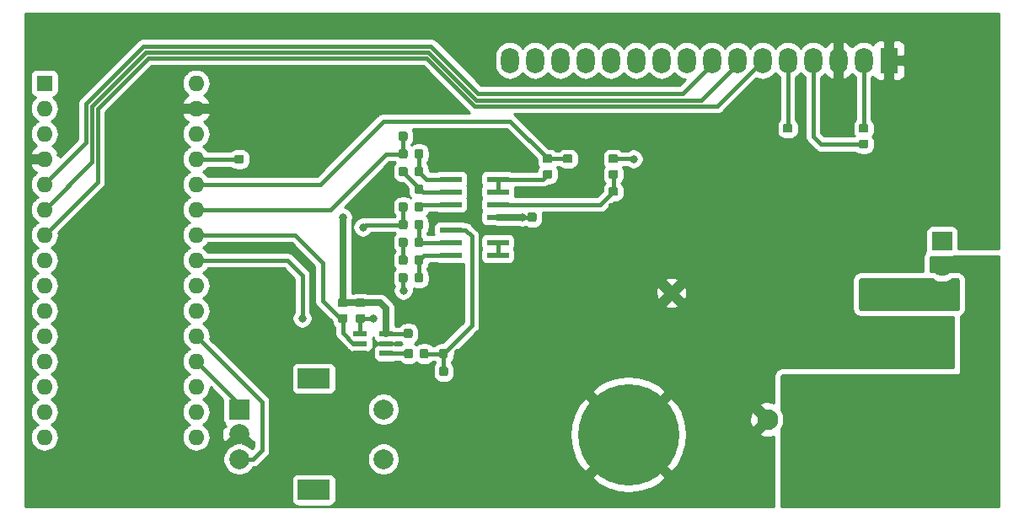
<source format=gbr>
G04 #@! TF.GenerationSoftware,KiCad,Pcbnew,(5.1.2)-1*
G04 #@! TF.CreationDate,2020-03-13T00:19:03-07:00*
G04 #@! TF.ProjectId,progrmmable-load,70726f67-726d-46d6-9162-6c652d6c6f61,rev?*
G04 #@! TF.SameCoordinates,Original*
G04 #@! TF.FileFunction,Copper,L1,Top*
G04 #@! TF.FilePolarity,Positive*
%FSLAX46Y46*%
G04 Gerber Fmt 4.6, Leading zero omitted, Abs format (unit mm)*
G04 Created by KiCad (PCBNEW (5.1.2)-1) date 2020-03-13 00:19:03*
%MOMM*%
%LPD*%
G04 APERTURE LIST*
%ADD10O,1.800000X2.600000*%
%ADD11R,1.800000X2.600000*%
%ADD12R,2.000000X2.000000*%
%ADD13C,2.000000*%
%ADD14R,3.200000X2.000000*%
%ADD15O,1.600000X1.600000*%
%ADD16R,1.600000X1.600000*%
%ADD17C,0.100000*%
%ADD18C,0.875000*%
%ADD19C,1.600000*%
%ADD20C,10.160000*%
%ADD21C,2.100000*%
%ADD22R,2.100000X2.100000*%
%ADD23R,2.184400X0.558800*%
%ADD24R,1.320800X0.558800*%
%ADD25O,2.000000X1.905000*%
%ADD26R,2.000000X1.905000*%
%ADD27C,0.800000*%
%ADD28C,0.635000*%
%ADD29C,0.381000*%
%ADD30C,1.270000*%
%ADD31C,1.524000*%
%ADD32C,0.254000*%
G04 APERTURE END LIST*
D10*
X138176000Y-101219000D03*
X140716000Y-101219000D03*
X143256000Y-101219000D03*
X145796000Y-101219000D03*
X148336000Y-101219000D03*
X150876000Y-101219000D03*
X153416000Y-101219000D03*
X155956000Y-101219000D03*
X158496000Y-101219000D03*
X161036000Y-101219000D03*
X163576000Y-101219000D03*
X166116000Y-101219000D03*
X168656000Y-101219000D03*
X171196000Y-101219000D03*
X173736000Y-101219000D03*
D11*
X176276000Y-101219000D03*
D12*
X110998000Y-136271000D03*
D13*
X110998000Y-138771000D03*
X110998000Y-141271000D03*
D14*
X118498000Y-133171000D03*
X118498000Y-144371000D03*
D13*
X125498000Y-136271000D03*
X125498000Y-141271000D03*
D15*
X106680000Y-139065000D03*
X91440000Y-139065000D03*
X106680000Y-103505000D03*
X91440000Y-136525000D03*
X106680000Y-106045000D03*
X91440000Y-133985000D03*
X106680000Y-108585000D03*
X91440000Y-131445000D03*
X106680000Y-111125000D03*
X91440000Y-128905000D03*
X106680000Y-113665000D03*
X91440000Y-126365000D03*
X106680000Y-116205000D03*
X91440000Y-123825000D03*
X106680000Y-118745000D03*
X91440000Y-121285000D03*
X106680000Y-121285000D03*
X91440000Y-118745000D03*
X106680000Y-123825000D03*
X91440000Y-116205000D03*
X106680000Y-126365000D03*
X91440000Y-113665000D03*
X106680000Y-128905000D03*
X91440000Y-111125000D03*
X106680000Y-131445000D03*
X91440000Y-108585000D03*
X106680000Y-133985000D03*
X91440000Y-106045000D03*
X106680000Y-136525000D03*
D16*
X91440000Y-103505000D03*
D17*
G36*
X174013691Y-107615053D02*
G01*
X174034926Y-107618203D01*
X174055750Y-107623419D01*
X174075962Y-107630651D01*
X174095368Y-107639830D01*
X174113781Y-107650866D01*
X174131024Y-107663654D01*
X174146930Y-107678070D01*
X174161346Y-107693976D01*
X174174134Y-107711219D01*
X174185170Y-107729632D01*
X174194349Y-107749038D01*
X174201581Y-107769250D01*
X174206797Y-107790074D01*
X174209947Y-107811309D01*
X174211000Y-107832750D01*
X174211000Y-108270250D01*
X174209947Y-108291691D01*
X174206797Y-108312926D01*
X174201581Y-108333750D01*
X174194349Y-108353962D01*
X174185170Y-108373368D01*
X174174134Y-108391781D01*
X174161346Y-108409024D01*
X174146930Y-108424930D01*
X174131024Y-108439346D01*
X174113781Y-108452134D01*
X174095368Y-108463170D01*
X174075962Y-108472349D01*
X174055750Y-108479581D01*
X174034926Y-108484797D01*
X174013691Y-108487947D01*
X173992250Y-108489000D01*
X173479750Y-108489000D01*
X173458309Y-108487947D01*
X173437074Y-108484797D01*
X173416250Y-108479581D01*
X173396038Y-108472349D01*
X173376632Y-108463170D01*
X173358219Y-108452134D01*
X173340976Y-108439346D01*
X173325070Y-108424930D01*
X173310654Y-108409024D01*
X173297866Y-108391781D01*
X173286830Y-108373368D01*
X173277651Y-108353962D01*
X173270419Y-108333750D01*
X173265203Y-108312926D01*
X173262053Y-108291691D01*
X173261000Y-108270250D01*
X173261000Y-107832750D01*
X173262053Y-107811309D01*
X173265203Y-107790074D01*
X173270419Y-107769250D01*
X173277651Y-107749038D01*
X173286830Y-107729632D01*
X173297866Y-107711219D01*
X173310654Y-107693976D01*
X173325070Y-107678070D01*
X173340976Y-107663654D01*
X173358219Y-107650866D01*
X173376632Y-107639830D01*
X173396038Y-107630651D01*
X173416250Y-107623419D01*
X173437074Y-107618203D01*
X173458309Y-107615053D01*
X173479750Y-107614000D01*
X173992250Y-107614000D01*
X174013691Y-107615053D01*
X174013691Y-107615053D01*
G37*
D18*
X173736000Y-108051500D03*
D17*
G36*
X174013691Y-109190053D02*
G01*
X174034926Y-109193203D01*
X174055750Y-109198419D01*
X174075962Y-109205651D01*
X174095368Y-109214830D01*
X174113781Y-109225866D01*
X174131024Y-109238654D01*
X174146930Y-109253070D01*
X174161346Y-109268976D01*
X174174134Y-109286219D01*
X174185170Y-109304632D01*
X174194349Y-109324038D01*
X174201581Y-109344250D01*
X174206797Y-109365074D01*
X174209947Y-109386309D01*
X174211000Y-109407750D01*
X174211000Y-109845250D01*
X174209947Y-109866691D01*
X174206797Y-109887926D01*
X174201581Y-109908750D01*
X174194349Y-109928962D01*
X174185170Y-109948368D01*
X174174134Y-109966781D01*
X174161346Y-109984024D01*
X174146930Y-109999930D01*
X174131024Y-110014346D01*
X174113781Y-110027134D01*
X174095368Y-110038170D01*
X174075962Y-110047349D01*
X174055750Y-110054581D01*
X174034926Y-110059797D01*
X174013691Y-110062947D01*
X173992250Y-110064000D01*
X173479750Y-110064000D01*
X173458309Y-110062947D01*
X173437074Y-110059797D01*
X173416250Y-110054581D01*
X173396038Y-110047349D01*
X173376632Y-110038170D01*
X173358219Y-110027134D01*
X173340976Y-110014346D01*
X173325070Y-109999930D01*
X173310654Y-109984024D01*
X173297866Y-109966781D01*
X173286830Y-109948368D01*
X173277651Y-109928962D01*
X173270419Y-109908750D01*
X173265203Y-109887926D01*
X173262053Y-109866691D01*
X173261000Y-109845250D01*
X173261000Y-109407750D01*
X173262053Y-109386309D01*
X173265203Y-109365074D01*
X173270419Y-109344250D01*
X173277651Y-109324038D01*
X173286830Y-109304632D01*
X173297866Y-109286219D01*
X173310654Y-109268976D01*
X173325070Y-109253070D01*
X173340976Y-109238654D01*
X173358219Y-109225866D01*
X173376632Y-109214830D01*
X173396038Y-109205651D01*
X173416250Y-109198419D01*
X173437074Y-109193203D01*
X173458309Y-109190053D01*
X173479750Y-109189000D01*
X173992250Y-109189000D01*
X174013691Y-109190053D01*
X174013691Y-109190053D01*
G37*
D18*
X173736000Y-109626500D03*
D17*
G36*
X166393691Y-107615053D02*
G01*
X166414926Y-107618203D01*
X166435750Y-107623419D01*
X166455962Y-107630651D01*
X166475368Y-107639830D01*
X166493781Y-107650866D01*
X166511024Y-107663654D01*
X166526930Y-107678070D01*
X166541346Y-107693976D01*
X166554134Y-107711219D01*
X166565170Y-107729632D01*
X166574349Y-107749038D01*
X166581581Y-107769250D01*
X166586797Y-107790074D01*
X166589947Y-107811309D01*
X166591000Y-107832750D01*
X166591000Y-108270250D01*
X166589947Y-108291691D01*
X166586797Y-108312926D01*
X166581581Y-108333750D01*
X166574349Y-108353962D01*
X166565170Y-108373368D01*
X166554134Y-108391781D01*
X166541346Y-108409024D01*
X166526930Y-108424930D01*
X166511024Y-108439346D01*
X166493781Y-108452134D01*
X166475368Y-108463170D01*
X166455962Y-108472349D01*
X166435750Y-108479581D01*
X166414926Y-108484797D01*
X166393691Y-108487947D01*
X166372250Y-108489000D01*
X165859750Y-108489000D01*
X165838309Y-108487947D01*
X165817074Y-108484797D01*
X165796250Y-108479581D01*
X165776038Y-108472349D01*
X165756632Y-108463170D01*
X165738219Y-108452134D01*
X165720976Y-108439346D01*
X165705070Y-108424930D01*
X165690654Y-108409024D01*
X165677866Y-108391781D01*
X165666830Y-108373368D01*
X165657651Y-108353962D01*
X165650419Y-108333750D01*
X165645203Y-108312926D01*
X165642053Y-108291691D01*
X165641000Y-108270250D01*
X165641000Y-107832750D01*
X165642053Y-107811309D01*
X165645203Y-107790074D01*
X165650419Y-107769250D01*
X165657651Y-107749038D01*
X165666830Y-107729632D01*
X165677866Y-107711219D01*
X165690654Y-107693976D01*
X165705070Y-107678070D01*
X165720976Y-107663654D01*
X165738219Y-107650866D01*
X165756632Y-107639830D01*
X165776038Y-107630651D01*
X165796250Y-107623419D01*
X165817074Y-107618203D01*
X165838309Y-107615053D01*
X165859750Y-107614000D01*
X166372250Y-107614000D01*
X166393691Y-107615053D01*
X166393691Y-107615053D01*
G37*
D18*
X166116000Y-108051500D03*
D17*
G36*
X166393691Y-109190053D02*
G01*
X166414926Y-109193203D01*
X166435750Y-109198419D01*
X166455962Y-109205651D01*
X166475368Y-109214830D01*
X166493781Y-109225866D01*
X166511024Y-109238654D01*
X166526930Y-109253070D01*
X166541346Y-109268976D01*
X166554134Y-109286219D01*
X166565170Y-109304632D01*
X166574349Y-109324038D01*
X166581581Y-109344250D01*
X166586797Y-109365074D01*
X166589947Y-109386309D01*
X166591000Y-109407750D01*
X166591000Y-109845250D01*
X166589947Y-109866691D01*
X166586797Y-109887926D01*
X166581581Y-109908750D01*
X166574349Y-109928962D01*
X166565170Y-109948368D01*
X166554134Y-109966781D01*
X166541346Y-109984024D01*
X166526930Y-109999930D01*
X166511024Y-110014346D01*
X166493781Y-110027134D01*
X166475368Y-110038170D01*
X166455962Y-110047349D01*
X166435750Y-110054581D01*
X166414926Y-110059797D01*
X166393691Y-110062947D01*
X166372250Y-110064000D01*
X165859750Y-110064000D01*
X165838309Y-110062947D01*
X165817074Y-110059797D01*
X165796250Y-110054581D01*
X165776038Y-110047349D01*
X165756632Y-110038170D01*
X165738219Y-110027134D01*
X165720976Y-110014346D01*
X165705070Y-109999930D01*
X165690654Y-109984024D01*
X165677866Y-109966781D01*
X165666830Y-109948368D01*
X165657651Y-109928962D01*
X165650419Y-109908750D01*
X165645203Y-109887926D01*
X165642053Y-109866691D01*
X165641000Y-109845250D01*
X165641000Y-109407750D01*
X165642053Y-109386309D01*
X165645203Y-109365074D01*
X165650419Y-109344250D01*
X165657651Y-109324038D01*
X165666830Y-109304632D01*
X165677866Y-109286219D01*
X165690654Y-109268976D01*
X165705070Y-109253070D01*
X165720976Y-109238654D01*
X165738219Y-109225866D01*
X165756632Y-109214830D01*
X165776038Y-109205651D01*
X165796250Y-109198419D01*
X165817074Y-109193203D01*
X165838309Y-109190053D01*
X165859750Y-109189000D01*
X166372250Y-109189000D01*
X166393691Y-109190053D01*
X166393691Y-109190053D01*
G37*
D18*
X166116000Y-109626500D03*
D15*
X174752000Y-124587000D03*
D19*
X154432000Y-124587000D03*
D20*
X150116000Y-138811000D03*
X180086000Y-138811000D03*
D21*
X164084000Y-137287000D03*
D22*
X166624000Y-137287000D03*
D23*
X132257800Y-120777000D03*
X132257800Y-119507000D03*
X132257800Y-118237000D03*
X132257800Y-116967000D03*
X132257800Y-115697000D03*
X132257800Y-114427000D03*
X132257800Y-113157000D03*
X136982200Y-113157000D03*
X136982200Y-114427000D03*
X136982200Y-115697000D03*
X136982200Y-116967000D03*
X136982200Y-118237000D03*
X136982200Y-119507000D03*
X136982200Y-120777000D03*
D24*
X123164600Y-130617009D03*
X123164600Y-129667000D03*
X123164600Y-128716991D03*
X125755400Y-128716991D03*
X125755400Y-129667000D03*
X125755400Y-130617009D03*
D17*
G36*
X129297691Y-117255053D02*
G01*
X129318926Y-117258203D01*
X129339750Y-117263419D01*
X129359962Y-117270651D01*
X129379368Y-117279830D01*
X129397781Y-117290866D01*
X129415024Y-117303654D01*
X129430930Y-117318070D01*
X129445346Y-117333976D01*
X129458134Y-117351219D01*
X129469170Y-117369632D01*
X129478349Y-117389038D01*
X129485581Y-117409250D01*
X129490797Y-117430074D01*
X129493947Y-117451309D01*
X129495000Y-117472750D01*
X129495000Y-117985250D01*
X129493947Y-118006691D01*
X129490797Y-118027926D01*
X129485581Y-118048750D01*
X129478349Y-118068962D01*
X129469170Y-118088368D01*
X129458134Y-118106781D01*
X129445346Y-118124024D01*
X129430930Y-118139930D01*
X129415024Y-118154346D01*
X129397781Y-118167134D01*
X129379368Y-118178170D01*
X129359962Y-118187349D01*
X129339750Y-118194581D01*
X129318926Y-118199797D01*
X129297691Y-118202947D01*
X129276250Y-118204000D01*
X128838750Y-118204000D01*
X128817309Y-118202947D01*
X128796074Y-118199797D01*
X128775250Y-118194581D01*
X128755038Y-118187349D01*
X128735632Y-118178170D01*
X128717219Y-118167134D01*
X128699976Y-118154346D01*
X128684070Y-118139930D01*
X128669654Y-118124024D01*
X128656866Y-118106781D01*
X128645830Y-118088368D01*
X128636651Y-118068962D01*
X128629419Y-118048750D01*
X128624203Y-118027926D01*
X128621053Y-118006691D01*
X128620000Y-117985250D01*
X128620000Y-117472750D01*
X128621053Y-117451309D01*
X128624203Y-117430074D01*
X128629419Y-117409250D01*
X128636651Y-117389038D01*
X128645830Y-117369632D01*
X128656866Y-117351219D01*
X128669654Y-117333976D01*
X128684070Y-117318070D01*
X128699976Y-117303654D01*
X128717219Y-117290866D01*
X128735632Y-117279830D01*
X128755038Y-117270651D01*
X128775250Y-117263419D01*
X128796074Y-117258203D01*
X128817309Y-117255053D01*
X128838750Y-117254000D01*
X129276250Y-117254000D01*
X129297691Y-117255053D01*
X129297691Y-117255053D01*
G37*
D18*
X129057500Y-117729000D03*
D17*
G36*
X127722691Y-117255053D02*
G01*
X127743926Y-117258203D01*
X127764750Y-117263419D01*
X127784962Y-117270651D01*
X127804368Y-117279830D01*
X127822781Y-117290866D01*
X127840024Y-117303654D01*
X127855930Y-117318070D01*
X127870346Y-117333976D01*
X127883134Y-117351219D01*
X127894170Y-117369632D01*
X127903349Y-117389038D01*
X127910581Y-117409250D01*
X127915797Y-117430074D01*
X127918947Y-117451309D01*
X127920000Y-117472750D01*
X127920000Y-117985250D01*
X127918947Y-118006691D01*
X127915797Y-118027926D01*
X127910581Y-118048750D01*
X127903349Y-118068962D01*
X127894170Y-118088368D01*
X127883134Y-118106781D01*
X127870346Y-118124024D01*
X127855930Y-118139930D01*
X127840024Y-118154346D01*
X127822781Y-118167134D01*
X127804368Y-118178170D01*
X127784962Y-118187349D01*
X127764750Y-118194581D01*
X127743926Y-118199797D01*
X127722691Y-118202947D01*
X127701250Y-118204000D01*
X127263750Y-118204000D01*
X127242309Y-118202947D01*
X127221074Y-118199797D01*
X127200250Y-118194581D01*
X127180038Y-118187349D01*
X127160632Y-118178170D01*
X127142219Y-118167134D01*
X127124976Y-118154346D01*
X127109070Y-118139930D01*
X127094654Y-118124024D01*
X127081866Y-118106781D01*
X127070830Y-118088368D01*
X127061651Y-118068962D01*
X127054419Y-118048750D01*
X127049203Y-118027926D01*
X127046053Y-118006691D01*
X127045000Y-117985250D01*
X127045000Y-117472750D01*
X127046053Y-117451309D01*
X127049203Y-117430074D01*
X127054419Y-117409250D01*
X127061651Y-117389038D01*
X127070830Y-117369632D01*
X127081866Y-117351219D01*
X127094654Y-117333976D01*
X127109070Y-117318070D01*
X127124976Y-117303654D01*
X127142219Y-117290866D01*
X127160632Y-117279830D01*
X127180038Y-117270651D01*
X127200250Y-117263419D01*
X127221074Y-117258203D01*
X127242309Y-117255053D01*
X127263750Y-117254000D01*
X127701250Y-117254000D01*
X127722691Y-117255053D01*
X127722691Y-117255053D01*
G37*
D18*
X127482500Y-117729000D03*
D17*
G36*
X129831191Y-130209053D02*
G01*
X129852426Y-130212203D01*
X129873250Y-130217419D01*
X129893462Y-130224651D01*
X129912868Y-130233830D01*
X129931281Y-130244866D01*
X129948524Y-130257654D01*
X129964430Y-130272070D01*
X129978846Y-130287976D01*
X129991634Y-130305219D01*
X130002670Y-130323632D01*
X130011849Y-130343038D01*
X130019081Y-130363250D01*
X130024297Y-130384074D01*
X130027447Y-130405309D01*
X130028500Y-130426750D01*
X130028500Y-130939250D01*
X130027447Y-130960691D01*
X130024297Y-130981926D01*
X130019081Y-131002750D01*
X130011849Y-131022962D01*
X130002670Y-131042368D01*
X129991634Y-131060781D01*
X129978846Y-131078024D01*
X129964430Y-131093930D01*
X129948524Y-131108346D01*
X129931281Y-131121134D01*
X129912868Y-131132170D01*
X129893462Y-131141349D01*
X129873250Y-131148581D01*
X129852426Y-131153797D01*
X129831191Y-131156947D01*
X129809750Y-131158000D01*
X129372250Y-131158000D01*
X129350809Y-131156947D01*
X129329574Y-131153797D01*
X129308750Y-131148581D01*
X129288538Y-131141349D01*
X129269132Y-131132170D01*
X129250719Y-131121134D01*
X129233476Y-131108346D01*
X129217570Y-131093930D01*
X129203154Y-131078024D01*
X129190366Y-131060781D01*
X129179330Y-131042368D01*
X129170151Y-131022962D01*
X129162919Y-131002750D01*
X129157703Y-130981926D01*
X129154553Y-130960691D01*
X129153500Y-130939250D01*
X129153500Y-130426750D01*
X129154553Y-130405309D01*
X129157703Y-130384074D01*
X129162919Y-130363250D01*
X129170151Y-130343038D01*
X129179330Y-130323632D01*
X129190366Y-130305219D01*
X129203154Y-130287976D01*
X129217570Y-130272070D01*
X129233476Y-130257654D01*
X129250719Y-130244866D01*
X129269132Y-130233830D01*
X129288538Y-130224651D01*
X129308750Y-130217419D01*
X129329574Y-130212203D01*
X129350809Y-130209053D01*
X129372250Y-130208000D01*
X129809750Y-130208000D01*
X129831191Y-130209053D01*
X129831191Y-130209053D01*
G37*
D18*
X129591000Y-130683000D03*
D17*
G36*
X128256191Y-130209053D02*
G01*
X128277426Y-130212203D01*
X128298250Y-130217419D01*
X128318462Y-130224651D01*
X128337868Y-130233830D01*
X128356281Y-130244866D01*
X128373524Y-130257654D01*
X128389430Y-130272070D01*
X128403846Y-130287976D01*
X128416634Y-130305219D01*
X128427670Y-130323632D01*
X128436849Y-130343038D01*
X128444081Y-130363250D01*
X128449297Y-130384074D01*
X128452447Y-130405309D01*
X128453500Y-130426750D01*
X128453500Y-130939250D01*
X128452447Y-130960691D01*
X128449297Y-130981926D01*
X128444081Y-131002750D01*
X128436849Y-131022962D01*
X128427670Y-131042368D01*
X128416634Y-131060781D01*
X128403846Y-131078024D01*
X128389430Y-131093930D01*
X128373524Y-131108346D01*
X128356281Y-131121134D01*
X128337868Y-131132170D01*
X128318462Y-131141349D01*
X128298250Y-131148581D01*
X128277426Y-131153797D01*
X128256191Y-131156947D01*
X128234750Y-131158000D01*
X127797250Y-131158000D01*
X127775809Y-131156947D01*
X127754574Y-131153797D01*
X127733750Y-131148581D01*
X127713538Y-131141349D01*
X127694132Y-131132170D01*
X127675719Y-131121134D01*
X127658476Y-131108346D01*
X127642570Y-131093930D01*
X127628154Y-131078024D01*
X127615366Y-131060781D01*
X127604330Y-131042368D01*
X127595151Y-131022962D01*
X127587919Y-131002750D01*
X127582703Y-130981926D01*
X127579553Y-130960691D01*
X127578500Y-130939250D01*
X127578500Y-130426750D01*
X127579553Y-130405309D01*
X127582703Y-130384074D01*
X127587919Y-130363250D01*
X127595151Y-130343038D01*
X127604330Y-130323632D01*
X127615366Y-130305219D01*
X127628154Y-130287976D01*
X127642570Y-130272070D01*
X127658476Y-130257654D01*
X127675719Y-130244866D01*
X127694132Y-130233830D01*
X127713538Y-130224651D01*
X127733750Y-130217419D01*
X127754574Y-130212203D01*
X127775809Y-130209053D01*
X127797250Y-130208000D01*
X128234750Y-130208000D01*
X128256191Y-130209053D01*
X128256191Y-130209053D01*
G37*
D18*
X128016000Y-130683000D03*
D17*
G36*
X129297691Y-122589053D02*
G01*
X129318926Y-122592203D01*
X129339750Y-122597419D01*
X129359962Y-122604651D01*
X129379368Y-122613830D01*
X129397781Y-122624866D01*
X129415024Y-122637654D01*
X129430930Y-122652070D01*
X129445346Y-122667976D01*
X129458134Y-122685219D01*
X129469170Y-122703632D01*
X129478349Y-122723038D01*
X129485581Y-122743250D01*
X129490797Y-122764074D01*
X129493947Y-122785309D01*
X129495000Y-122806750D01*
X129495000Y-123319250D01*
X129493947Y-123340691D01*
X129490797Y-123361926D01*
X129485581Y-123382750D01*
X129478349Y-123402962D01*
X129469170Y-123422368D01*
X129458134Y-123440781D01*
X129445346Y-123458024D01*
X129430930Y-123473930D01*
X129415024Y-123488346D01*
X129397781Y-123501134D01*
X129379368Y-123512170D01*
X129359962Y-123521349D01*
X129339750Y-123528581D01*
X129318926Y-123533797D01*
X129297691Y-123536947D01*
X129276250Y-123538000D01*
X128838750Y-123538000D01*
X128817309Y-123536947D01*
X128796074Y-123533797D01*
X128775250Y-123528581D01*
X128755038Y-123521349D01*
X128735632Y-123512170D01*
X128717219Y-123501134D01*
X128699976Y-123488346D01*
X128684070Y-123473930D01*
X128669654Y-123458024D01*
X128656866Y-123440781D01*
X128645830Y-123422368D01*
X128636651Y-123402962D01*
X128629419Y-123382750D01*
X128624203Y-123361926D01*
X128621053Y-123340691D01*
X128620000Y-123319250D01*
X128620000Y-122806750D01*
X128621053Y-122785309D01*
X128624203Y-122764074D01*
X128629419Y-122743250D01*
X128636651Y-122723038D01*
X128645830Y-122703632D01*
X128656866Y-122685219D01*
X128669654Y-122667976D01*
X128684070Y-122652070D01*
X128699976Y-122637654D01*
X128717219Y-122624866D01*
X128735632Y-122613830D01*
X128755038Y-122604651D01*
X128775250Y-122597419D01*
X128796074Y-122592203D01*
X128817309Y-122589053D01*
X128838750Y-122588000D01*
X129276250Y-122588000D01*
X129297691Y-122589053D01*
X129297691Y-122589053D01*
G37*
D18*
X129057500Y-123063000D03*
D17*
G36*
X127722691Y-122589053D02*
G01*
X127743926Y-122592203D01*
X127764750Y-122597419D01*
X127784962Y-122604651D01*
X127804368Y-122613830D01*
X127822781Y-122624866D01*
X127840024Y-122637654D01*
X127855930Y-122652070D01*
X127870346Y-122667976D01*
X127883134Y-122685219D01*
X127894170Y-122703632D01*
X127903349Y-122723038D01*
X127910581Y-122743250D01*
X127915797Y-122764074D01*
X127918947Y-122785309D01*
X127920000Y-122806750D01*
X127920000Y-123319250D01*
X127918947Y-123340691D01*
X127915797Y-123361926D01*
X127910581Y-123382750D01*
X127903349Y-123402962D01*
X127894170Y-123422368D01*
X127883134Y-123440781D01*
X127870346Y-123458024D01*
X127855930Y-123473930D01*
X127840024Y-123488346D01*
X127822781Y-123501134D01*
X127804368Y-123512170D01*
X127784962Y-123521349D01*
X127764750Y-123528581D01*
X127743926Y-123533797D01*
X127722691Y-123536947D01*
X127701250Y-123538000D01*
X127263750Y-123538000D01*
X127242309Y-123536947D01*
X127221074Y-123533797D01*
X127200250Y-123528581D01*
X127180038Y-123521349D01*
X127160632Y-123512170D01*
X127142219Y-123501134D01*
X127124976Y-123488346D01*
X127109070Y-123473930D01*
X127094654Y-123458024D01*
X127081866Y-123440781D01*
X127070830Y-123422368D01*
X127061651Y-123402962D01*
X127054419Y-123382750D01*
X127049203Y-123361926D01*
X127046053Y-123340691D01*
X127045000Y-123319250D01*
X127045000Y-122806750D01*
X127046053Y-122785309D01*
X127049203Y-122764074D01*
X127054419Y-122743250D01*
X127061651Y-122723038D01*
X127070830Y-122703632D01*
X127081866Y-122685219D01*
X127094654Y-122667976D01*
X127109070Y-122652070D01*
X127124976Y-122637654D01*
X127142219Y-122624866D01*
X127160632Y-122613830D01*
X127180038Y-122604651D01*
X127200250Y-122597419D01*
X127221074Y-122592203D01*
X127242309Y-122589053D01*
X127263750Y-122588000D01*
X127701250Y-122588000D01*
X127722691Y-122589053D01*
X127722691Y-122589053D01*
G37*
D18*
X127482500Y-123063000D03*
D17*
G36*
X131761191Y-130209053D02*
G01*
X131782426Y-130212203D01*
X131803250Y-130217419D01*
X131823462Y-130224651D01*
X131842868Y-130233830D01*
X131861281Y-130244866D01*
X131878524Y-130257654D01*
X131894430Y-130272070D01*
X131908846Y-130287976D01*
X131921634Y-130305219D01*
X131932670Y-130323632D01*
X131941849Y-130343038D01*
X131949081Y-130363250D01*
X131954297Y-130384074D01*
X131957447Y-130405309D01*
X131958500Y-130426750D01*
X131958500Y-130939250D01*
X131957447Y-130960691D01*
X131954297Y-130981926D01*
X131949081Y-131002750D01*
X131941849Y-131022962D01*
X131932670Y-131042368D01*
X131921634Y-131060781D01*
X131908846Y-131078024D01*
X131894430Y-131093930D01*
X131878524Y-131108346D01*
X131861281Y-131121134D01*
X131842868Y-131132170D01*
X131823462Y-131141349D01*
X131803250Y-131148581D01*
X131782426Y-131153797D01*
X131761191Y-131156947D01*
X131739750Y-131158000D01*
X131302250Y-131158000D01*
X131280809Y-131156947D01*
X131259574Y-131153797D01*
X131238750Y-131148581D01*
X131218538Y-131141349D01*
X131199132Y-131132170D01*
X131180719Y-131121134D01*
X131163476Y-131108346D01*
X131147570Y-131093930D01*
X131133154Y-131078024D01*
X131120366Y-131060781D01*
X131109330Y-131042368D01*
X131100151Y-131022962D01*
X131092919Y-131002750D01*
X131087703Y-130981926D01*
X131084553Y-130960691D01*
X131083500Y-130939250D01*
X131083500Y-130426750D01*
X131084553Y-130405309D01*
X131087703Y-130384074D01*
X131092919Y-130363250D01*
X131100151Y-130343038D01*
X131109330Y-130323632D01*
X131120366Y-130305219D01*
X131133154Y-130287976D01*
X131147570Y-130272070D01*
X131163476Y-130257654D01*
X131180719Y-130244866D01*
X131199132Y-130233830D01*
X131218538Y-130224651D01*
X131238750Y-130217419D01*
X131259574Y-130212203D01*
X131280809Y-130209053D01*
X131302250Y-130208000D01*
X131739750Y-130208000D01*
X131761191Y-130209053D01*
X131761191Y-130209053D01*
G37*
D18*
X131521000Y-130683000D03*
D17*
G36*
X133336191Y-130209053D02*
G01*
X133357426Y-130212203D01*
X133378250Y-130217419D01*
X133398462Y-130224651D01*
X133417868Y-130233830D01*
X133436281Y-130244866D01*
X133453524Y-130257654D01*
X133469430Y-130272070D01*
X133483846Y-130287976D01*
X133496634Y-130305219D01*
X133507670Y-130323632D01*
X133516849Y-130343038D01*
X133524081Y-130363250D01*
X133529297Y-130384074D01*
X133532447Y-130405309D01*
X133533500Y-130426750D01*
X133533500Y-130939250D01*
X133532447Y-130960691D01*
X133529297Y-130981926D01*
X133524081Y-131002750D01*
X133516849Y-131022962D01*
X133507670Y-131042368D01*
X133496634Y-131060781D01*
X133483846Y-131078024D01*
X133469430Y-131093930D01*
X133453524Y-131108346D01*
X133436281Y-131121134D01*
X133417868Y-131132170D01*
X133398462Y-131141349D01*
X133378250Y-131148581D01*
X133357426Y-131153797D01*
X133336191Y-131156947D01*
X133314750Y-131158000D01*
X132877250Y-131158000D01*
X132855809Y-131156947D01*
X132834574Y-131153797D01*
X132813750Y-131148581D01*
X132793538Y-131141349D01*
X132774132Y-131132170D01*
X132755719Y-131121134D01*
X132738476Y-131108346D01*
X132722570Y-131093930D01*
X132708154Y-131078024D01*
X132695366Y-131060781D01*
X132684330Y-131042368D01*
X132675151Y-131022962D01*
X132667919Y-131002750D01*
X132662703Y-130981926D01*
X132659553Y-130960691D01*
X132658500Y-130939250D01*
X132658500Y-130426750D01*
X132659553Y-130405309D01*
X132662703Y-130384074D01*
X132667919Y-130363250D01*
X132675151Y-130343038D01*
X132684330Y-130323632D01*
X132695366Y-130305219D01*
X132708154Y-130287976D01*
X132722570Y-130272070D01*
X132738476Y-130257654D01*
X132755719Y-130244866D01*
X132774132Y-130233830D01*
X132793538Y-130224651D01*
X132813750Y-130217419D01*
X132834574Y-130212203D01*
X132855809Y-130209053D01*
X132877250Y-130208000D01*
X133314750Y-130208000D01*
X133336191Y-130209053D01*
X133336191Y-130209053D01*
G37*
D18*
X133096000Y-130683000D03*
D17*
G36*
X129297691Y-115477053D02*
G01*
X129318926Y-115480203D01*
X129339750Y-115485419D01*
X129359962Y-115492651D01*
X129379368Y-115501830D01*
X129397781Y-115512866D01*
X129415024Y-115525654D01*
X129430930Y-115540070D01*
X129445346Y-115555976D01*
X129458134Y-115573219D01*
X129469170Y-115591632D01*
X129478349Y-115611038D01*
X129485581Y-115631250D01*
X129490797Y-115652074D01*
X129493947Y-115673309D01*
X129495000Y-115694750D01*
X129495000Y-116207250D01*
X129493947Y-116228691D01*
X129490797Y-116249926D01*
X129485581Y-116270750D01*
X129478349Y-116290962D01*
X129469170Y-116310368D01*
X129458134Y-116328781D01*
X129445346Y-116346024D01*
X129430930Y-116361930D01*
X129415024Y-116376346D01*
X129397781Y-116389134D01*
X129379368Y-116400170D01*
X129359962Y-116409349D01*
X129339750Y-116416581D01*
X129318926Y-116421797D01*
X129297691Y-116424947D01*
X129276250Y-116426000D01*
X128838750Y-116426000D01*
X128817309Y-116424947D01*
X128796074Y-116421797D01*
X128775250Y-116416581D01*
X128755038Y-116409349D01*
X128735632Y-116400170D01*
X128717219Y-116389134D01*
X128699976Y-116376346D01*
X128684070Y-116361930D01*
X128669654Y-116346024D01*
X128656866Y-116328781D01*
X128645830Y-116310368D01*
X128636651Y-116290962D01*
X128629419Y-116270750D01*
X128624203Y-116249926D01*
X128621053Y-116228691D01*
X128620000Y-116207250D01*
X128620000Y-115694750D01*
X128621053Y-115673309D01*
X128624203Y-115652074D01*
X128629419Y-115631250D01*
X128636651Y-115611038D01*
X128645830Y-115591632D01*
X128656866Y-115573219D01*
X128669654Y-115555976D01*
X128684070Y-115540070D01*
X128699976Y-115525654D01*
X128717219Y-115512866D01*
X128735632Y-115501830D01*
X128755038Y-115492651D01*
X128775250Y-115485419D01*
X128796074Y-115480203D01*
X128817309Y-115477053D01*
X128838750Y-115476000D01*
X129276250Y-115476000D01*
X129297691Y-115477053D01*
X129297691Y-115477053D01*
G37*
D18*
X129057500Y-115951000D03*
D17*
G36*
X127722691Y-115477053D02*
G01*
X127743926Y-115480203D01*
X127764750Y-115485419D01*
X127784962Y-115492651D01*
X127804368Y-115501830D01*
X127822781Y-115512866D01*
X127840024Y-115525654D01*
X127855930Y-115540070D01*
X127870346Y-115555976D01*
X127883134Y-115573219D01*
X127894170Y-115591632D01*
X127903349Y-115611038D01*
X127910581Y-115631250D01*
X127915797Y-115652074D01*
X127918947Y-115673309D01*
X127920000Y-115694750D01*
X127920000Y-116207250D01*
X127918947Y-116228691D01*
X127915797Y-116249926D01*
X127910581Y-116270750D01*
X127903349Y-116290962D01*
X127894170Y-116310368D01*
X127883134Y-116328781D01*
X127870346Y-116346024D01*
X127855930Y-116361930D01*
X127840024Y-116376346D01*
X127822781Y-116389134D01*
X127804368Y-116400170D01*
X127784962Y-116409349D01*
X127764750Y-116416581D01*
X127743926Y-116421797D01*
X127722691Y-116424947D01*
X127701250Y-116426000D01*
X127263750Y-116426000D01*
X127242309Y-116424947D01*
X127221074Y-116421797D01*
X127200250Y-116416581D01*
X127180038Y-116409349D01*
X127160632Y-116400170D01*
X127142219Y-116389134D01*
X127124976Y-116376346D01*
X127109070Y-116361930D01*
X127094654Y-116346024D01*
X127081866Y-116328781D01*
X127070830Y-116310368D01*
X127061651Y-116290962D01*
X127054419Y-116270750D01*
X127049203Y-116249926D01*
X127046053Y-116228691D01*
X127045000Y-116207250D01*
X127045000Y-115694750D01*
X127046053Y-115673309D01*
X127049203Y-115652074D01*
X127054419Y-115631250D01*
X127061651Y-115611038D01*
X127070830Y-115591632D01*
X127081866Y-115573219D01*
X127094654Y-115555976D01*
X127109070Y-115540070D01*
X127124976Y-115525654D01*
X127142219Y-115512866D01*
X127160632Y-115501830D01*
X127180038Y-115492651D01*
X127200250Y-115485419D01*
X127221074Y-115480203D01*
X127242309Y-115477053D01*
X127263750Y-115476000D01*
X127701250Y-115476000D01*
X127722691Y-115477053D01*
X127722691Y-115477053D01*
G37*
D18*
X127482500Y-115951000D03*
D17*
G36*
X129297691Y-119033053D02*
G01*
X129318926Y-119036203D01*
X129339750Y-119041419D01*
X129359962Y-119048651D01*
X129379368Y-119057830D01*
X129397781Y-119068866D01*
X129415024Y-119081654D01*
X129430930Y-119096070D01*
X129445346Y-119111976D01*
X129458134Y-119129219D01*
X129469170Y-119147632D01*
X129478349Y-119167038D01*
X129485581Y-119187250D01*
X129490797Y-119208074D01*
X129493947Y-119229309D01*
X129495000Y-119250750D01*
X129495000Y-119763250D01*
X129493947Y-119784691D01*
X129490797Y-119805926D01*
X129485581Y-119826750D01*
X129478349Y-119846962D01*
X129469170Y-119866368D01*
X129458134Y-119884781D01*
X129445346Y-119902024D01*
X129430930Y-119917930D01*
X129415024Y-119932346D01*
X129397781Y-119945134D01*
X129379368Y-119956170D01*
X129359962Y-119965349D01*
X129339750Y-119972581D01*
X129318926Y-119977797D01*
X129297691Y-119980947D01*
X129276250Y-119982000D01*
X128838750Y-119982000D01*
X128817309Y-119980947D01*
X128796074Y-119977797D01*
X128775250Y-119972581D01*
X128755038Y-119965349D01*
X128735632Y-119956170D01*
X128717219Y-119945134D01*
X128699976Y-119932346D01*
X128684070Y-119917930D01*
X128669654Y-119902024D01*
X128656866Y-119884781D01*
X128645830Y-119866368D01*
X128636651Y-119846962D01*
X128629419Y-119826750D01*
X128624203Y-119805926D01*
X128621053Y-119784691D01*
X128620000Y-119763250D01*
X128620000Y-119250750D01*
X128621053Y-119229309D01*
X128624203Y-119208074D01*
X128629419Y-119187250D01*
X128636651Y-119167038D01*
X128645830Y-119147632D01*
X128656866Y-119129219D01*
X128669654Y-119111976D01*
X128684070Y-119096070D01*
X128699976Y-119081654D01*
X128717219Y-119068866D01*
X128735632Y-119057830D01*
X128755038Y-119048651D01*
X128775250Y-119041419D01*
X128796074Y-119036203D01*
X128817309Y-119033053D01*
X128838750Y-119032000D01*
X129276250Y-119032000D01*
X129297691Y-119033053D01*
X129297691Y-119033053D01*
G37*
D18*
X129057500Y-119507000D03*
D17*
G36*
X127722691Y-119033053D02*
G01*
X127743926Y-119036203D01*
X127764750Y-119041419D01*
X127784962Y-119048651D01*
X127804368Y-119057830D01*
X127822781Y-119068866D01*
X127840024Y-119081654D01*
X127855930Y-119096070D01*
X127870346Y-119111976D01*
X127883134Y-119129219D01*
X127894170Y-119147632D01*
X127903349Y-119167038D01*
X127910581Y-119187250D01*
X127915797Y-119208074D01*
X127918947Y-119229309D01*
X127920000Y-119250750D01*
X127920000Y-119763250D01*
X127918947Y-119784691D01*
X127915797Y-119805926D01*
X127910581Y-119826750D01*
X127903349Y-119846962D01*
X127894170Y-119866368D01*
X127883134Y-119884781D01*
X127870346Y-119902024D01*
X127855930Y-119917930D01*
X127840024Y-119932346D01*
X127822781Y-119945134D01*
X127804368Y-119956170D01*
X127784962Y-119965349D01*
X127764750Y-119972581D01*
X127743926Y-119977797D01*
X127722691Y-119980947D01*
X127701250Y-119982000D01*
X127263750Y-119982000D01*
X127242309Y-119980947D01*
X127221074Y-119977797D01*
X127200250Y-119972581D01*
X127180038Y-119965349D01*
X127160632Y-119956170D01*
X127142219Y-119945134D01*
X127124976Y-119932346D01*
X127109070Y-119917930D01*
X127094654Y-119902024D01*
X127081866Y-119884781D01*
X127070830Y-119866368D01*
X127061651Y-119846962D01*
X127054419Y-119826750D01*
X127049203Y-119805926D01*
X127046053Y-119784691D01*
X127045000Y-119763250D01*
X127045000Y-119250750D01*
X127046053Y-119229309D01*
X127049203Y-119208074D01*
X127054419Y-119187250D01*
X127061651Y-119167038D01*
X127070830Y-119147632D01*
X127081866Y-119129219D01*
X127094654Y-119111976D01*
X127109070Y-119096070D01*
X127124976Y-119081654D01*
X127142219Y-119068866D01*
X127160632Y-119057830D01*
X127180038Y-119048651D01*
X127200250Y-119041419D01*
X127221074Y-119036203D01*
X127242309Y-119033053D01*
X127263750Y-119032000D01*
X127701250Y-119032000D01*
X127722691Y-119033053D01*
X127722691Y-119033053D01*
G37*
D18*
X127482500Y-119507000D03*
D17*
G36*
X129297691Y-113699053D02*
G01*
X129318926Y-113702203D01*
X129339750Y-113707419D01*
X129359962Y-113714651D01*
X129379368Y-113723830D01*
X129397781Y-113734866D01*
X129415024Y-113747654D01*
X129430930Y-113762070D01*
X129445346Y-113777976D01*
X129458134Y-113795219D01*
X129469170Y-113813632D01*
X129478349Y-113833038D01*
X129485581Y-113853250D01*
X129490797Y-113874074D01*
X129493947Y-113895309D01*
X129495000Y-113916750D01*
X129495000Y-114429250D01*
X129493947Y-114450691D01*
X129490797Y-114471926D01*
X129485581Y-114492750D01*
X129478349Y-114512962D01*
X129469170Y-114532368D01*
X129458134Y-114550781D01*
X129445346Y-114568024D01*
X129430930Y-114583930D01*
X129415024Y-114598346D01*
X129397781Y-114611134D01*
X129379368Y-114622170D01*
X129359962Y-114631349D01*
X129339750Y-114638581D01*
X129318926Y-114643797D01*
X129297691Y-114646947D01*
X129276250Y-114648000D01*
X128838750Y-114648000D01*
X128817309Y-114646947D01*
X128796074Y-114643797D01*
X128775250Y-114638581D01*
X128755038Y-114631349D01*
X128735632Y-114622170D01*
X128717219Y-114611134D01*
X128699976Y-114598346D01*
X128684070Y-114583930D01*
X128669654Y-114568024D01*
X128656866Y-114550781D01*
X128645830Y-114532368D01*
X128636651Y-114512962D01*
X128629419Y-114492750D01*
X128624203Y-114471926D01*
X128621053Y-114450691D01*
X128620000Y-114429250D01*
X128620000Y-113916750D01*
X128621053Y-113895309D01*
X128624203Y-113874074D01*
X128629419Y-113853250D01*
X128636651Y-113833038D01*
X128645830Y-113813632D01*
X128656866Y-113795219D01*
X128669654Y-113777976D01*
X128684070Y-113762070D01*
X128699976Y-113747654D01*
X128717219Y-113734866D01*
X128735632Y-113723830D01*
X128755038Y-113714651D01*
X128775250Y-113707419D01*
X128796074Y-113702203D01*
X128817309Y-113699053D01*
X128838750Y-113698000D01*
X129276250Y-113698000D01*
X129297691Y-113699053D01*
X129297691Y-113699053D01*
G37*
D18*
X129057500Y-114173000D03*
D17*
G36*
X127722691Y-113699053D02*
G01*
X127743926Y-113702203D01*
X127764750Y-113707419D01*
X127784962Y-113714651D01*
X127804368Y-113723830D01*
X127822781Y-113734866D01*
X127840024Y-113747654D01*
X127855930Y-113762070D01*
X127870346Y-113777976D01*
X127883134Y-113795219D01*
X127894170Y-113813632D01*
X127903349Y-113833038D01*
X127910581Y-113853250D01*
X127915797Y-113874074D01*
X127918947Y-113895309D01*
X127920000Y-113916750D01*
X127920000Y-114429250D01*
X127918947Y-114450691D01*
X127915797Y-114471926D01*
X127910581Y-114492750D01*
X127903349Y-114512962D01*
X127894170Y-114532368D01*
X127883134Y-114550781D01*
X127870346Y-114568024D01*
X127855930Y-114583930D01*
X127840024Y-114598346D01*
X127822781Y-114611134D01*
X127804368Y-114622170D01*
X127784962Y-114631349D01*
X127764750Y-114638581D01*
X127743926Y-114643797D01*
X127722691Y-114646947D01*
X127701250Y-114648000D01*
X127263750Y-114648000D01*
X127242309Y-114646947D01*
X127221074Y-114643797D01*
X127200250Y-114638581D01*
X127180038Y-114631349D01*
X127160632Y-114622170D01*
X127142219Y-114611134D01*
X127124976Y-114598346D01*
X127109070Y-114583930D01*
X127094654Y-114568024D01*
X127081866Y-114550781D01*
X127070830Y-114532368D01*
X127061651Y-114512962D01*
X127054419Y-114492750D01*
X127049203Y-114471926D01*
X127046053Y-114450691D01*
X127045000Y-114429250D01*
X127045000Y-113916750D01*
X127046053Y-113895309D01*
X127049203Y-113874074D01*
X127054419Y-113853250D01*
X127061651Y-113833038D01*
X127070830Y-113813632D01*
X127081866Y-113795219D01*
X127094654Y-113777976D01*
X127109070Y-113762070D01*
X127124976Y-113747654D01*
X127142219Y-113734866D01*
X127160632Y-113723830D01*
X127180038Y-113714651D01*
X127200250Y-113707419D01*
X127221074Y-113702203D01*
X127242309Y-113699053D01*
X127263750Y-113698000D01*
X127701250Y-113698000D01*
X127722691Y-113699053D01*
X127722691Y-113699053D01*
G37*
D18*
X127482500Y-114173000D03*
D17*
G36*
X129297691Y-111921053D02*
G01*
X129318926Y-111924203D01*
X129339750Y-111929419D01*
X129359962Y-111936651D01*
X129379368Y-111945830D01*
X129397781Y-111956866D01*
X129415024Y-111969654D01*
X129430930Y-111984070D01*
X129445346Y-111999976D01*
X129458134Y-112017219D01*
X129469170Y-112035632D01*
X129478349Y-112055038D01*
X129485581Y-112075250D01*
X129490797Y-112096074D01*
X129493947Y-112117309D01*
X129495000Y-112138750D01*
X129495000Y-112651250D01*
X129493947Y-112672691D01*
X129490797Y-112693926D01*
X129485581Y-112714750D01*
X129478349Y-112734962D01*
X129469170Y-112754368D01*
X129458134Y-112772781D01*
X129445346Y-112790024D01*
X129430930Y-112805930D01*
X129415024Y-112820346D01*
X129397781Y-112833134D01*
X129379368Y-112844170D01*
X129359962Y-112853349D01*
X129339750Y-112860581D01*
X129318926Y-112865797D01*
X129297691Y-112868947D01*
X129276250Y-112870000D01*
X128838750Y-112870000D01*
X128817309Y-112868947D01*
X128796074Y-112865797D01*
X128775250Y-112860581D01*
X128755038Y-112853349D01*
X128735632Y-112844170D01*
X128717219Y-112833134D01*
X128699976Y-112820346D01*
X128684070Y-112805930D01*
X128669654Y-112790024D01*
X128656866Y-112772781D01*
X128645830Y-112754368D01*
X128636651Y-112734962D01*
X128629419Y-112714750D01*
X128624203Y-112693926D01*
X128621053Y-112672691D01*
X128620000Y-112651250D01*
X128620000Y-112138750D01*
X128621053Y-112117309D01*
X128624203Y-112096074D01*
X128629419Y-112075250D01*
X128636651Y-112055038D01*
X128645830Y-112035632D01*
X128656866Y-112017219D01*
X128669654Y-111999976D01*
X128684070Y-111984070D01*
X128699976Y-111969654D01*
X128717219Y-111956866D01*
X128735632Y-111945830D01*
X128755038Y-111936651D01*
X128775250Y-111929419D01*
X128796074Y-111924203D01*
X128817309Y-111921053D01*
X128838750Y-111920000D01*
X129276250Y-111920000D01*
X129297691Y-111921053D01*
X129297691Y-111921053D01*
G37*
D18*
X129057500Y-112395000D03*
D17*
G36*
X127722691Y-111921053D02*
G01*
X127743926Y-111924203D01*
X127764750Y-111929419D01*
X127784962Y-111936651D01*
X127804368Y-111945830D01*
X127822781Y-111956866D01*
X127840024Y-111969654D01*
X127855930Y-111984070D01*
X127870346Y-111999976D01*
X127883134Y-112017219D01*
X127894170Y-112035632D01*
X127903349Y-112055038D01*
X127910581Y-112075250D01*
X127915797Y-112096074D01*
X127918947Y-112117309D01*
X127920000Y-112138750D01*
X127920000Y-112651250D01*
X127918947Y-112672691D01*
X127915797Y-112693926D01*
X127910581Y-112714750D01*
X127903349Y-112734962D01*
X127894170Y-112754368D01*
X127883134Y-112772781D01*
X127870346Y-112790024D01*
X127855930Y-112805930D01*
X127840024Y-112820346D01*
X127822781Y-112833134D01*
X127804368Y-112844170D01*
X127784962Y-112853349D01*
X127764750Y-112860581D01*
X127743926Y-112865797D01*
X127722691Y-112868947D01*
X127701250Y-112870000D01*
X127263750Y-112870000D01*
X127242309Y-112868947D01*
X127221074Y-112865797D01*
X127200250Y-112860581D01*
X127180038Y-112853349D01*
X127160632Y-112844170D01*
X127142219Y-112833134D01*
X127124976Y-112820346D01*
X127109070Y-112805930D01*
X127094654Y-112790024D01*
X127081866Y-112772781D01*
X127070830Y-112754368D01*
X127061651Y-112734962D01*
X127054419Y-112714750D01*
X127049203Y-112693926D01*
X127046053Y-112672691D01*
X127045000Y-112651250D01*
X127045000Y-112138750D01*
X127046053Y-112117309D01*
X127049203Y-112096074D01*
X127054419Y-112075250D01*
X127061651Y-112055038D01*
X127070830Y-112035632D01*
X127081866Y-112017219D01*
X127094654Y-111999976D01*
X127109070Y-111984070D01*
X127124976Y-111969654D01*
X127142219Y-111956866D01*
X127160632Y-111945830D01*
X127180038Y-111936651D01*
X127200250Y-111929419D01*
X127221074Y-111924203D01*
X127242309Y-111921053D01*
X127263750Y-111920000D01*
X127701250Y-111920000D01*
X127722691Y-111921053D01*
X127722691Y-111921053D01*
G37*
D18*
X127482500Y-112395000D03*
D17*
G36*
X127722691Y-110143053D02*
G01*
X127743926Y-110146203D01*
X127764750Y-110151419D01*
X127784962Y-110158651D01*
X127804368Y-110167830D01*
X127822781Y-110178866D01*
X127840024Y-110191654D01*
X127855930Y-110206070D01*
X127870346Y-110221976D01*
X127883134Y-110239219D01*
X127894170Y-110257632D01*
X127903349Y-110277038D01*
X127910581Y-110297250D01*
X127915797Y-110318074D01*
X127918947Y-110339309D01*
X127920000Y-110360750D01*
X127920000Y-110873250D01*
X127918947Y-110894691D01*
X127915797Y-110915926D01*
X127910581Y-110936750D01*
X127903349Y-110956962D01*
X127894170Y-110976368D01*
X127883134Y-110994781D01*
X127870346Y-111012024D01*
X127855930Y-111027930D01*
X127840024Y-111042346D01*
X127822781Y-111055134D01*
X127804368Y-111066170D01*
X127784962Y-111075349D01*
X127764750Y-111082581D01*
X127743926Y-111087797D01*
X127722691Y-111090947D01*
X127701250Y-111092000D01*
X127263750Y-111092000D01*
X127242309Y-111090947D01*
X127221074Y-111087797D01*
X127200250Y-111082581D01*
X127180038Y-111075349D01*
X127160632Y-111066170D01*
X127142219Y-111055134D01*
X127124976Y-111042346D01*
X127109070Y-111027930D01*
X127094654Y-111012024D01*
X127081866Y-110994781D01*
X127070830Y-110976368D01*
X127061651Y-110956962D01*
X127054419Y-110936750D01*
X127049203Y-110915926D01*
X127046053Y-110894691D01*
X127045000Y-110873250D01*
X127045000Y-110360750D01*
X127046053Y-110339309D01*
X127049203Y-110318074D01*
X127054419Y-110297250D01*
X127061651Y-110277038D01*
X127070830Y-110257632D01*
X127081866Y-110239219D01*
X127094654Y-110221976D01*
X127109070Y-110206070D01*
X127124976Y-110191654D01*
X127142219Y-110178866D01*
X127160632Y-110167830D01*
X127180038Y-110158651D01*
X127200250Y-110151419D01*
X127221074Y-110146203D01*
X127242309Y-110143053D01*
X127263750Y-110142000D01*
X127701250Y-110142000D01*
X127722691Y-110143053D01*
X127722691Y-110143053D01*
G37*
D18*
X127482500Y-110617000D03*
D17*
G36*
X129297691Y-110143053D02*
G01*
X129318926Y-110146203D01*
X129339750Y-110151419D01*
X129359962Y-110158651D01*
X129379368Y-110167830D01*
X129397781Y-110178866D01*
X129415024Y-110191654D01*
X129430930Y-110206070D01*
X129445346Y-110221976D01*
X129458134Y-110239219D01*
X129469170Y-110257632D01*
X129478349Y-110277038D01*
X129485581Y-110297250D01*
X129490797Y-110318074D01*
X129493947Y-110339309D01*
X129495000Y-110360750D01*
X129495000Y-110873250D01*
X129493947Y-110894691D01*
X129490797Y-110915926D01*
X129485581Y-110936750D01*
X129478349Y-110956962D01*
X129469170Y-110976368D01*
X129458134Y-110994781D01*
X129445346Y-111012024D01*
X129430930Y-111027930D01*
X129415024Y-111042346D01*
X129397781Y-111055134D01*
X129379368Y-111066170D01*
X129359962Y-111075349D01*
X129339750Y-111082581D01*
X129318926Y-111087797D01*
X129297691Y-111090947D01*
X129276250Y-111092000D01*
X128838750Y-111092000D01*
X128817309Y-111090947D01*
X128796074Y-111087797D01*
X128775250Y-111082581D01*
X128755038Y-111075349D01*
X128735632Y-111066170D01*
X128717219Y-111055134D01*
X128699976Y-111042346D01*
X128684070Y-111027930D01*
X128669654Y-111012024D01*
X128656866Y-110994781D01*
X128645830Y-110976368D01*
X128636651Y-110956962D01*
X128629419Y-110936750D01*
X128624203Y-110915926D01*
X128621053Y-110894691D01*
X128620000Y-110873250D01*
X128620000Y-110360750D01*
X128621053Y-110339309D01*
X128624203Y-110318074D01*
X128629419Y-110297250D01*
X128636651Y-110277038D01*
X128645830Y-110257632D01*
X128656866Y-110239219D01*
X128669654Y-110221976D01*
X128684070Y-110206070D01*
X128699976Y-110191654D01*
X128717219Y-110178866D01*
X128735632Y-110167830D01*
X128755038Y-110158651D01*
X128775250Y-110151419D01*
X128796074Y-110146203D01*
X128817309Y-110143053D01*
X128838750Y-110142000D01*
X129276250Y-110142000D01*
X129297691Y-110143053D01*
X129297691Y-110143053D01*
G37*
D18*
X129057500Y-110617000D03*
D17*
G36*
X142263691Y-110663053D02*
G01*
X142284926Y-110666203D01*
X142305750Y-110671419D01*
X142325962Y-110678651D01*
X142345368Y-110687830D01*
X142363781Y-110698866D01*
X142381024Y-110711654D01*
X142396930Y-110726070D01*
X142411346Y-110741976D01*
X142424134Y-110759219D01*
X142435170Y-110777632D01*
X142444349Y-110797038D01*
X142451581Y-110817250D01*
X142456797Y-110838074D01*
X142459947Y-110859309D01*
X142461000Y-110880750D01*
X142461000Y-111318250D01*
X142459947Y-111339691D01*
X142456797Y-111360926D01*
X142451581Y-111381750D01*
X142444349Y-111401962D01*
X142435170Y-111421368D01*
X142424134Y-111439781D01*
X142411346Y-111457024D01*
X142396930Y-111472930D01*
X142381024Y-111487346D01*
X142363781Y-111500134D01*
X142345368Y-111511170D01*
X142325962Y-111520349D01*
X142305750Y-111527581D01*
X142284926Y-111532797D01*
X142263691Y-111535947D01*
X142242250Y-111537000D01*
X141729750Y-111537000D01*
X141708309Y-111535947D01*
X141687074Y-111532797D01*
X141666250Y-111527581D01*
X141646038Y-111520349D01*
X141626632Y-111511170D01*
X141608219Y-111500134D01*
X141590976Y-111487346D01*
X141575070Y-111472930D01*
X141560654Y-111457024D01*
X141547866Y-111439781D01*
X141536830Y-111421368D01*
X141527651Y-111401962D01*
X141520419Y-111381750D01*
X141515203Y-111360926D01*
X141512053Y-111339691D01*
X141511000Y-111318250D01*
X141511000Y-110880750D01*
X141512053Y-110859309D01*
X141515203Y-110838074D01*
X141520419Y-110817250D01*
X141527651Y-110797038D01*
X141536830Y-110777632D01*
X141547866Y-110759219D01*
X141560654Y-110741976D01*
X141575070Y-110726070D01*
X141590976Y-110711654D01*
X141608219Y-110698866D01*
X141626632Y-110687830D01*
X141646038Y-110678651D01*
X141666250Y-110671419D01*
X141687074Y-110666203D01*
X141708309Y-110663053D01*
X141729750Y-110662000D01*
X142242250Y-110662000D01*
X142263691Y-110663053D01*
X142263691Y-110663053D01*
G37*
D18*
X141986000Y-111099500D03*
D17*
G36*
X142263691Y-112238053D02*
G01*
X142284926Y-112241203D01*
X142305750Y-112246419D01*
X142325962Y-112253651D01*
X142345368Y-112262830D01*
X142363781Y-112273866D01*
X142381024Y-112286654D01*
X142396930Y-112301070D01*
X142411346Y-112316976D01*
X142424134Y-112334219D01*
X142435170Y-112352632D01*
X142444349Y-112372038D01*
X142451581Y-112392250D01*
X142456797Y-112413074D01*
X142459947Y-112434309D01*
X142461000Y-112455750D01*
X142461000Y-112893250D01*
X142459947Y-112914691D01*
X142456797Y-112935926D01*
X142451581Y-112956750D01*
X142444349Y-112976962D01*
X142435170Y-112996368D01*
X142424134Y-113014781D01*
X142411346Y-113032024D01*
X142396930Y-113047930D01*
X142381024Y-113062346D01*
X142363781Y-113075134D01*
X142345368Y-113086170D01*
X142325962Y-113095349D01*
X142305750Y-113102581D01*
X142284926Y-113107797D01*
X142263691Y-113110947D01*
X142242250Y-113112000D01*
X141729750Y-113112000D01*
X141708309Y-113110947D01*
X141687074Y-113107797D01*
X141666250Y-113102581D01*
X141646038Y-113095349D01*
X141626632Y-113086170D01*
X141608219Y-113075134D01*
X141590976Y-113062346D01*
X141575070Y-113047930D01*
X141560654Y-113032024D01*
X141547866Y-113014781D01*
X141536830Y-112996368D01*
X141527651Y-112976962D01*
X141520419Y-112956750D01*
X141515203Y-112935926D01*
X141512053Y-112914691D01*
X141511000Y-112893250D01*
X141511000Y-112455750D01*
X141512053Y-112434309D01*
X141515203Y-112413074D01*
X141520419Y-112392250D01*
X141527651Y-112372038D01*
X141536830Y-112352632D01*
X141547866Y-112334219D01*
X141560654Y-112316976D01*
X141575070Y-112301070D01*
X141590976Y-112286654D01*
X141608219Y-112273866D01*
X141626632Y-112262830D01*
X141646038Y-112253651D01*
X141666250Y-112246419D01*
X141687074Y-112241203D01*
X141708309Y-112238053D01*
X141729750Y-112237000D01*
X142242250Y-112237000D01*
X142263691Y-112238053D01*
X142263691Y-112238053D01*
G37*
D18*
X141986000Y-112674500D03*
D17*
G36*
X148867691Y-115540053D02*
G01*
X148888926Y-115543203D01*
X148909750Y-115548419D01*
X148929962Y-115555651D01*
X148949368Y-115564830D01*
X148967781Y-115575866D01*
X148985024Y-115588654D01*
X149000930Y-115603070D01*
X149015346Y-115618976D01*
X149028134Y-115636219D01*
X149039170Y-115654632D01*
X149048349Y-115674038D01*
X149055581Y-115694250D01*
X149060797Y-115715074D01*
X149063947Y-115736309D01*
X149065000Y-115757750D01*
X149065000Y-116195250D01*
X149063947Y-116216691D01*
X149060797Y-116237926D01*
X149055581Y-116258750D01*
X149048349Y-116278962D01*
X149039170Y-116298368D01*
X149028134Y-116316781D01*
X149015346Y-116334024D01*
X149000930Y-116349930D01*
X148985024Y-116364346D01*
X148967781Y-116377134D01*
X148949368Y-116388170D01*
X148929962Y-116397349D01*
X148909750Y-116404581D01*
X148888926Y-116409797D01*
X148867691Y-116412947D01*
X148846250Y-116414000D01*
X148333750Y-116414000D01*
X148312309Y-116412947D01*
X148291074Y-116409797D01*
X148270250Y-116404581D01*
X148250038Y-116397349D01*
X148230632Y-116388170D01*
X148212219Y-116377134D01*
X148194976Y-116364346D01*
X148179070Y-116349930D01*
X148164654Y-116334024D01*
X148151866Y-116316781D01*
X148140830Y-116298368D01*
X148131651Y-116278962D01*
X148124419Y-116258750D01*
X148119203Y-116237926D01*
X148116053Y-116216691D01*
X148115000Y-116195250D01*
X148115000Y-115757750D01*
X148116053Y-115736309D01*
X148119203Y-115715074D01*
X148124419Y-115694250D01*
X148131651Y-115674038D01*
X148140830Y-115654632D01*
X148151866Y-115636219D01*
X148164654Y-115618976D01*
X148179070Y-115603070D01*
X148194976Y-115588654D01*
X148212219Y-115575866D01*
X148230632Y-115564830D01*
X148250038Y-115555651D01*
X148270250Y-115548419D01*
X148291074Y-115543203D01*
X148312309Y-115540053D01*
X148333750Y-115539000D01*
X148846250Y-115539000D01*
X148867691Y-115540053D01*
X148867691Y-115540053D01*
G37*
D18*
X148590000Y-115976500D03*
D17*
G36*
X148867691Y-113965053D02*
G01*
X148888926Y-113968203D01*
X148909750Y-113973419D01*
X148929962Y-113980651D01*
X148949368Y-113989830D01*
X148967781Y-114000866D01*
X148985024Y-114013654D01*
X149000930Y-114028070D01*
X149015346Y-114043976D01*
X149028134Y-114061219D01*
X149039170Y-114079632D01*
X149048349Y-114099038D01*
X149055581Y-114119250D01*
X149060797Y-114140074D01*
X149063947Y-114161309D01*
X149065000Y-114182750D01*
X149065000Y-114620250D01*
X149063947Y-114641691D01*
X149060797Y-114662926D01*
X149055581Y-114683750D01*
X149048349Y-114703962D01*
X149039170Y-114723368D01*
X149028134Y-114741781D01*
X149015346Y-114759024D01*
X149000930Y-114774930D01*
X148985024Y-114789346D01*
X148967781Y-114802134D01*
X148949368Y-114813170D01*
X148929962Y-114822349D01*
X148909750Y-114829581D01*
X148888926Y-114834797D01*
X148867691Y-114837947D01*
X148846250Y-114839000D01*
X148333750Y-114839000D01*
X148312309Y-114837947D01*
X148291074Y-114834797D01*
X148270250Y-114829581D01*
X148250038Y-114822349D01*
X148230632Y-114813170D01*
X148212219Y-114802134D01*
X148194976Y-114789346D01*
X148179070Y-114774930D01*
X148164654Y-114759024D01*
X148151866Y-114741781D01*
X148140830Y-114723368D01*
X148131651Y-114703962D01*
X148124419Y-114683750D01*
X148119203Y-114662926D01*
X148116053Y-114641691D01*
X148115000Y-114620250D01*
X148115000Y-114182750D01*
X148116053Y-114161309D01*
X148119203Y-114140074D01*
X148124419Y-114119250D01*
X148131651Y-114099038D01*
X148140830Y-114079632D01*
X148151866Y-114061219D01*
X148164654Y-114043976D01*
X148179070Y-114028070D01*
X148194976Y-114013654D01*
X148212219Y-114000866D01*
X148230632Y-113989830D01*
X148250038Y-113980651D01*
X148270250Y-113973419D01*
X148291074Y-113968203D01*
X148312309Y-113965053D01*
X148333750Y-113964000D01*
X148846250Y-113964000D01*
X148867691Y-113965053D01*
X148867691Y-113965053D01*
G37*
D18*
X148590000Y-114401500D03*
D17*
G36*
X148867691Y-112238053D02*
G01*
X148888926Y-112241203D01*
X148909750Y-112246419D01*
X148929962Y-112253651D01*
X148949368Y-112262830D01*
X148967781Y-112273866D01*
X148985024Y-112286654D01*
X149000930Y-112301070D01*
X149015346Y-112316976D01*
X149028134Y-112334219D01*
X149039170Y-112352632D01*
X149048349Y-112372038D01*
X149055581Y-112392250D01*
X149060797Y-112413074D01*
X149063947Y-112434309D01*
X149065000Y-112455750D01*
X149065000Y-112893250D01*
X149063947Y-112914691D01*
X149060797Y-112935926D01*
X149055581Y-112956750D01*
X149048349Y-112976962D01*
X149039170Y-112996368D01*
X149028134Y-113014781D01*
X149015346Y-113032024D01*
X149000930Y-113047930D01*
X148985024Y-113062346D01*
X148967781Y-113075134D01*
X148949368Y-113086170D01*
X148929962Y-113095349D01*
X148909750Y-113102581D01*
X148888926Y-113107797D01*
X148867691Y-113110947D01*
X148846250Y-113112000D01*
X148333750Y-113112000D01*
X148312309Y-113110947D01*
X148291074Y-113107797D01*
X148270250Y-113102581D01*
X148250038Y-113095349D01*
X148230632Y-113086170D01*
X148212219Y-113075134D01*
X148194976Y-113062346D01*
X148179070Y-113047930D01*
X148164654Y-113032024D01*
X148151866Y-113014781D01*
X148140830Y-112996368D01*
X148131651Y-112976962D01*
X148124419Y-112956750D01*
X148119203Y-112935926D01*
X148116053Y-112914691D01*
X148115000Y-112893250D01*
X148115000Y-112455750D01*
X148116053Y-112434309D01*
X148119203Y-112413074D01*
X148124419Y-112392250D01*
X148131651Y-112372038D01*
X148140830Y-112352632D01*
X148151866Y-112334219D01*
X148164654Y-112316976D01*
X148179070Y-112301070D01*
X148194976Y-112286654D01*
X148212219Y-112273866D01*
X148230632Y-112262830D01*
X148250038Y-112253651D01*
X148270250Y-112246419D01*
X148291074Y-112241203D01*
X148312309Y-112238053D01*
X148333750Y-112237000D01*
X148846250Y-112237000D01*
X148867691Y-112238053D01*
X148867691Y-112238053D01*
G37*
D18*
X148590000Y-112674500D03*
D17*
G36*
X148867691Y-110663053D02*
G01*
X148888926Y-110666203D01*
X148909750Y-110671419D01*
X148929962Y-110678651D01*
X148949368Y-110687830D01*
X148967781Y-110698866D01*
X148985024Y-110711654D01*
X149000930Y-110726070D01*
X149015346Y-110741976D01*
X149028134Y-110759219D01*
X149039170Y-110777632D01*
X149048349Y-110797038D01*
X149055581Y-110817250D01*
X149060797Y-110838074D01*
X149063947Y-110859309D01*
X149065000Y-110880750D01*
X149065000Y-111318250D01*
X149063947Y-111339691D01*
X149060797Y-111360926D01*
X149055581Y-111381750D01*
X149048349Y-111401962D01*
X149039170Y-111421368D01*
X149028134Y-111439781D01*
X149015346Y-111457024D01*
X149000930Y-111472930D01*
X148985024Y-111487346D01*
X148967781Y-111500134D01*
X148949368Y-111511170D01*
X148929962Y-111520349D01*
X148909750Y-111527581D01*
X148888926Y-111532797D01*
X148867691Y-111535947D01*
X148846250Y-111537000D01*
X148333750Y-111537000D01*
X148312309Y-111535947D01*
X148291074Y-111532797D01*
X148270250Y-111527581D01*
X148250038Y-111520349D01*
X148230632Y-111511170D01*
X148212219Y-111500134D01*
X148194976Y-111487346D01*
X148179070Y-111472930D01*
X148164654Y-111457024D01*
X148151866Y-111439781D01*
X148140830Y-111421368D01*
X148131651Y-111401962D01*
X148124419Y-111381750D01*
X148119203Y-111360926D01*
X148116053Y-111339691D01*
X148115000Y-111318250D01*
X148115000Y-110880750D01*
X148116053Y-110859309D01*
X148119203Y-110838074D01*
X148124419Y-110817250D01*
X148131651Y-110797038D01*
X148140830Y-110777632D01*
X148151866Y-110759219D01*
X148164654Y-110741976D01*
X148179070Y-110726070D01*
X148194976Y-110711654D01*
X148212219Y-110698866D01*
X148230632Y-110687830D01*
X148250038Y-110678651D01*
X148270250Y-110671419D01*
X148291074Y-110666203D01*
X148312309Y-110663053D01*
X148333750Y-110662000D01*
X148846250Y-110662000D01*
X148867691Y-110663053D01*
X148867691Y-110663053D01*
G37*
D18*
X148590000Y-111099500D03*
D17*
G36*
X123467691Y-126716053D02*
G01*
X123488926Y-126719203D01*
X123509750Y-126724419D01*
X123529962Y-126731651D01*
X123549368Y-126740830D01*
X123567781Y-126751866D01*
X123585024Y-126764654D01*
X123600930Y-126779070D01*
X123615346Y-126794976D01*
X123628134Y-126812219D01*
X123639170Y-126830632D01*
X123648349Y-126850038D01*
X123655581Y-126870250D01*
X123660797Y-126891074D01*
X123663947Y-126912309D01*
X123665000Y-126933750D01*
X123665000Y-127371250D01*
X123663947Y-127392691D01*
X123660797Y-127413926D01*
X123655581Y-127434750D01*
X123648349Y-127454962D01*
X123639170Y-127474368D01*
X123628134Y-127492781D01*
X123615346Y-127510024D01*
X123600930Y-127525930D01*
X123585024Y-127540346D01*
X123567781Y-127553134D01*
X123549368Y-127564170D01*
X123529962Y-127573349D01*
X123509750Y-127580581D01*
X123488926Y-127585797D01*
X123467691Y-127588947D01*
X123446250Y-127590000D01*
X122933750Y-127590000D01*
X122912309Y-127588947D01*
X122891074Y-127585797D01*
X122870250Y-127580581D01*
X122850038Y-127573349D01*
X122830632Y-127564170D01*
X122812219Y-127553134D01*
X122794976Y-127540346D01*
X122779070Y-127525930D01*
X122764654Y-127510024D01*
X122751866Y-127492781D01*
X122740830Y-127474368D01*
X122731651Y-127454962D01*
X122724419Y-127434750D01*
X122719203Y-127413926D01*
X122716053Y-127392691D01*
X122715000Y-127371250D01*
X122715000Y-126933750D01*
X122716053Y-126912309D01*
X122719203Y-126891074D01*
X122724419Y-126870250D01*
X122731651Y-126850038D01*
X122740830Y-126830632D01*
X122751866Y-126812219D01*
X122764654Y-126794976D01*
X122779070Y-126779070D01*
X122794976Y-126764654D01*
X122812219Y-126751866D01*
X122830632Y-126740830D01*
X122850038Y-126731651D01*
X122870250Y-126724419D01*
X122891074Y-126719203D01*
X122912309Y-126716053D01*
X122933750Y-126715000D01*
X123446250Y-126715000D01*
X123467691Y-126716053D01*
X123467691Y-126716053D01*
G37*
D18*
X123190000Y-127152500D03*
D17*
G36*
X123467691Y-125141053D02*
G01*
X123488926Y-125144203D01*
X123509750Y-125149419D01*
X123529962Y-125156651D01*
X123549368Y-125165830D01*
X123567781Y-125176866D01*
X123585024Y-125189654D01*
X123600930Y-125204070D01*
X123615346Y-125219976D01*
X123628134Y-125237219D01*
X123639170Y-125255632D01*
X123648349Y-125275038D01*
X123655581Y-125295250D01*
X123660797Y-125316074D01*
X123663947Y-125337309D01*
X123665000Y-125358750D01*
X123665000Y-125796250D01*
X123663947Y-125817691D01*
X123660797Y-125838926D01*
X123655581Y-125859750D01*
X123648349Y-125879962D01*
X123639170Y-125899368D01*
X123628134Y-125917781D01*
X123615346Y-125935024D01*
X123600930Y-125950930D01*
X123585024Y-125965346D01*
X123567781Y-125978134D01*
X123549368Y-125989170D01*
X123529962Y-125998349D01*
X123509750Y-126005581D01*
X123488926Y-126010797D01*
X123467691Y-126013947D01*
X123446250Y-126015000D01*
X122933750Y-126015000D01*
X122912309Y-126013947D01*
X122891074Y-126010797D01*
X122870250Y-126005581D01*
X122850038Y-125998349D01*
X122830632Y-125989170D01*
X122812219Y-125978134D01*
X122794976Y-125965346D01*
X122779070Y-125950930D01*
X122764654Y-125935024D01*
X122751866Y-125917781D01*
X122740830Y-125899368D01*
X122731651Y-125879962D01*
X122724419Y-125859750D01*
X122719203Y-125838926D01*
X122716053Y-125817691D01*
X122715000Y-125796250D01*
X122715000Y-125358750D01*
X122716053Y-125337309D01*
X122719203Y-125316074D01*
X122724419Y-125295250D01*
X122731651Y-125275038D01*
X122740830Y-125255632D01*
X122751866Y-125237219D01*
X122764654Y-125219976D01*
X122779070Y-125204070D01*
X122794976Y-125189654D01*
X122812219Y-125176866D01*
X122830632Y-125165830D01*
X122850038Y-125156651D01*
X122870250Y-125149419D01*
X122891074Y-125144203D01*
X122912309Y-125141053D01*
X122933750Y-125140000D01*
X123446250Y-125140000D01*
X123467691Y-125141053D01*
X123467691Y-125141053D01*
G37*
D18*
X123190000Y-125577500D03*
D17*
G36*
X121689691Y-126716053D02*
G01*
X121710926Y-126719203D01*
X121731750Y-126724419D01*
X121751962Y-126731651D01*
X121771368Y-126740830D01*
X121789781Y-126751866D01*
X121807024Y-126764654D01*
X121822930Y-126779070D01*
X121837346Y-126794976D01*
X121850134Y-126812219D01*
X121861170Y-126830632D01*
X121870349Y-126850038D01*
X121877581Y-126870250D01*
X121882797Y-126891074D01*
X121885947Y-126912309D01*
X121887000Y-126933750D01*
X121887000Y-127371250D01*
X121885947Y-127392691D01*
X121882797Y-127413926D01*
X121877581Y-127434750D01*
X121870349Y-127454962D01*
X121861170Y-127474368D01*
X121850134Y-127492781D01*
X121837346Y-127510024D01*
X121822930Y-127525930D01*
X121807024Y-127540346D01*
X121789781Y-127553134D01*
X121771368Y-127564170D01*
X121751962Y-127573349D01*
X121731750Y-127580581D01*
X121710926Y-127585797D01*
X121689691Y-127588947D01*
X121668250Y-127590000D01*
X121155750Y-127590000D01*
X121134309Y-127588947D01*
X121113074Y-127585797D01*
X121092250Y-127580581D01*
X121072038Y-127573349D01*
X121052632Y-127564170D01*
X121034219Y-127553134D01*
X121016976Y-127540346D01*
X121001070Y-127525930D01*
X120986654Y-127510024D01*
X120973866Y-127492781D01*
X120962830Y-127474368D01*
X120953651Y-127454962D01*
X120946419Y-127434750D01*
X120941203Y-127413926D01*
X120938053Y-127392691D01*
X120937000Y-127371250D01*
X120937000Y-126933750D01*
X120938053Y-126912309D01*
X120941203Y-126891074D01*
X120946419Y-126870250D01*
X120953651Y-126850038D01*
X120962830Y-126830632D01*
X120973866Y-126812219D01*
X120986654Y-126794976D01*
X121001070Y-126779070D01*
X121016976Y-126764654D01*
X121034219Y-126751866D01*
X121052632Y-126740830D01*
X121072038Y-126731651D01*
X121092250Y-126724419D01*
X121113074Y-126719203D01*
X121134309Y-126716053D01*
X121155750Y-126715000D01*
X121668250Y-126715000D01*
X121689691Y-126716053D01*
X121689691Y-126716053D01*
G37*
D18*
X121412000Y-127152500D03*
D17*
G36*
X121689691Y-125141053D02*
G01*
X121710926Y-125144203D01*
X121731750Y-125149419D01*
X121751962Y-125156651D01*
X121771368Y-125165830D01*
X121789781Y-125176866D01*
X121807024Y-125189654D01*
X121822930Y-125204070D01*
X121837346Y-125219976D01*
X121850134Y-125237219D01*
X121861170Y-125255632D01*
X121870349Y-125275038D01*
X121877581Y-125295250D01*
X121882797Y-125316074D01*
X121885947Y-125337309D01*
X121887000Y-125358750D01*
X121887000Y-125796250D01*
X121885947Y-125817691D01*
X121882797Y-125838926D01*
X121877581Y-125859750D01*
X121870349Y-125879962D01*
X121861170Y-125899368D01*
X121850134Y-125917781D01*
X121837346Y-125935024D01*
X121822930Y-125950930D01*
X121807024Y-125965346D01*
X121789781Y-125978134D01*
X121771368Y-125989170D01*
X121751962Y-125998349D01*
X121731750Y-126005581D01*
X121710926Y-126010797D01*
X121689691Y-126013947D01*
X121668250Y-126015000D01*
X121155750Y-126015000D01*
X121134309Y-126013947D01*
X121113074Y-126010797D01*
X121092250Y-126005581D01*
X121072038Y-125998349D01*
X121052632Y-125989170D01*
X121034219Y-125978134D01*
X121016976Y-125965346D01*
X121001070Y-125950930D01*
X120986654Y-125935024D01*
X120973866Y-125917781D01*
X120962830Y-125899368D01*
X120953651Y-125879962D01*
X120946419Y-125859750D01*
X120941203Y-125838926D01*
X120938053Y-125817691D01*
X120937000Y-125796250D01*
X120937000Y-125358750D01*
X120938053Y-125337309D01*
X120941203Y-125316074D01*
X120946419Y-125295250D01*
X120953651Y-125275038D01*
X120962830Y-125255632D01*
X120973866Y-125237219D01*
X120986654Y-125219976D01*
X121001070Y-125204070D01*
X121016976Y-125189654D01*
X121034219Y-125176866D01*
X121052632Y-125165830D01*
X121072038Y-125156651D01*
X121092250Y-125149419D01*
X121113074Y-125144203D01*
X121134309Y-125141053D01*
X121155750Y-125140000D01*
X121668250Y-125140000D01*
X121689691Y-125141053D01*
X121689691Y-125141053D01*
G37*
D18*
X121412000Y-125577500D03*
D25*
X181610000Y-124460000D03*
X181610000Y-121920000D03*
D26*
X181610000Y-119380000D03*
D17*
G36*
X131786691Y-131987053D02*
G01*
X131807926Y-131990203D01*
X131828750Y-131995419D01*
X131848962Y-132002651D01*
X131868368Y-132011830D01*
X131886781Y-132022866D01*
X131904024Y-132035654D01*
X131919930Y-132050070D01*
X131934346Y-132065976D01*
X131947134Y-132083219D01*
X131958170Y-132101632D01*
X131967349Y-132121038D01*
X131974581Y-132141250D01*
X131979797Y-132162074D01*
X131982947Y-132183309D01*
X131984000Y-132204750D01*
X131984000Y-132717250D01*
X131982947Y-132738691D01*
X131979797Y-132759926D01*
X131974581Y-132780750D01*
X131967349Y-132800962D01*
X131958170Y-132820368D01*
X131947134Y-132838781D01*
X131934346Y-132856024D01*
X131919930Y-132871930D01*
X131904024Y-132886346D01*
X131886781Y-132899134D01*
X131868368Y-132910170D01*
X131848962Y-132919349D01*
X131828750Y-132926581D01*
X131807926Y-132931797D01*
X131786691Y-132934947D01*
X131765250Y-132936000D01*
X131327750Y-132936000D01*
X131306309Y-132934947D01*
X131285074Y-132931797D01*
X131264250Y-132926581D01*
X131244038Y-132919349D01*
X131224632Y-132910170D01*
X131206219Y-132899134D01*
X131188976Y-132886346D01*
X131173070Y-132871930D01*
X131158654Y-132856024D01*
X131145866Y-132838781D01*
X131134830Y-132820368D01*
X131125651Y-132800962D01*
X131118419Y-132780750D01*
X131113203Y-132759926D01*
X131110053Y-132738691D01*
X131109000Y-132717250D01*
X131109000Y-132204750D01*
X131110053Y-132183309D01*
X131113203Y-132162074D01*
X131118419Y-132141250D01*
X131125651Y-132121038D01*
X131134830Y-132101632D01*
X131145866Y-132083219D01*
X131158654Y-132065976D01*
X131173070Y-132050070D01*
X131188976Y-132035654D01*
X131206219Y-132022866D01*
X131224632Y-132011830D01*
X131244038Y-132002651D01*
X131264250Y-131995419D01*
X131285074Y-131990203D01*
X131306309Y-131987053D01*
X131327750Y-131986000D01*
X131765250Y-131986000D01*
X131786691Y-131987053D01*
X131786691Y-131987053D01*
G37*
D18*
X131546500Y-132461000D03*
D17*
G36*
X133361691Y-131987053D02*
G01*
X133382926Y-131990203D01*
X133403750Y-131995419D01*
X133423962Y-132002651D01*
X133443368Y-132011830D01*
X133461781Y-132022866D01*
X133479024Y-132035654D01*
X133494930Y-132050070D01*
X133509346Y-132065976D01*
X133522134Y-132083219D01*
X133533170Y-132101632D01*
X133542349Y-132121038D01*
X133549581Y-132141250D01*
X133554797Y-132162074D01*
X133557947Y-132183309D01*
X133559000Y-132204750D01*
X133559000Y-132717250D01*
X133557947Y-132738691D01*
X133554797Y-132759926D01*
X133549581Y-132780750D01*
X133542349Y-132800962D01*
X133533170Y-132820368D01*
X133522134Y-132838781D01*
X133509346Y-132856024D01*
X133494930Y-132871930D01*
X133479024Y-132886346D01*
X133461781Y-132899134D01*
X133443368Y-132910170D01*
X133423962Y-132919349D01*
X133403750Y-132926581D01*
X133382926Y-132931797D01*
X133361691Y-132934947D01*
X133340250Y-132936000D01*
X132902750Y-132936000D01*
X132881309Y-132934947D01*
X132860074Y-132931797D01*
X132839250Y-132926581D01*
X132819038Y-132919349D01*
X132799632Y-132910170D01*
X132781219Y-132899134D01*
X132763976Y-132886346D01*
X132748070Y-132871930D01*
X132733654Y-132856024D01*
X132720866Y-132838781D01*
X132709830Y-132820368D01*
X132700651Y-132800962D01*
X132693419Y-132780750D01*
X132688203Y-132759926D01*
X132685053Y-132738691D01*
X132684000Y-132717250D01*
X132684000Y-132204750D01*
X132685053Y-132183309D01*
X132688203Y-132162074D01*
X132693419Y-132141250D01*
X132700651Y-132121038D01*
X132709830Y-132101632D01*
X132720866Y-132083219D01*
X132733654Y-132065976D01*
X132748070Y-132050070D01*
X132763976Y-132035654D01*
X132781219Y-132022866D01*
X132799632Y-132011830D01*
X132819038Y-132002651D01*
X132839250Y-131995419D01*
X132860074Y-131990203D01*
X132881309Y-131987053D01*
X132902750Y-131986000D01*
X133340250Y-131986000D01*
X133361691Y-131987053D01*
X133361691Y-131987053D01*
G37*
D18*
X133121500Y-132461000D03*
D17*
G36*
X129297691Y-120811053D02*
G01*
X129318926Y-120814203D01*
X129339750Y-120819419D01*
X129359962Y-120826651D01*
X129379368Y-120835830D01*
X129397781Y-120846866D01*
X129415024Y-120859654D01*
X129430930Y-120874070D01*
X129445346Y-120889976D01*
X129458134Y-120907219D01*
X129469170Y-120925632D01*
X129478349Y-120945038D01*
X129485581Y-120965250D01*
X129490797Y-120986074D01*
X129493947Y-121007309D01*
X129495000Y-121028750D01*
X129495000Y-121541250D01*
X129493947Y-121562691D01*
X129490797Y-121583926D01*
X129485581Y-121604750D01*
X129478349Y-121624962D01*
X129469170Y-121644368D01*
X129458134Y-121662781D01*
X129445346Y-121680024D01*
X129430930Y-121695930D01*
X129415024Y-121710346D01*
X129397781Y-121723134D01*
X129379368Y-121734170D01*
X129359962Y-121743349D01*
X129339750Y-121750581D01*
X129318926Y-121755797D01*
X129297691Y-121758947D01*
X129276250Y-121760000D01*
X128838750Y-121760000D01*
X128817309Y-121758947D01*
X128796074Y-121755797D01*
X128775250Y-121750581D01*
X128755038Y-121743349D01*
X128735632Y-121734170D01*
X128717219Y-121723134D01*
X128699976Y-121710346D01*
X128684070Y-121695930D01*
X128669654Y-121680024D01*
X128656866Y-121662781D01*
X128645830Y-121644368D01*
X128636651Y-121624962D01*
X128629419Y-121604750D01*
X128624203Y-121583926D01*
X128621053Y-121562691D01*
X128620000Y-121541250D01*
X128620000Y-121028750D01*
X128621053Y-121007309D01*
X128624203Y-120986074D01*
X128629419Y-120965250D01*
X128636651Y-120945038D01*
X128645830Y-120925632D01*
X128656866Y-120907219D01*
X128669654Y-120889976D01*
X128684070Y-120874070D01*
X128699976Y-120859654D01*
X128717219Y-120846866D01*
X128735632Y-120835830D01*
X128755038Y-120826651D01*
X128775250Y-120819419D01*
X128796074Y-120814203D01*
X128817309Y-120811053D01*
X128838750Y-120810000D01*
X129276250Y-120810000D01*
X129297691Y-120811053D01*
X129297691Y-120811053D01*
G37*
D18*
X129057500Y-121285000D03*
D17*
G36*
X127722691Y-120811053D02*
G01*
X127743926Y-120814203D01*
X127764750Y-120819419D01*
X127784962Y-120826651D01*
X127804368Y-120835830D01*
X127822781Y-120846866D01*
X127840024Y-120859654D01*
X127855930Y-120874070D01*
X127870346Y-120889976D01*
X127883134Y-120907219D01*
X127894170Y-120925632D01*
X127903349Y-120945038D01*
X127910581Y-120965250D01*
X127915797Y-120986074D01*
X127918947Y-121007309D01*
X127920000Y-121028750D01*
X127920000Y-121541250D01*
X127918947Y-121562691D01*
X127915797Y-121583926D01*
X127910581Y-121604750D01*
X127903349Y-121624962D01*
X127894170Y-121644368D01*
X127883134Y-121662781D01*
X127870346Y-121680024D01*
X127855930Y-121695930D01*
X127840024Y-121710346D01*
X127822781Y-121723134D01*
X127804368Y-121734170D01*
X127784962Y-121743349D01*
X127764750Y-121750581D01*
X127743926Y-121755797D01*
X127722691Y-121758947D01*
X127701250Y-121760000D01*
X127263750Y-121760000D01*
X127242309Y-121758947D01*
X127221074Y-121755797D01*
X127200250Y-121750581D01*
X127180038Y-121743349D01*
X127160632Y-121734170D01*
X127142219Y-121723134D01*
X127124976Y-121710346D01*
X127109070Y-121695930D01*
X127094654Y-121680024D01*
X127081866Y-121662781D01*
X127070830Y-121644368D01*
X127061651Y-121624962D01*
X127054419Y-121604750D01*
X127049203Y-121583926D01*
X127046053Y-121562691D01*
X127045000Y-121541250D01*
X127045000Y-121028750D01*
X127046053Y-121007309D01*
X127049203Y-120986074D01*
X127054419Y-120965250D01*
X127061651Y-120945038D01*
X127070830Y-120925632D01*
X127081866Y-120907219D01*
X127094654Y-120889976D01*
X127109070Y-120874070D01*
X127124976Y-120859654D01*
X127142219Y-120846866D01*
X127160632Y-120835830D01*
X127180038Y-120826651D01*
X127200250Y-120819419D01*
X127221074Y-120814203D01*
X127242309Y-120811053D01*
X127263750Y-120810000D01*
X127701250Y-120810000D01*
X127722691Y-120811053D01*
X127722691Y-120811053D01*
G37*
D18*
X127482500Y-121285000D03*
D17*
G36*
X127722691Y-108365053D02*
G01*
X127743926Y-108368203D01*
X127764750Y-108373419D01*
X127784962Y-108380651D01*
X127804368Y-108389830D01*
X127822781Y-108400866D01*
X127840024Y-108413654D01*
X127855930Y-108428070D01*
X127870346Y-108443976D01*
X127883134Y-108461219D01*
X127894170Y-108479632D01*
X127903349Y-108499038D01*
X127910581Y-108519250D01*
X127915797Y-108540074D01*
X127918947Y-108561309D01*
X127920000Y-108582750D01*
X127920000Y-109095250D01*
X127918947Y-109116691D01*
X127915797Y-109137926D01*
X127910581Y-109158750D01*
X127903349Y-109178962D01*
X127894170Y-109198368D01*
X127883134Y-109216781D01*
X127870346Y-109234024D01*
X127855930Y-109249930D01*
X127840024Y-109264346D01*
X127822781Y-109277134D01*
X127804368Y-109288170D01*
X127784962Y-109297349D01*
X127764750Y-109304581D01*
X127743926Y-109309797D01*
X127722691Y-109312947D01*
X127701250Y-109314000D01*
X127263750Y-109314000D01*
X127242309Y-109312947D01*
X127221074Y-109309797D01*
X127200250Y-109304581D01*
X127180038Y-109297349D01*
X127160632Y-109288170D01*
X127142219Y-109277134D01*
X127124976Y-109264346D01*
X127109070Y-109249930D01*
X127094654Y-109234024D01*
X127081866Y-109216781D01*
X127070830Y-109198368D01*
X127061651Y-109178962D01*
X127054419Y-109158750D01*
X127049203Y-109137926D01*
X127046053Y-109116691D01*
X127045000Y-109095250D01*
X127045000Y-108582750D01*
X127046053Y-108561309D01*
X127049203Y-108540074D01*
X127054419Y-108519250D01*
X127061651Y-108499038D01*
X127070830Y-108479632D01*
X127081866Y-108461219D01*
X127094654Y-108443976D01*
X127109070Y-108428070D01*
X127124976Y-108413654D01*
X127142219Y-108400866D01*
X127160632Y-108389830D01*
X127180038Y-108380651D01*
X127200250Y-108373419D01*
X127221074Y-108368203D01*
X127242309Y-108365053D01*
X127263750Y-108364000D01*
X127701250Y-108364000D01*
X127722691Y-108365053D01*
X127722691Y-108365053D01*
G37*
D18*
X127482500Y-108839000D03*
D17*
G36*
X129297691Y-108365053D02*
G01*
X129318926Y-108368203D01*
X129339750Y-108373419D01*
X129359962Y-108380651D01*
X129379368Y-108389830D01*
X129397781Y-108400866D01*
X129415024Y-108413654D01*
X129430930Y-108428070D01*
X129445346Y-108443976D01*
X129458134Y-108461219D01*
X129469170Y-108479632D01*
X129478349Y-108499038D01*
X129485581Y-108519250D01*
X129490797Y-108540074D01*
X129493947Y-108561309D01*
X129495000Y-108582750D01*
X129495000Y-109095250D01*
X129493947Y-109116691D01*
X129490797Y-109137926D01*
X129485581Y-109158750D01*
X129478349Y-109178962D01*
X129469170Y-109198368D01*
X129458134Y-109216781D01*
X129445346Y-109234024D01*
X129430930Y-109249930D01*
X129415024Y-109264346D01*
X129397781Y-109277134D01*
X129379368Y-109288170D01*
X129359962Y-109297349D01*
X129339750Y-109304581D01*
X129318926Y-109309797D01*
X129297691Y-109312947D01*
X129276250Y-109314000D01*
X128838750Y-109314000D01*
X128817309Y-109312947D01*
X128796074Y-109309797D01*
X128775250Y-109304581D01*
X128755038Y-109297349D01*
X128735632Y-109288170D01*
X128717219Y-109277134D01*
X128699976Y-109264346D01*
X128684070Y-109249930D01*
X128669654Y-109234024D01*
X128656866Y-109216781D01*
X128645830Y-109198368D01*
X128636651Y-109178962D01*
X128629419Y-109158750D01*
X128624203Y-109137926D01*
X128621053Y-109116691D01*
X128620000Y-109095250D01*
X128620000Y-108582750D01*
X128621053Y-108561309D01*
X128624203Y-108540074D01*
X128629419Y-108519250D01*
X128636651Y-108499038D01*
X128645830Y-108479632D01*
X128656866Y-108461219D01*
X128669654Y-108443976D01*
X128684070Y-108428070D01*
X128699976Y-108413654D01*
X128717219Y-108400866D01*
X128735632Y-108389830D01*
X128755038Y-108380651D01*
X128775250Y-108373419D01*
X128796074Y-108368203D01*
X128817309Y-108365053D01*
X128838750Y-108364000D01*
X129276250Y-108364000D01*
X129297691Y-108365053D01*
X129297691Y-108365053D01*
G37*
D18*
X129057500Y-108839000D03*
D17*
G36*
X144295691Y-112238053D02*
G01*
X144316926Y-112241203D01*
X144337750Y-112246419D01*
X144357962Y-112253651D01*
X144377368Y-112262830D01*
X144395781Y-112273866D01*
X144413024Y-112286654D01*
X144428930Y-112301070D01*
X144443346Y-112316976D01*
X144456134Y-112334219D01*
X144467170Y-112352632D01*
X144476349Y-112372038D01*
X144483581Y-112392250D01*
X144488797Y-112413074D01*
X144491947Y-112434309D01*
X144493000Y-112455750D01*
X144493000Y-112893250D01*
X144491947Y-112914691D01*
X144488797Y-112935926D01*
X144483581Y-112956750D01*
X144476349Y-112976962D01*
X144467170Y-112996368D01*
X144456134Y-113014781D01*
X144443346Y-113032024D01*
X144428930Y-113047930D01*
X144413024Y-113062346D01*
X144395781Y-113075134D01*
X144377368Y-113086170D01*
X144357962Y-113095349D01*
X144337750Y-113102581D01*
X144316926Y-113107797D01*
X144295691Y-113110947D01*
X144274250Y-113112000D01*
X143761750Y-113112000D01*
X143740309Y-113110947D01*
X143719074Y-113107797D01*
X143698250Y-113102581D01*
X143678038Y-113095349D01*
X143658632Y-113086170D01*
X143640219Y-113075134D01*
X143622976Y-113062346D01*
X143607070Y-113047930D01*
X143592654Y-113032024D01*
X143579866Y-113014781D01*
X143568830Y-112996368D01*
X143559651Y-112976962D01*
X143552419Y-112956750D01*
X143547203Y-112935926D01*
X143544053Y-112914691D01*
X143543000Y-112893250D01*
X143543000Y-112455750D01*
X143544053Y-112434309D01*
X143547203Y-112413074D01*
X143552419Y-112392250D01*
X143559651Y-112372038D01*
X143568830Y-112352632D01*
X143579866Y-112334219D01*
X143592654Y-112316976D01*
X143607070Y-112301070D01*
X143622976Y-112286654D01*
X143640219Y-112273866D01*
X143658632Y-112262830D01*
X143678038Y-112253651D01*
X143698250Y-112246419D01*
X143719074Y-112241203D01*
X143740309Y-112238053D01*
X143761750Y-112237000D01*
X144274250Y-112237000D01*
X144295691Y-112238053D01*
X144295691Y-112238053D01*
G37*
D18*
X144018000Y-112674500D03*
D17*
G36*
X144295691Y-110663053D02*
G01*
X144316926Y-110666203D01*
X144337750Y-110671419D01*
X144357962Y-110678651D01*
X144377368Y-110687830D01*
X144395781Y-110698866D01*
X144413024Y-110711654D01*
X144428930Y-110726070D01*
X144443346Y-110741976D01*
X144456134Y-110759219D01*
X144467170Y-110777632D01*
X144476349Y-110797038D01*
X144483581Y-110817250D01*
X144488797Y-110838074D01*
X144491947Y-110859309D01*
X144493000Y-110880750D01*
X144493000Y-111318250D01*
X144491947Y-111339691D01*
X144488797Y-111360926D01*
X144483581Y-111381750D01*
X144476349Y-111401962D01*
X144467170Y-111421368D01*
X144456134Y-111439781D01*
X144443346Y-111457024D01*
X144428930Y-111472930D01*
X144413024Y-111487346D01*
X144395781Y-111500134D01*
X144377368Y-111511170D01*
X144357962Y-111520349D01*
X144337750Y-111527581D01*
X144316926Y-111532797D01*
X144295691Y-111535947D01*
X144274250Y-111537000D01*
X143761750Y-111537000D01*
X143740309Y-111535947D01*
X143719074Y-111532797D01*
X143698250Y-111527581D01*
X143678038Y-111520349D01*
X143658632Y-111511170D01*
X143640219Y-111500134D01*
X143622976Y-111487346D01*
X143607070Y-111472930D01*
X143592654Y-111457024D01*
X143579866Y-111439781D01*
X143568830Y-111421368D01*
X143559651Y-111401962D01*
X143552419Y-111381750D01*
X143547203Y-111360926D01*
X143544053Y-111339691D01*
X143543000Y-111318250D01*
X143543000Y-110880750D01*
X143544053Y-110859309D01*
X143547203Y-110838074D01*
X143552419Y-110817250D01*
X143559651Y-110797038D01*
X143568830Y-110777632D01*
X143579866Y-110759219D01*
X143592654Y-110741976D01*
X143607070Y-110726070D01*
X143622976Y-110711654D01*
X143640219Y-110698866D01*
X143658632Y-110687830D01*
X143678038Y-110678651D01*
X143698250Y-110671419D01*
X143719074Y-110666203D01*
X143740309Y-110663053D01*
X143761750Y-110662000D01*
X144274250Y-110662000D01*
X144295691Y-110663053D01*
X144295691Y-110663053D01*
G37*
D18*
X144018000Y-111099500D03*
D17*
G36*
X140676691Y-116493053D02*
G01*
X140697926Y-116496203D01*
X140718750Y-116501419D01*
X140738962Y-116508651D01*
X140758368Y-116517830D01*
X140776781Y-116528866D01*
X140794024Y-116541654D01*
X140809930Y-116556070D01*
X140824346Y-116571976D01*
X140837134Y-116589219D01*
X140848170Y-116607632D01*
X140857349Y-116627038D01*
X140864581Y-116647250D01*
X140869797Y-116668074D01*
X140872947Y-116689309D01*
X140874000Y-116710750D01*
X140874000Y-117223250D01*
X140872947Y-117244691D01*
X140869797Y-117265926D01*
X140864581Y-117286750D01*
X140857349Y-117306962D01*
X140848170Y-117326368D01*
X140837134Y-117344781D01*
X140824346Y-117362024D01*
X140809930Y-117377930D01*
X140794024Y-117392346D01*
X140776781Y-117405134D01*
X140758368Y-117416170D01*
X140738962Y-117425349D01*
X140718750Y-117432581D01*
X140697926Y-117437797D01*
X140676691Y-117440947D01*
X140655250Y-117442000D01*
X140217750Y-117442000D01*
X140196309Y-117440947D01*
X140175074Y-117437797D01*
X140154250Y-117432581D01*
X140134038Y-117425349D01*
X140114632Y-117416170D01*
X140096219Y-117405134D01*
X140078976Y-117392346D01*
X140063070Y-117377930D01*
X140048654Y-117362024D01*
X140035866Y-117344781D01*
X140024830Y-117326368D01*
X140015651Y-117306962D01*
X140008419Y-117286750D01*
X140003203Y-117265926D01*
X140000053Y-117244691D01*
X139999000Y-117223250D01*
X139999000Y-116710750D01*
X140000053Y-116689309D01*
X140003203Y-116668074D01*
X140008419Y-116647250D01*
X140015651Y-116627038D01*
X140024830Y-116607632D01*
X140035866Y-116589219D01*
X140048654Y-116571976D01*
X140063070Y-116556070D01*
X140078976Y-116541654D01*
X140096219Y-116528866D01*
X140114632Y-116517830D01*
X140134038Y-116508651D01*
X140154250Y-116501419D01*
X140175074Y-116496203D01*
X140196309Y-116493053D01*
X140217750Y-116492000D01*
X140655250Y-116492000D01*
X140676691Y-116493053D01*
X140676691Y-116493053D01*
G37*
D18*
X140436500Y-116967000D03*
D17*
G36*
X142251691Y-116493053D02*
G01*
X142272926Y-116496203D01*
X142293750Y-116501419D01*
X142313962Y-116508651D01*
X142333368Y-116517830D01*
X142351781Y-116528866D01*
X142369024Y-116541654D01*
X142384930Y-116556070D01*
X142399346Y-116571976D01*
X142412134Y-116589219D01*
X142423170Y-116607632D01*
X142432349Y-116627038D01*
X142439581Y-116647250D01*
X142444797Y-116668074D01*
X142447947Y-116689309D01*
X142449000Y-116710750D01*
X142449000Y-117223250D01*
X142447947Y-117244691D01*
X142444797Y-117265926D01*
X142439581Y-117286750D01*
X142432349Y-117306962D01*
X142423170Y-117326368D01*
X142412134Y-117344781D01*
X142399346Y-117362024D01*
X142384930Y-117377930D01*
X142369024Y-117392346D01*
X142351781Y-117405134D01*
X142333368Y-117416170D01*
X142313962Y-117425349D01*
X142293750Y-117432581D01*
X142272926Y-117437797D01*
X142251691Y-117440947D01*
X142230250Y-117442000D01*
X141792750Y-117442000D01*
X141771309Y-117440947D01*
X141750074Y-117437797D01*
X141729250Y-117432581D01*
X141709038Y-117425349D01*
X141689632Y-117416170D01*
X141671219Y-117405134D01*
X141653976Y-117392346D01*
X141638070Y-117377930D01*
X141623654Y-117362024D01*
X141610866Y-117344781D01*
X141599830Y-117326368D01*
X141590651Y-117306962D01*
X141583419Y-117286750D01*
X141578203Y-117265926D01*
X141575053Y-117244691D01*
X141574000Y-117223250D01*
X141574000Y-116710750D01*
X141575053Y-116689309D01*
X141578203Y-116668074D01*
X141583419Y-116647250D01*
X141590651Y-116627038D01*
X141599830Y-116607632D01*
X141610866Y-116589219D01*
X141623654Y-116571976D01*
X141638070Y-116556070D01*
X141653976Y-116541654D01*
X141671219Y-116528866D01*
X141689632Y-116517830D01*
X141709038Y-116508651D01*
X141729250Y-116501419D01*
X141750074Y-116496203D01*
X141771309Y-116493053D01*
X141792750Y-116492000D01*
X142230250Y-116492000D01*
X142251691Y-116493053D01*
X142251691Y-116493053D01*
G37*
D18*
X142011500Y-116967000D03*
D17*
G36*
X111275691Y-110714053D02*
G01*
X111296926Y-110717203D01*
X111317750Y-110722419D01*
X111337962Y-110729651D01*
X111357368Y-110738830D01*
X111375781Y-110749866D01*
X111393024Y-110762654D01*
X111408930Y-110777070D01*
X111423346Y-110792976D01*
X111436134Y-110810219D01*
X111447170Y-110828632D01*
X111456349Y-110848038D01*
X111463581Y-110868250D01*
X111468797Y-110889074D01*
X111471947Y-110910309D01*
X111473000Y-110931750D01*
X111473000Y-111369250D01*
X111471947Y-111390691D01*
X111468797Y-111411926D01*
X111463581Y-111432750D01*
X111456349Y-111452962D01*
X111447170Y-111472368D01*
X111436134Y-111490781D01*
X111423346Y-111508024D01*
X111408930Y-111523930D01*
X111393024Y-111538346D01*
X111375781Y-111551134D01*
X111357368Y-111562170D01*
X111337962Y-111571349D01*
X111317750Y-111578581D01*
X111296926Y-111583797D01*
X111275691Y-111586947D01*
X111254250Y-111588000D01*
X110741750Y-111588000D01*
X110720309Y-111586947D01*
X110699074Y-111583797D01*
X110678250Y-111578581D01*
X110658038Y-111571349D01*
X110638632Y-111562170D01*
X110620219Y-111551134D01*
X110602976Y-111538346D01*
X110587070Y-111523930D01*
X110572654Y-111508024D01*
X110559866Y-111490781D01*
X110548830Y-111472368D01*
X110539651Y-111452962D01*
X110532419Y-111432750D01*
X110527203Y-111411926D01*
X110524053Y-111390691D01*
X110523000Y-111369250D01*
X110523000Y-110931750D01*
X110524053Y-110910309D01*
X110527203Y-110889074D01*
X110532419Y-110868250D01*
X110539651Y-110848038D01*
X110548830Y-110828632D01*
X110559866Y-110810219D01*
X110572654Y-110792976D01*
X110587070Y-110777070D01*
X110602976Y-110762654D01*
X110620219Y-110749866D01*
X110638632Y-110738830D01*
X110658038Y-110729651D01*
X110678250Y-110722419D01*
X110699074Y-110717203D01*
X110720309Y-110714053D01*
X110741750Y-110713000D01*
X111254250Y-110713000D01*
X111275691Y-110714053D01*
X111275691Y-110714053D01*
G37*
D18*
X110998000Y-111150500D03*
D17*
G36*
X111275691Y-109139053D02*
G01*
X111296926Y-109142203D01*
X111317750Y-109147419D01*
X111337962Y-109154651D01*
X111357368Y-109163830D01*
X111375781Y-109174866D01*
X111393024Y-109187654D01*
X111408930Y-109202070D01*
X111423346Y-109217976D01*
X111436134Y-109235219D01*
X111447170Y-109253632D01*
X111456349Y-109273038D01*
X111463581Y-109293250D01*
X111468797Y-109314074D01*
X111471947Y-109335309D01*
X111473000Y-109356750D01*
X111473000Y-109794250D01*
X111471947Y-109815691D01*
X111468797Y-109836926D01*
X111463581Y-109857750D01*
X111456349Y-109877962D01*
X111447170Y-109897368D01*
X111436134Y-109915781D01*
X111423346Y-109933024D01*
X111408930Y-109948930D01*
X111393024Y-109963346D01*
X111375781Y-109976134D01*
X111357368Y-109987170D01*
X111337962Y-109996349D01*
X111317750Y-110003581D01*
X111296926Y-110008797D01*
X111275691Y-110011947D01*
X111254250Y-110013000D01*
X110741750Y-110013000D01*
X110720309Y-110011947D01*
X110699074Y-110008797D01*
X110678250Y-110003581D01*
X110658038Y-109996349D01*
X110638632Y-109987170D01*
X110620219Y-109976134D01*
X110602976Y-109963346D01*
X110587070Y-109948930D01*
X110572654Y-109933024D01*
X110559866Y-109915781D01*
X110548830Y-109897368D01*
X110539651Y-109877962D01*
X110532419Y-109857750D01*
X110527203Y-109836926D01*
X110524053Y-109815691D01*
X110523000Y-109794250D01*
X110523000Y-109356750D01*
X110524053Y-109335309D01*
X110527203Y-109314074D01*
X110532419Y-109293250D01*
X110539651Y-109273038D01*
X110548830Y-109253632D01*
X110559866Y-109235219D01*
X110572654Y-109217976D01*
X110587070Y-109202070D01*
X110602976Y-109187654D01*
X110620219Y-109174866D01*
X110638632Y-109163830D01*
X110658038Y-109154651D01*
X110678250Y-109147419D01*
X110699074Y-109142203D01*
X110720309Y-109139053D01*
X110741750Y-109138000D01*
X111254250Y-109138000D01*
X111275691Y-109139053D01*
X111275691Y-109139053D01*
G37*
D18*
X110998000Y-109575500D03*
D17*
G36*
X128230691Y-128177053D02*
G01*
X128251926Y-128180203D01*
X128272750Y-128185419D01*
X128292962Y-128192651D01*
X128312368Y-128201830D01*
X128330781Y-128212866D01*
X128348024Y-128225654D01*
X128363930Y-128240070D01*
X128378346Y-128255976D01*
X128391134Y-128273219D01*
X128402170Y-128291632D01*
X128411349Y-128311038D01*
X128418581Y-128331250D01*
X128423797Y-128352074D01*
X128426947Y-128373309D01*
X128428000Y-128394750D01*
X128428000Y-128907250D01*
X128426947Y-128928691D01*
X128423797Y-128949926D01*
X128418581Y-128970750D01*
X128411349Y-128990962D01*
X128402170Y-129010368D01*
X128391134Y-129028781D01*
X128378346Y-129046024D01*
X128363930Y-129061930D01*
X128348024Y-129076346D01*
X128330781Y-129089134D01*
X128312368Y-129100170D01*
X128292962Y-129109349D01*
X128272750Y-129116581D01*
X128251926Y-129121797D01*
X128230691Y-129124947D01*
X128209250Y-129126000D01*
X127771750Y-129126000D01*
X127750309Y-129124947D01*
X127729074Y-129121797D01*
X127708250Y-129116581D01*
X127688038Y-129109349D01*
X127668632Y-129100170D01*
X127650219Y-129089134D01*
X127632976Y-129076346D01*
X127617070Y-129061930D01*
X127602654Y-129046024D01*
X127589866Y-129028781D01*
X127578830Y-129010368D01*
X127569651Y-128990962D01*
X127562419Y-128970750D01*
X127557203Y-128949926D01*
X127554053Y-128928691D01*
X127553000Y-128907250D01*
X127553000Y-128394750D01*
X127554053Y-128373309D01*
X127557203Y-128352074D01*
X127562419Y-128331250D01*
X127569651Y-128311038D01*
X127578830Y-128291632D01*
X127589866Y-128273219D01*
X127602654Y-128255976D01*
X127617070Y-128240070D01*
X127632976Y-128225654D01*
X127650219Y-128212866D01*
X127668632Y-128201830D01*
X127688038Y-128192651D01*
X127708250Y-128185419D01*
X127729074Y-128180203D01*
X127750309Y-128177053D01*
X127771750Y-128176000D01*
X128209250Y-128176000D01*
X128230691Y-128177053D01*
X128230691Y-128177053D01*
G37*
D18*
X127990500Y-128651000D03*
D17*
G36*
X129805691Y-128177053D02*
G01*
X129826926Y-128180203D01*
X129847750Y-128185419D01*
X129867962Y-128192651D01*
X129887368Y-128201830D01*
X129905781Y-128212866D01*
X129923024Y-128225654D01*
X129938930Y-128240070D01*
X129953346Y-128255976D01*
X129966134Y-128273219D01*
X129977170Y-128291632D01*
X129986349Y-128311038D01*
X129993581Y-128331250D01*
X129998797Y-128352074D01*
X130001947Y-128373309D01*
X130003000Y-128394750D01*
X130003000Y-128907250D01*
X130001947Y-128928691D01*
X129998797Y-128949926D01*
X129993581Y-128970750D01*
X129986349Y-128990962D01*
X129977170Y-129010368D01*
X129966134Y-129028781D01*
X129953346Y-129046024D01*
X129938930Y-129061930D01*
X129923024Y-129076346D01*
X129905781Y-129089134D01*
X129887368Y-129100170D01*
X129867962Y-129109349D01*
X129847750Y-129116581D01*
X129826926Y-129121797D01*
X129805691Y-129124947D01*
X129784250Y-129126000D01*
X129346750Y-129126000D01*
X129325309Y-129124947D01*
X129304074Y-129121797D01*
X129283250Y-129116581D01*
X129263038Y-129109349D01*
X129243632Y-129100170D01*
X129225219Y-129089134D01*
X129207976Y-129076346D01*
X129192070Y-129061930D01*
X129177654Y-129046024D01*
X129164866Y-129028781D01*
X129153830Y-129010368D01*
X129144651Y-128990962D01*
X129137419Y-128970750D01*
X129132203Y-128949926D01*
X129129053Y-128928691D01*
X129128000Y-128907250D01*
X129128000Y-128394750D01*
X129129053Y-128373309D01*
X129132203Y-128352074D01*
X129137419Y-128331250D01*
X129144651Y-128311038D01*
X129153830Y-128291632D01*
X129164866Y-128273219D01*
X129177654Y-128255976D01*
X129192070Y-128240070D01*
X129207976Y-128225654D01*
X129225219Y-128212866D01*
X129243632Y-128201830D01*
X129263038Y-128192651D01*
X129283250Y-128185419D01*
X129304074Y-128180203D01*
X129325309Y-128177053D01*
X129346750Y-128176000D01*
X129784250Y-128176000D01*
X129805691Y-128177053D01*
X129805691Y-128177053D01*
G37*
D18*
X129565500Y-128651000D03*
D27*
X125476000Y-119507000D03*
X125476000Y-121285000D03*
X125476000Y-123063000D03*
X139446000Y-116967000D03*
X121412000Y-116967000D03*
X124460000Y-127127000D03*
X117348000Y-127127000D03*
X123444000Y-117983000D03*
X150622000Y-111125000D03*
X127508000Y-124333000D03*
D28*
X121412000Y-125577500D02*
X123190000Y-125577500D01*
X136982200Y-116967000D02*
X139446000Y-116967000D01*
X139446000Y-116967000D02*
X139446000Y-116967000D01*
X125755400Y-126136400D02*
X125755400Y-128716991D01*
X121412000Y-116967000D02*
X121412000Y-121793000D01*
X121412000Y-121793000D02*
X121412000Y-125577500D01*
X125196500Y-125577500D02*
X125755400Y-126136400D01*
X123190000Y-125577500D02*
X125196500Y-125577500D01*
D29*
X169443500Y-109626500D02*
X173736000Y-109626500D01*
X168656000Y-101219000D02*
X168656000Y-108839000D01*
X168656000Y-108839000D02*
X169443500Y-109626500D01*
X139446000Y-116967000D02*
X140436500Y-116967000D01*
X106705500Y-111150500D02*
X106680000Y-111125000D01*
X110998000Y-111150500D02*
X106705500Y-111150500D01*
X127924509Y-128716991D02*
X127990500Y-128651000D01*
X125755400Y-128716991D02*
X127924509Y-128716991D01*
X121412000Y-127690000D02*
X121412000Y-127152500D01*
X121412000Y-128607093D02*
X121412000Y-127690000D01*
X122471907Y-129667000D02*
X121412000Y-128607093D01*
X123164600Y-129667000D02*
X122471907Y-129667000D01*
X121170750Y-127152500D02*
X121412000Y-127152500D01*
X119380000Y-125361750D02*
X121170750Y-127152500D01*
X119380000Y-121539000D02*
X119380000Y-125361750D01*
X106680000Y-118745000D02*
X116586000Y-118745000D01*
X116586000Y-118745000D02*
X119380000Y-121539000D01*
X123164600Y-127177900D02*
X123190000Y-127152500D01*
X123164600Y-128716991D02*
X123164600Y-127177900D01*
X106680000Y-121285000D02*
X115824000Y-121285000D01*
X115824000Y-121285000D02*
X117348000Y-122809000D01*
X117348000Y-126873000D02*
X117348000Y-126873000D01*
X117348000Y-122809000D02*
X117348000Y-125603000D01*
X117348000Y-123063000D02*
X117348000Y-125603000D01*
X117348000Y-125603000D02*
X117348000Y-127127000D01*
X123215500Y-127127000D02*
X123190000Y-127152500D01*
X124460000Y-127127000D02*
X123215500Y-127127000D01*
X159004000Y-105791000D02*
X163576000Y-101219000D01*
X134620000Y-105791000D02*
X159004000Y-105791000D01*
X129794001Y-100965001D02*
X134620000Y-105791000D01*
X101853999Y-100965001D02*
X129794001Y-100965001D01*
X96774000Y-106045000D02*
X101853999Y-100965001D01*
X96774000Y-113411000D02*
X96774000Y-106045000D01*
X91440000Y-118745000D02*
X96774000Y-113411000D01*
X157445011Y-105209989D02*
X161036000Y-101619000D01*
X134860661Y-105209989D02*
X157445011Y-105209989D01*
X96192989Y-111452011D02*
X96192989Y-105804338D01*
X130034663Y-100383990D02*
X134860661Y-105209989D01*
X101613337Y-100383990D02*
X130034663Y-100383990D01*
X161036000Y-101619000D02*
X161036000Y-101219000D01*
X91440000Y-116205000D02*
X96192989Y-111452011D01*
X96192989Y-105804338D02*
X101613337Y-100383990D01*
X95611978Y-109493022D02*
X92239999Y-112865001D01*
X158496000Y-101619000D02*
X155594000Y-104521000D01*
X130275325Y-99802979D02*
X101372675Y-99802979D01*
X101372675Y-99802979D02*
X95611978Y-105563676D01*
X92239999Y-112865001D02*
X91440000Y-113665000D01*
X95611978Y-105563676D02*
X95611978Y-109493022D01*
X155594000Y-104521000D02*
X134993344Y-104521000D01*
X158496000Y-101219000D02*
X158496000Y-101619000D01*
X134993344Y-104521000D02*
X130275325Y-99802979D01*
X141986000Y-111099500D02*
X144018000Y-111099500D01*
X138201500Y-107315000D02*
X141986000Y-111099500D01*
X125476000Y-107315000D02*
X138201500Y-107315000D01*
X106680000Y-113665000D02*
X119126000Y-113665000D01*
X119126000Y-113665000D02*
X125476000Y-107315000D01*
X127482500Y-110617000D02*
X127482500Y-108839000D01*
X125730000Y-110617000D02*
X127482500Y-110617000D01*
X106680000Y-116205000D02*
X120142000Y-116205000D01*
X120142000Y-116205000D02*
X125730000Y-110617000D01*
X129565500Y-120777000D02*
X129057500Y-121285000D01*
X132257800Y-120777000D02*
X129565500Y-120777000D01*
X129057500Y-121285000D02*
X129057500Y-123063000D01*
X127482500Y-121285000D02*
X127482500Y-119507000D01*
X134366000Y-127838000D02*
X131521000Y-130683000D01*
X134366000Y-118872000D02*
X134366000Y-127838000D01*
X132257800Y-118237000D02*
X133731000Y-118237000D01*
X133731000Y-118237000D02*
X134366000Y-118872000D01*
X131521000Y-132435500D02*
X131546500Y-132461000D01*
X131521000Y-130683000D02*
X131521000Y-132435500D01*
X131521000Y-130683000D02*
X129591000Y-130683000D01*
X127482500Y-115951000D02*
X127482500Y-117729000D01*
D30*
X181483000Y-124587000D02*
X181610000Y-124460000D01*
D31*
X174752000Y-124587000D02*
X181483000Y-124587000D01*
D29*
X123698000Y-117729000D02*
X123444000Y-117983000D01*
X127482500Y-117729000D02*
X123698000Y-117729000D01*
X150596500Y-111099500D02*
X150622000Y-111125000D01*
X148590000Y-111099500D02*
X150596500Y-111099500D01*
X127482500Y-124307500D02*
X127508000Y-124333000D01*
X127482500Y-123063000D02*
X127482500Y-124307500D01*
X147294500Y-115697000D02*
X148590000Y-114401500D01*
X136982200Y-115697000D02*
X147294500Y-115697000D01*
X148590000Y-112674500D02*
X148590000Y-114401500D01*
X136982200Y-114427000D02*
X136982200Y-113157000D01*
X141503500Y-113157000D02*
X141986000Y-112674500D01*
X136982200Y-113157000D02*
X141503500Y-113157000D01*
X129819500Y-113157000D02*
X129057500Y-112395000D01*
X132257800Y-113157000D02*
X129819500Y-113157000D01*
X129057500Y-112395000D02*
X129057500Y-110617000D01*
X129514500Y-114427000D02*
X127482500Y-112395000D01*
X132257800Y-114427000D02*
X129514500Y-114427000D01*
X132257800Y-119507000D02*
X129057500Y-119507000D01*
X129057500Y-119507000D02*
X129057500Y-117729000D01*
X129311500Y-115697000D02*
X129057500Y-115951000D01*
X132257800Y-115697000D02*
X129311500Y-115697000D01*
X127950009Y-130617009D02*
X128016000Y-130683000D01*
X125755400Y-130617009D02*
X127950009Y-130617009D01*
X136982200Y-119507000D02*
X136982200Y-120777000D01*
X166116000Y-101219000D02*
X166116000Y-108051500D01*
X173736000Y-102900000D02*
X173736000Y-108051500D01*
X173736000Y-101219000D02*
X173736000Y-102900000D01*
X110998000Y-135763000D02*
X110998000Y-136271000D01*
X106680000Y-131445000D02*
X110998000Y-135763000D01*
X112412213Y-141271000D02*
X113284000Y-140399213D01*
X110998000Y-141271000D02*
X112412213Y-141271000D01*
X113284000Y-135509000D02*
X106680000Y-128905000D01*
X113284000Y-140399213D02*
X113284000Y-135509000D01*
D32*
G36*
X187300000Y-146025000D02*
G01*
X165481000Y-146025000D01*
X165481000Y-138229162D01*
X165577228Y-138085147D01*
X165704246Y-137778496D01*
X165769000Y-137452958D01*
X165769000Y-137121042D01*
X165704246Y-136795504D01*
X165577228Y-136488853D01*
X165481000Y-136344838D01*
X165481000Y-132981510D01*
X165492967Y-132921351D01*
X165519957Y-132880957D01*
X165560351Y-132853967D01*
X165620510Y-132842000D01*
X183134000Y-132842000D01*
X183158777Y-132839560D01*
X183255979Y-132820225D01*
X183279803Y-132812998D01*
X183301759Y-132801262D01*
X183384162Y-132746202D01*
X183403408Y-132730408D01*
X183419202Y-132711162D01*
X183474262Y-132628759D01*
X183485998Y-132606803D01*
X183493225Y-132582979D01*
X183512560Y-132485777D01*
X183515000Y-132461000D01*
X183515000Y-126910523D01*
X183583989Y-126873648D01*
X183666392Y-126818588D01*
X183762618Y-126739618D01*
X183841588Y-126643392D01*
X183896648Y-126560989D01*
X183955328Y-126451208D01*
X183991463Y-126332086D01*
X184010798Y-126234884D01*
X184023000Y-126111000D01*
X184023000Y-123317000D01*
X184010798Y-123193116D01*
X183991463Y-123095914D01*
X183955328Y-122976794D01*
X183896648Y-122867011D01*
X183841588Y-122784608D01*
X183762618Y-122688382D01*
X183666392Y-122609412D01*
X183583989Y-122554352D01*
X183474208Y-122495672D01*
X183355086Y-122459537D01*
X183257884Y-122440202D01*
X183134000Y-122428000D01*
X180467000Y-122428000D01*
X180467000Y-121043510D01*
X180478967Y-120983351D01*
X180495069Y-120959253D01*
X180610000Y-120970572D01*
X182610000Y-120970572D01*
X182734482Y-120958312D01*
X182854180Y-120922002D01*
X182887859Y-120904000D01*
X187300001Y-120904000D01*
X187300000Y-146025000D01*
X187300000Y-146025000D01*
G37*
X187300000Y-146025000D02*
X165481000Y-146025000D01*
X165481000Y-138229162D01*
X165577228Y-138085147D01*
X165704246Y-137778496D01*
X165769000Y-137452958D01*
X165769000Y-137121042D01*
X165704246Y-136795504D01*
X165577228Y-136488853D01*
X165481000Y-136344838D01*
X165481000Y-132981510D01*
X165492967Y-132921351D01*
X165519957Y-132880957D01*
X165560351Y-132853967D01*
X165620510Y-132842000D01*
X183134000Y-132842000D01*
X183158777Y-132839560D01*
X183255979Y-132820225D01*
X183279803Y-132812998D01*
X183301759Y-132801262D01*
X183384162Y-132746202D01*
X183403408Y-132730408D01*
X183419202Y-132711162D01*
X183474262Y-132628759D01*
X183485998Y-132606803D01*
X183493225Y-132582979D01*
X183512560Y-132485777D01*
X183515000Y-132461000D01*
X183515000Y-126910523D01*
X183583989Y-126873648D01*
X183666392Y-126818588D01*
X183762618Y-126739618D01*
X183841588Y-126643392D01*
X183896648Y-126560989D01*
X183955328Y-126451208D01*
X183991463Y-126332086D01*
X184010798Y-126234884D01*
X184023000Y-126111000D01*
X184023000Y-123317000D01*
X184010798Y-123193116D01*
X183991463Y-123095914D01*
X183955328Y-122976794D01*
X183896648Y-122867011D01*
X183841588Y-122784608D01*
X183762618Y-122688382D01*
X183666392Y-122609412D01*
X183583989Y-122554352D01*
X183474208Y-122495672D01*
X183355086Y-122459537D01*
X183257884Y-122440202D01*
X183134000Y-122428000D01*
X180467000Y-122428000D01*
X180467000Y-121043510D01*
X180478967Y-120983351D01*
X180495069Y-120959253D01*
X180610000Y-120970572D01*
X182610000Y-120970572D01*
X182734482Y-120958312D01*
X182854180Y-120922002D01*
X182887859Y-120904000D01*
X187300001Y-120904000D01*
X187300000Y-146025000D01*
G36*
X180676265Y-123246345D02*
G01*
X180952051Y-123393755D01*
X181251296Y-123484530D01*
X181484514Y-123507500D01*
X181735486Y-123507500D01*
X181968704Y-123484530D01*
X182267949Y-123393755D01*
X182543735Y-123246345D01*
X182612391Y-123190000D01*
X183121490Y-123190000D01*
X183181649Y-123201967D01*
X183222043Y-123228957D01*
X183249033Y-123269351D01*
X183261000Y-123329510D01*
X183261000Y-126098490D01*
X183249033Y-126158649D01*
X183222043Y-126199043D01*
X183181649Y-126226033D01*
X183121490Y-126238000D01*
X173494510Y-126238000D01*
X173434351Y-126226033D01*
X173393957Y-126199043D01*
X173366967Y-126158649D01*
X173355000Y-126098490D01*
X173355000Y-123329510D01*
X173366967Y-123269351D01*
X173393957Y-123228957D01*
X173434351Y-123201967D01*
X173494510Y-123190000D01*
X180607609Y-123190000D01*
X180676265Y-123246345D01*
X180676265Y-123246345D01*
G37*
X180676265Y-123246345D02*
X180952051Y-123393755D01*
X181251296Y-123484530D01*
X181484514Y-123507500D01*
X181735486Y-123507500D01*
X181968704Y-123484530D01*
X182267949Y-123393755D01*
X182543735Y-123246345D01*
X182612391Y-123190000D01*
X183121490Y-123190000D01*
X183181649Y-123201967D01*
X183222043Y-123228957D01*
X183249033Y-123269351D01*
X183261000Y-123329510D01*
X183261000Y-126098490D01*
X183249033Y-126158649D01*
X183222043Y-126199043D01*
X183181649Y-126226033D01*
X183121490Y-126238000D01*
X173494510Y-126238000D01*
X173434351Y-126226033D01*
X173393957Y-126199043D01*
X173366967Y-126158649D01*
X173355000Y-126098490D01*
X173355000Y-123329510D01*
X173366967Y-123269351D01*
X173393957Y-123228957D01*
X173434351Y-123201967D01*
X173494510Y-123190000D01*
X180607609Y-123190000D01*
X180676265Y-123246345D01*
G36*
X187300001Y-120142000D02*
G01*
X183248072Y-120142000D01*
X183248072Y-118427500D01*
X183235812Y-118303018D01*
X183199502Y-118183320D01*
X183140537Y-118073006D01*
X183061185Y-117976315D01*
X182964494Y-117896963D01*
X182854180Y-117837998D01*
X182734482Y-117801688D01*
X182610000Y-117789428D01*
X180610000Y-117789428D01*
X180485518Y-117801688D01*
X180365820Y-117837998D01*
X180255506Y-117896963D01*
X180158815Y-117976315D01*
X180079463Y-118073006D01*
X180020498Y-118183320D01*
X179984188Y-118303018D01*
X179971928Y-118427500D01*
X179971928Y-120332500D01*
X179977806Y-120392186D01*
X179965382Y-120402382D01*
X179886412Y-120498608D01*
X179831352Y-120581011D01*
X179772672Y-120690792D01*
X179736537Y-120809914D01*
X179717202Y-120907116D01*
X179705000Y-121031000D01*
X179705000Y-122428000D01*
X173482000Y-122428000D01*
X173358116Y-122440202D01*
X173260914Y-122459537D01*
X173141794Y-122495672D01*
X173032011Y-122554352D01*
X172949608Y-122609412D01*
X172853382Y-122688382D01*
X172774412Y-122784608D01*
X172719352Y-122867011D01*
X172660672Y-122976792D01*
X172624537Y-123095914D01*
X172605202Y-123193116D01*
X172593000Y-123317000D01*
X172593000Y-126111000D01*
X172605202Y-126234884D01*
X172624537Y-126332086D01*
X172660672Y-126451206D01*
X172719352Y-126560989D01*
X172774412Y-126643392D01*
X172853382Y-126739618D01*
X172949608Y-126818588D01*
X173032011Y-126873648D01*
X173141792Y-126932328D01*
X173260914Y-126968463D01*
X173358116Y-126987798D01*
X173482000Y-127000000D01*
X182753000Y-127000000D01*
X182753000Y-132080000D01*
X165608000Y-132080000D01*
X165484116Y-132092202D01*
X165386914Y-132111537D01*
X165267794Y-132147672D01*
X165158011Y-132206352D01*
X165075608Y-132261412D01*
X164979382Y-132340382D01*
X164900412Y-132436608D01*
X164845352Y-132519011D01*
X164786672Y-132628792D01*
X164750537Y-132747914D01*
X164731202Y-132845116D01*
X164719000Y-132969000D01*
X164719000Y-135588479D01*
X164483404Y-135510579D01*
X164129166Y-135466793D01*
X163773194Y-135492957D01*
X163429165Y-135588064D01*
X163345708Y-135622633D01*
X163232558Y-135896743D01*
X164084000Y-136748185D01*
X164098143Y-136734043D01*
X164636958Y-137272858D01*
X164622815Y-137287000D01*
X164636958Y-137301143D01*
X164098143Y-137839958D01*
X164084000Y-137825815D01*
X163232558Y-138677257D01*
X163345708Y-138951367D01*
X163684596Y-139063421D01*
X164038834Y-139107207D01*
X164394806Y-139081043D01*
X164719000Y-138991419D01*
X164719000Y-146025000D01*
X89560000Y-146025000D01*
X89560000Y-143371000D01*
X116259928Y-143371000D01*
X116259928Y-145371000D01*
X116272188Y-145495482D01*
X116308498Y-145615180D01*
X116367463Y-145725494D01*
X116446815Y-145822185D01*
X116543506Y-145901537D01*
X116653820Y-145960502D01*
X116773518Y-145996812D01*
X116898000Y-146009072D01*
X120098000Y-146009072D01*
X120222482Y-145996812D01*
X120342180Y-145960502D01*
X120452494Y-145901537D01*
X120549185Y-145822185D01*
X120628537Y-145725494D01*
X120687502Y-145615180D01*
X120723812Y-145495482D01*
X120736072Y-145371000D01*
X120736072Y-143371000D01*
X120723812Y-143246518D01*
X120687502Y-143126820D01*
X120666519Y-143087563D01*
X146378252Y-143087563D01*
X146981054Y-143774079D01*
X148009540Y-144290312D01*
X149118975Y-144595978D01*
X150266726Y-144679331D01*
X151408685Y-144537168D01*
X152500966Y-144174950D01*
X153250946Y-143774079D01*
X153853748Y-143087563D01*
X150116000Y-139349815D01*
X146378252Y-143087563D01*
X120666519Y-143087563D01*
X120628537Y-143016506D01*
X120549185Y-142919815D01*
X120452494Y-142840463D01*
X120342180Y-142781498D01*
X120222482Y-142745188D01*
X120098000Y-142732928D01*
X116898000Y-142732928D01*
X116773518Y-142745188D01*
X116653820Y-142781498D01*
X116543506Y-142840463D01*
X116446815Y-142919815D01*
X116367463Y-143016506D01*
X116308498Y-143126820D01*
X116272188Y-143246518D01*
X116259928Y-143371000D01*
X89560000Y-143371000D01*
X89560000Y-106045000D01*
X89998057Y-106045000D01*
X90025764Y-106326309D01*
X90107818Y-106596808D01*
X90241068Y-106846101D01*
X90420392Y-107064608D01*
X90638899Y-107243932D01*
X90771858Y-107315000D01*
X90638899Y-107386068D01*
X90420392Y-107565392D01*
X90241068Y-107783899D01*
X90107818Y-108033192D01*
X90025764Y-108303691D01*
X89998057Y-108585000D01*
X90025764Y-108866309D01*
X90107818Y-109136808D01*
X90241068Y-109386101D01*
X90420392Y-109604608D01*
X90638899Y-109783932D01*
X90645820Y-109787631D01*
X90558239Y-109835666D01*
X90323645Y-110032463D01*
X90131952Y-110271246D01*
X90003430Y-110511721D01*
X90122483Y-110744000D01*
X91059000Y-110744000D01*
X91059000Y-110724000D01*
X91821000Y-110724000D01*
X91821000Y-110744000D01*
X91841000Y-110744000D01*
X91841000Y-111506000D01*
X91821000Y-111506000D01*
X91821000Y-111526000D01*
X91059000Y-111526000D01*
X91059000Y-111506000D01*
X90122483Y-111506000D01*
X90003430Y-111738279D01*
X90131952Y-111978754D01*
X90323645Y-112217537D01*
X90558239Y-112414334D01*
X90645820Y-112462369D01*
X90638899Y-112466068D01*
X90420392Y-112645392D01*
X90241068Y-112863899D01*
X90107818Y-113113192D01*
X90025764Y-113383691D01*
X89998057Y-113665000D01*
X90025764Y-113946309D01*
X90107818Y-114216808D01*
X90241068Y-114466101D01*
X90420392Y-114684608D01*
X90638899Y-114863932D01*
X90771858Y-114935000D01*
X90638899Y-115006068D01*
X90420392Y-115185392D01*
X90241068Y-115403899D01*
X90107818Y-115653192D01*
X90025764Y-115923691D01*
X89998057Y-116205000D01*
X90025764Y-116486309D01*
X90107818Y-116756808D01*
X90241068Y-117006101D01*
X90420392Y-117224608D01*
X90638899Y-117403932D01*
X90771858Y-117475000D01*
X90638899Y-117546068D01*
X90420392Y-117725392D01*
X90241068Y-117943899D01*
X90107818Y-118193192D01*
X90025764Y-118463691D01*
X89998057Y-118745000D01*
X90025764Y-119026309D01*
X90107818Y-119296808D01*
X90241068Y-119546101D01*
X90420392Y-119764608D01*
X90638899Y-119943932D01*
X90771858Y-120015000D01*
X90638899Y-120086068D01*
X90420392Y-120265392D01*
X90241068Y-120483899D01*
X90107818Y-120733192D01*
X90025764Y-121003691D01*
X89998057Y-121285000D01*
X90025764Y-121566309D01*
X90107818Y-121836808D01*
X90241068Y-122086101D01*
X90420392Y-122304608D01*
X90638899Y-122483932D01*
X90771858Y-122555000D01*
X90638899Y-122626068D01*
X90420392Y-122805392D01*
X90241068Y-123023899D01*
X90107818Y-123273192D01*
X90025764Y-123543691D01*
X89998057Y-123825000D01*
X90025764Y-124106309D01*
X90107818Y-124376808D01*
X90241068Y-124626101D01*
X90420392Y-124844608D01*
X90638899Y-125023932D01*
X90771858Y-125095000D01*
X90638899Y-125166068D01*
X90420392Y-125345392D01*
X90241068Y-125563899D01*
X90107818Y-125813192D01*
X90025764Y-126083691D01*
X89998057Y-126365000D01*
X90025764Y-126646309D01*
X90107818Y-126916808D01*
X90241068Y-127166101D01*
X90420392Y-127384608D01*
X90638899Y-127563932D01*
X90771858Y-127635000D01*
X90638899Y-127706068D01*
X90420392Y-127885392D01*
X90241068Y-128103899D01*
X90107818Y-128353192D01*
X90025764Y-128623691D01*
X89998057Y-128905000D01*
X90025764Y-129186309D01*
X90107818Y-129456808D01*
X90241068Y-129706101D01*
X90420392Y-129924608D01*
X90638899Y-130103932D01*
X90771858Y-130175000D01*
X90638899Y-130246068D01*
X90420392Y-130425392D01*
X90241068Y-130643899D01*
X90107818Y-130893192D01*
X90025764Y-131163691D01*
X89998057Y-131445000D01*
X90025764Y-131726309D01*
X90107818Y-131996808D01*
X90241068Y-132246101D01*
X90420392Y-132464608D01*
X90638899Y-132643932D01*
X90771858Y-132715000D01*
X90638899Y-132786068D01*
X90420392Y-132965392D01*
X90241068Y-133183899D01*
X90107818Y-133433192D01*
X90025764Y-133703691D01*
X89998057Y-133985000D01*
X90025764Y-134266309D01*
X90107818Y-134536808D01*
X90241068Y-134786101D01*
X90420392Y-135004608D01*
X90638899Y-135183932D01*
X90771858Y-135255000D01*
X90638899Y-135326068D01*
X90420392Y-135505392D01*
X90241068Y-135723899D01*
X90107818Y-135973192D01*
X90025764Y-136243691D01*
X89998057Y-136525000D01*
X90025764Y-136806309D01*
X90107818Y-137076808D01*
X90241068Y-137326101D01*
X90420392Y-137544608D01*
X90638899Y-137723932D01*
X90771858Y-137795000D01*
X90638899Y-137866068D01*
X90420392Y-138045392D01*
X90241068Y-138263899D01*
X90107818Y-138513192D01*
X90025764Y-138783691D01*
X89998057Y-139065000D01*
X90025764Y-139346309D01*
X90107818Y-139616808D01*
X90241068Y-139866101D01*
X90420392Y-140084608D01*
X90638899Y-140263932D01*
X90888192Y-140397182D01*
X91158691Y-140479236D01*
X91369508Y-140500000D01*
X91510492Y-140500000D01*
X91721309Y-140479236D01*
X91991808Y-140397182D01*
X92241101Y-140263932D01*
X92459608Y-140084608D01*
X92638932Y-139866101D01*
X92772182Y-139616808D01*
X92854236Y-139346309D01*
X92881943Y-139065000D01*
X92854236Y-138783691D01*
X92772182Y-138513192D01*
X92638932Y-138263899D01*
X92459608Y-138045392D01*
X92241101Y-137866068D01*
X92108142Y-137795000D01*
X92241101Y-137723932D01*
X92459608Y-137544608D01*
X92638932Y-137326101D01*
X92772182Y-137076808D01*
X92854236Y-136806309D01*
X92881943Y-136525000D01*
X92854236Y-136243691D01*
X92772182Y-135973192D01*
X92638932Y-135723899D01*
X92459608Y-135505392D01*
X92241101Y-135326068D01*
X92108142Y-135255000D01*
X92241101Y-135183932D01*
X92459608Y-135004608D01*
X92638932Y-134786101D01*
X92772182Y-134536808D01*
X92854236Y-134266309D01*
X92881943Y-133985000D01*
X92854236Y-133703691D01*
X92772182Y-133433192D01*
X92638932Y-133183899D01*
X92459608Y-132965392D01*
X92241101Y-132786068D01*
X92108142Y-132715000D01*
X92241101Y-132643932D01*
X92459608Y-132464608D01*
X92638932Y-132246101D01*
X92772182Y-131996808D01*
X92854236Y-131726309D01*
X92881943Y-131445000D01*
X92854236Y-131163691D01*
X92772182Y-130893192D01*
X92638932Y-130643899D01*
X92459608Y-130425392D01*
X92241101Y-130246068D01*
X92108142Y-130175000D01*
X92241101Y-130103932D01*
X92459608Y-129924608D01*
X92638932Y-129706101D01*
X92772182Y-129456808D01*
X92854236Y-129186309D01*
X92881943Y-128905000D01*
X92854236Y-128623691D01*
X92772182Y-128353192D01*
X92638932Y-128103899D01*
X92459608Y-127885392D01*
X92241101Y-127706068D01*
X92108142Y-127635000D01*
X92241101Y-127563932D01*
X92459608Y-127384608D01*
X92638932Y-127166101D01*
X92772182Y-126916808D01*
X92854236Y-126646309D01*
X92881943Y-126365000D01*
X92854236Y-126083691D01*
X92772182Y-125813192D01*
X92638932Y-125563899D01*
X92459608Y-125345392D01*
X92241101Y-125166068D01*
X92108142Y-125095000D01*
X92241101Y-125023932D01*
X92459608Y-124844608D01*
X92638932Y-124626101D01*
X92772182Y-124376808D01*
X92854236Y-124106309D01*
X92881943Y-123825000D01*
X92854236Y-123543691D01*
X92772182Y-123273192D01*
X92638932Y-123023899D01*
X92459608Y-122805392D01*
X92241101Y-122626068D01*
X92108142Y-122555000D01*
X92241101Y-122483932D01*
X92459608Y-122304608D01*
X92638932Y-122086101D01*
X92772182Y-121836808D01*
X92854236Y-121566309D01*
X92881943Y-121285000D01*
X92854236Y-121003691D01*
X92772182Y-120733192D01*
X92638932Y-120483899D01*
X92459608Y-120265392D01*
X92241101Y-120086068D01*
X92108142Y-120015000D01*
X92241101Y-119943932D01*
X92459608Y-119764608D01*
X92638932Y-119546101D01*
X92772182Y-119296808D01*
X92854236Y-119026309D01*
X92881943Y-118745000D01*
X92857330Y-118495102D01*
X97329041Y-114023392D01*
X97360541Y-113997541D01*
X97437784Y-113903420D01*
X97463699Y-113871843D01*
X97540353Y-113728434D01*
X97540353Y-113728433D01*
X97587556Y-113572826D01*
X97599500Y-113451553D01*
X97599500Y-113451551D01*
X97603494Y-113411001D01*
X97599500Y-113370450D01*
X97599500Y-106386932D01*
X100481432Y-103505000D01*
X105238057Y-103505000D01*
X105265764Y-103786309D01*
X105347818Y-104056808D01*
X105481068Y-104306101D01*
X105660392Y-104524608D01*
X105878899Y-104703932D01*
X105885820Y-104707631D01*
X105798239Y-104755666D01*
X105563645Y-104952463D01*
X105371952Y-105191246D01*
X105243430Y-105431721D01*
X105362483Y-105664000D01*
X106299000Y-105664000D01*
X106299000Y-105644000D01*
X107061000Y-105644000D01*
X107061000Y-105664000D01*
X107997517Y-105664000D01*
X108116570Y-105431721D01*
X107988048Y-105191246D01*
X107796355Y-104952463D01*
X107561761Y-104755666D01*
X107474180Y-104707631D01*
X107481101Y-104703932D01*
X107699608Y-104524608D01*
X107878932Y-104306101D01*
X108012182Y-104056808D01*
X108094236Y-103786309D01*
X108121943Y-103505000D01*
X108094236Y-103223691D01*
X108012182Y-102953192D01*
X107878932Y-102703899D01*
X107699608Y-102485392D01*
X107481101Y-102306068D01*
X107231808Y-102172818D01*
X106961309Y-102090764D01*
X106750492Y-102070000D01*
X106609508Y-102070000D01*
X106398691Y-102090764D01*
X106128192Y-102172818D01*
X105878899Y-102306068D01*
X105660392Y-102485392D01*
X105481068Y-102703899D01*
X105347818Y-102953192D01*
X105265764Y-103223691D01*
X105238057Y-103505000D01*
X100481432Y-103505000D01*
X102195932Y-101790501D01*
X129452069Y-101790501D01*
X134007607Y-106346040D01*
X134033459Y-106377541D01*
X134081210Y-106416729D01*
X134159157Y-106480699D01*
X134175623Y-106489500D01*
X125516550Y-106489500D01*
X125475999Y-106485506D01*
X125435449Y-106489500D01*
X125435447Y-106489500D01*
X125314174Y-106501444D01*
X125158566Y-106548647D01*
X125015157Y-106625301D01*
X124976056Y-106657391D01*
X124889459Y-106728459D01*
X124863607Y-106759960D01*
X118784068Y-112839500D01*
X107858908Y-112839500D01*
X107699608Y-112645392D01*
X107481101Y-112466068D01*
X107348142Y-112395000D01*
X107481101Y-112323932D01*
X107699608Y-112144608D01*
X107837981Y-111976000D01*
X110136963Y-111976000D01*
X110265725Y-112081671D01*
X110413858Y-112160850D01*
X110574592Y-112209608D01*
X110741750Y-112226072D01*
X111254250Y-112226072D01*
X111421408Y-112209608D01*
X111582142Y-112160850D01*
X111730275Y-112081671D01*
X111860115Y-111975115D01*
X111966671Y-111845275D01*
X112045850Y-111697142D01*
X112094608Y-111536408D01*
X112111072Y-111369250D01*
X112111072Y-110931750D01*
X112094608Y-110764592D01*
X112045850Y-110603858D01*
X111966671Y-110455725D01*
X111860115Y-110325885D01*
X111730275Y-110219329D01*
X111582142Y-110140150D01*
X111421408Y-110091392D01*
X111254250Y-110074928D01*
X110741750Y-110074928D01*
X110574592Y-110091392D01*
X110413858Y-110140150D01*
X110265725Y-110219329D01*
X110136963Y-110325000D01*
X107879520Y-110325000D01*
X107878932Y-110323899D01*
X107699608Y-110105392D01*
X107481101Y-109926068D01*
X107348142Y-109855000D01*
X107481101Y-109783932D01*
X107699608Y-109604608D01*
X107878932Y-109386101D01*
X108012182Y-109136808D01*
X108094236Y-108866309D01*
X108121943Y-108585000D01*
X108094236Y-108303691D01*
X108012182Y-108033192D01*
X107878932Y-107783899D01*
X107699608Y-107565392D01*
X107481101Y-107386068D01*
X107474180Y-107382369D01*
X107561761Y-107334334D01*
X107796355Y-107137537D01*
X107988048Y-106898754D01*
X108116570Y-106658279D01*
X107997517Y-106426000D01*
X107061000Y-106426000D01*
X107061000Y-106446000D01*
X106299000Y-106446000D01*
X106299000Y-106426000D01*
X105362483Y-106426000D01*
X105243430Y-106658279D01*
X105371952Y-106898754D01*
X105563645Y-107137537D01*
X105798239Y-107334334D01*
X105885820Y-107382369D01*
X105878899Y-107386068D01*
X105660392Y-107565392D01*
X105481068Y-107783899D01*
X105347818Y-108033192D01*
X105265764Y-108303691D01*
X105238057Y-108585000D01*
X105265764Y-108866309D01*
X105347818Y-109136808D01*
X105481068Y-109386101D01*
X105660392Y-109604608D01*
X105878899Y-109783932D01*
X106011858Y-109855000D01*
X105878899Y-109926068D01*
X105660392Y-110105392D01*
X105481068Y-110323899D01*
X105347818Y-110573192D01*
X105265764Y-110843691D01*
X105238057Y-111125000D01*
X105265764Y-111406309D01*
X105347818Y-111676808D01*
X105481068Y-111926101D01*
X105660392Y-112144608D01*
X105878899Y-112323932D01*
X106011858Y-112395000D01*
X105878899Y-112466068D01*
X105660392Y-112645392D01*
X105481068Y-112863899D01*
X105347818Y-113113192D01*
X105265764Y-113383691D01*
X105238057Y-113665000D01*
X105265764Y-113946309D01*
X105347818Y-114216808D01*
X105481068Y-114466101D01*
X105660392Y-114684608D01*
X105878899Y-114863932D01*
X106011858Y-114935000D01*
X105878899Y-115006068D01*
X105660392Y-115185392D01*
X105481068Y-115403899D01*
X105347818Y-115653192D01*
X105265764Y-115923691D01*
X105238057Y-116205000D01*
X105265764Y-116486309D01*
X105347818Y-116756808D01*
X105481068Y-117006101D01*
X105660392Y-117224608D01*
X105878899Y-117403932D01*
X106011858Y-117475000D01*
X105878899Y-117546068D01*
X105660392Y-117725392D01*
X105481068Y-117943899D01*
X105347818Y-118193192D01*
X105265764Y-118463691D01*
X105238057Y-118745000D01*
X105265764Y-119026309D01*
X105347818Y-119296808D01*
X105481068Y-119546101D01*
X105660392Y-119764608D01*
X105878899Y-119943932D01*
X106011858Y-120015000D01*
X105878899Y-120086068D01*
X105660392Y-120265392D01*
X105481068Y-120483899D01*
X105347818Y-120733192D01*
X105265764Y-121003691D01*
X105238057Y-121285000D01*
X105265764Y-121566309D01*
X105347818Y-121836808D01*
X105481068Y-122086101D01*
X105660392Y-122304608D01*
X105878899Y-122483932D01*
X106011858Y-122555000D01*
X105878899Y-122626068D01*
X105660392Y-122805392D01*
X105481068Y-123023899D01*
X105347818Y-123273192D01*
X105265764Y-123543691D01*
X105238057Y-123825000D01*
X105265764Y-124106309D01*
X105347818Y-124376808D01*
X105481068Y-124626101D01*
X105660392Y-124844608D01*
X105878899Y-125023932D01*
X106011858Y-125095000D01*
X105878899Y-125166068D01*
X105660392Y-125345392D01*
X105481068Y-125563899D01*
X105347818Y-125813192D01*
X105265764Y-126083691D01*
X105238057Y-126365000D01*
X105265764Y-126646309D01*
X105347818Y-126916808D01*
X105481068Y-127166101D01*
X105660392Y-127384608D01*
X105878899Y-127563932D01*
X106011858Y-127635000D01*
X105878899Y-127706068D01*
X105660392Y-127885392D01*
X105481068Y-128103899D01*
X105347818Y-128353192D01*
X105265764Y-128623691D01*
X105238057Y-128905000D01*
X105265764Y-129186309D01*
X105347818Y-129456808D01*
X105481068Y-129706101D01*
X105660392Y-129924608D01*
X105878899Y-130103932D01*
X106011858Y-130175000D01*
X105878899Y-130246068D01*
X105660392Y-130425392D01*
X105481068Y-130643899D01*
X105347818Y-130893192D01*
X105265764Y-131163691D01*
X105238057Y-131445000D01*
X105265764Y-131726309D01*
X105347818Y-131996808D01*
X105481068Y-132246101D01*
X105660392Y-132464608D01*
X105878899Y-132643932D01*
X106011858Y-132715000D01*
X105878899Y-132786068D01*
X105660392Y-132965392D01*
X105481068Y-133183899D01*
X105347818Y-133433192D01*
X105265764Y-133703691D01*
X105238057Y-133985000D01*
X105265764Y-134266309D01*
X105347818Y-134536808D01*
X105481068Y-134786101D01*
X105660392Y-135004608D01*
X105878899Y-135183932D01*
X106011858Y-135255000D01*
X105878899Y-135326068D01*
X105660392Y-135505392D01*
X105481068Y-135723899D01*
X105347818Y-135973192D01*
X105265764Y-136243691D01*
X105238057Y-136525000D01*
X105265764Y-136806309D01*
X105347818Y-137076808D01*
X105481068Y-137326101D01*
X105660392Y-137544608D01*
X105878899Y-137723932D01*
X106011858Y-137795000D01*
X105878899Y-137866068D01*
X105660392Y-138045392D01*
X105481068Y-138263899D01*
X105347818Y-138513192D01*
X105265764Y-138783691D01*
X105238057Y-139065000D01*
X105265764Y-139346309D01*
X105347818Y-139616808D01*
X105481068Y-139866101D01*
X105660392Y-140084608D01*
X105878899Y-140263932D01*
X106128192Y-140397182D01*
X106398691Y-140479236D01*
X106609508Y-140500000D01*
X106750492Y-140500000D01*
X106961309Y-140479236D01*
X107231808Y-140397182D01*
X107481101Y-140263932D01*
X107699608Y-140084608D01*
X107878932Y-139866101D01*
X108012182Y-139616808D01*
X108094236Y-139346309D01*
X108121943Y-139065000D01*
X108094236Y-138783691D01*
X108012182Y-138513192D01*
X107878932Y-138263899D01*
X107699608Y-138045392D01*
X107481101Y-137866068D01*
X107348142Y-137795000D01*
X107481101Y-137723932D01*
X107699608Y-137544608D01*
X107878932Y-137326101D01*
X108012182Y-137076808D01*
X108094236Y-136806309D01*
X108121943Y-136525000D01*
X108094236Y-136243691D01*
X108012182Y-135973192D01*
X107878932Y-135723899D01*
X107699608Y-135505392D01*
X107481101Y-135326068D01*
X107348142Y-135255000D01*
X107481101Y-135183932D01*
X107699608Y-135004608D01*
X107878932Y-134786101D01*
X108012182Y-134536808D01*
X108094236Y-134266309D01*
X108115723Y-134048155D01*
X109359928Y-135292361D01*
X109359928Y-137271000D01*
X109372188Y-137395482D01*
X109408498Y-137515180D01*
X109467463Y-137625494D01*
X109545448Y-137720520D01*
X109477075Y-137788893D01*
X109644312Y-137956130D01*
X109375226Y-138062928D01*
X109268269Y-138393121D01*
X109227784Y-138737836D01*
X109255328Y-139083825D01*
X109349842Y-139417793D01*
X109375226Y-139479072D01*
X109644313Y-139585871D01*
X110459185Y-138771000D01*
X110445042Y-138756858D01*
X110983858Y-138218043D01*
X110998000Y-138232185D01*
X111012143Y-138218043D01*
X111550958Y-138756858D01*
X111536815Y-138771000D01*
X112351687Y-139585871D01*
X112458500Y-139543477D01*
X112458500Y-140057280D01*
X112275616Y-140240165D01*
X112267987Y-140228748D01*
X112040252Y-140001013D01*
X111772463Y-139822082D01*
X111474912Y-139698832D01*
X111365192Y-139677007D01*
X110998000Y-139309815D01*
X110630808Y-139677007D01*
X110521088Y-139698832D01*
X110223537Y-139822082D01*
X109955748Y-140001013D01*
X109728013Y-140228748D01*
X109549082Y-140496537D01*
X109425832Y-140794088D01*
X109363000Y-141109967D01*
X109363000Y-141432033D01*
X109425832Y-141747912D01*
X109549082Y-142045463D01*
X109728013Y-142313252D01*
X109955748Y-142540987D01*
X110223537Y-142719918D01*
X110521088Y-142843168D01*
X110836967Y-142906000D01*
X111159033Y-142906000D01*
X111474912Y-142843168D01*
X111772463Y-142719918D01*
X112040252Y-142540987D01*
X112267987Y-142313252D01*
X112410275Y-142100303D01*
X112412213Y-142100494D01*
X112452763Y-142096500D01*
X112452766Y-142096500D01*
X112574039Y-142084556D01*
X112729647Y-142037353D01*
X112873055Y-141960699D01*
X112998754Y-141857541D01*
X113024611Y-141826034D01*
X113740678Y-141109967D01*
X123863000Y-141109967D01*
X123863000Y-141432033D01*
X123925832Y-141747912D01*
X124049082Y-142045463D01*
X124228013Y-142313252D01*
X124455748Y-142540987D01*
X124723537Y-142719918D01*
X125021088Y-142843168D01*
X125336967Y-142906000D01*
X125659033Y-142906000D01*
X125974912Y-142843168D01*
X126272463Y-142719918D01*
X126540252Y-142540987D01*
X126767987Y-142313252D01*
X126946918Y-142045463D01*
X127070168Y-141747912D01*
X127133000Y-141432033D01*
X127133000Y-141109967D01*
X127070168Y-140794088D01*
X126946918Y-140496537D01*
X126767987Y-140228748D01*
X126540252Y-140001013D01*
X126272463Y-139822082D01*
X125974912Y-139698832D01*
X125659033Y-139636000D01*
X125336967Y-139636000D01*
X125021088Y-139698832D01*
X124723537Y-139822082D01*
X124455748Y-140001013D01*
X124228013Y-140228748D01*
X124049082Y-140496537D01*
X123925832Y-140794088D01*
X123863000Y-141109967D01*
X113740678Y-141109967D01*
X113839040Y-141011606D01*
X113870541Y-140985754D01*
X113926588Y-140917460D01*
X113973699Y-140860056D01*
X114050353Y-140716647D01*
X114060117Y-140684459D01*
X114097556Y-140561039D01*
X114109500Y-140439766D01*
X114109500Y-140439764D01*
X114113494Y-140399213D01*
X114109500Y-140358663D01*
X114109500Y-138961726D01*
X144247669Y-138961726D01*
X144389832Y-140103685D01*
X144752050Y-141195966D01*
X145152921Y-141945946D01*
X145839437Y-142548748D01*
X149577185Y-138811000D01*
X150654815Y-138811000D01*
X154392563Y-142548748D01*
X155079079Y-141945946D01*
X155595312Y-140917460D01*
X155900978Y-139808025D01*
X155984331Y-138660274D01*
X155842168Y-137518315D01*
X155750483Y-137241834D01*
X162263793Y-137241834D01*
X162289957Y-137597806D01*
X162385064Y-137941835D01*
X162419633Y-138025292D01*
X162693743Y-138138442D01*
X163545185Y-137287000D01*
X162693743Y-136435558D01*
X162419633Y-136548708D01*
X162307579Y-136887596D01*
X162263793Y-137241834D01*
X155750483Y-137241834D01*
X155479950Y-136426034D01*
X155079079Y-135676054D01*
X154392563Y-135073252D01*
X150654815Y-138811000D01*
X149577185Y-138811000D01*
X145839437Y-135073252D01*
X145152921Y-135676054D01*
X144636688Y-136704540D01*
X144331022Y-137813975D01*
X144247669Y-138961726D01*
X114109500Y-138961726D01*
X114109500Y-136109967D01*
X123863000Y-136109967D01*
X123863000Y-136432033D01*
X123925832Y-136747912D01*
X124049082Y-137045463D01*
X124228013Y-137313252D01*
X124455748Y-137540987D01*
X124723537Y-137719918D01*
X125021088Y-137843168D01*
X125336967Y-137906000D01*
X125659033Y-137906000D01*
X125974912Y-137843168D01*
X126272463Y-137719918D01*
X126540252Y-137540987D01*
X126767987Y-137313252D01*
X126946918Y-137045463D01*
X127070168Y-136747912D01*
X127133000Y-136432033D01*
X127133000Y-136109967D01*
X127070168Y-135794088D01*
X126946918Y-135496537D01*
X126767987Y-135228748D01*
X126540252Y-135001013D01*
X126272463Y-134822082D01*
X125974912Y-134698832D01*
X125659033Y-134636000D01*
X125336967Y-134636000D01*
X125021088Y-134698832D01*
X124723537Y-134822082D01*
X124455748Y-135001013D01*
X124228013Y-135228748D01*
X124049082Y-135496537D01*
X123925832Y-135794088D01*
X123863000Y-136109967D01*
X114109500Y-136109967D01*
X114109500Y-135549542D01*
X114113493Y-135508999D01*
X114109500Y-135468456D01*
X114109500Y-135468447D01*
X114097556Y-135347174D01*
X114050353Y-135191566D01*
X113973699Y-135048158D01*
X113870541Y-134922459D01*
X113839040Y-134896607D01*
X111113433Y-132171000D01*
X116259928Y-132171000D01*
X116259928Y-134171000D01*
X116272188Y-134295482D01*
X116308498Y-134415180D01*
X116367463Y-134525494D01*
X116446815Y-134622185D01*
X116543506Y-134701537D01*
X116653820Y-134760502D01*
X116773518Y-134796812D01*
X116898000Y-134809072D01*
X120098000Y-134809072D01*
X120222482Y-134796812D01*
X120342180Y-134760502D01*
X120452494Y-134701537D01*
X120549185Y-134622185D01*
X120621197Y-134534437D01*
X146378252Y-134534437D01*
X150116000Y-138272185D01*
X153853748Y-134534437D01*
X153250946Y-133847921D01*
X152222460Y-133331688D01*
X151113025Y-133026022D01*
X149965274Y-132942669D01*
X148823315Y-133084832D01*
X147731034Y-133447050D01*
X146981054Y-133847921D01*
X146378252Y-134534437D01*
X120621197Y-134534437D01*
X120628537Y-134525494D01*
X120687502Y-134415180D01*
X120723812Y-134295482D01*
X120736072Y-134171000D01*
X120736072Y-132171000D01*
X120723812Y-132046518D01*
X120687502Y-131926820D01*
X120628537Y-131816506D01*
X120549185Y-131719815D01*
X120452494Y-131640463D01*
X120342180Y-131581498D01*
X120222482Y-131545188D01*
X120098000Y-131532928D01*
X116898000Y-131532928D01*
X116773518Y-131545188D01*
X116653820Y-131581498D01*
X116543506Y-131640463D01*
X116446815Y-131719815D01*
X116367463Y-131816506D01*
X116308498Y-131926820D01*
X116272188Y-132046518D01*
X116259928Y-132171000D01*
X111113433Y-132171000D01*
X108097330Y-129154898D01*
X108121943Y-128905000D01*
X108094236Y-128623691D01*
X108012182Y-128353192D01*
X107878932Y-128103899D01*
X107699608Y-127885392D01*
X107481101Y-127706068D01*
X107348142Y-127635000D01*
X107481101Y-127563932D01*
X107699608Y-127384608D01*
X107878932Y-127166101D01*
X108012182Y-126916808D01*
X108094236Y-126646309D01*
X108121943Y-126365000D01*
X108094236Y-126083691D01*
X108012182Y-125813192D01*
X107878932Y-125563899D01*
X107699608Y-125345392D01*
X107481101Y-125166068D01*
X107348142Y-125095000D01*
X107481101Y-125023932D01*
X107699608Y-124844608D01*
X107878932Y-124626101D01*
X108012182Y-124376808D01*
X108094236Y-124106309D01*
X108121943Y-123825000D01*
X108094236Y-123543691D01*
X108012182Y-123273192D01*
X107878932Y-123023899D01*
X107699608Y-122805392D01*
X107481101Y-122626068D01*
X107348142Y-122555000D01*
X107481101Y-122483932D01*
X107699608Y-122304608D01*
X107858908Y-122110500D01*
X115482068Y-122110500D01*
X116522500Y-123150933D01*
X116522501Y-125562438D01*
X116522500Y-125562448D01*
X116522501Y-126499497D01*
X116430795Y-126636744D01*
X116352774Y-126825102D01*
X116313000Y-127025061D01*
X116313000Y-127228939D01*
X116352774Y-127428898D01*
X116430795Y-127617256D01*
X116544063Y-127786774D01*
X116688226Y-127930937D01*
X116857744Y-128044205D01*
X117046102Y-128122226D01*
X117246061Y-128162000D01*
X117449939Y-128162000D01*
X117649898Y-128122226D01*
X117838256Y-128044205D01*
X118007774Y-127930937D01*
X118151937Y-127786774D01*
X118265205Y-127617256D01*
X118343226Y-127428898D01*
X118383000Y-127228939D01*
X118383000Y-127025061D01*
X118343226Y-126825102D01*
X118265205Y-126636744D01*
X118173500Y-126499497D01*
X118173500Y-122849542D01*
X118177493Y-122808999D01*
X118173500Y-122768456D01*
X118173500Y-122768447D01*
X118161556Y-122647174D01*
X118114353Y-122491566D01*
X118037699Y-122348158D01*
X118037698Y-122348156D01*
X117960391Y-122253958D01*
X117934541Y-122222459D01*
X117903041Y-122196608D01*
X116436398Y-120729966D01*
X116410541Y-120698459D01*
X116284842Y-120595301D01*
X116141434Y-120518647D01*
X115985826Y-120471444D01*
X115864553Y-120459500D01*
X115864550Y-120459500D01*
X115824000Y-120455506D01*
X115783450Y-120459500D01*
X107858908Y-120459500D01*
X107699608Y-120265392D01*
X107481101Y-120086068D01*
X107348142Y-120015000D01*
X107481101Y-119943932D01*
X107699608Y-119764608D01*
X107858908Y-119570500D01*
X116244068Y-119570500D01*
X118554500Y-121880934D01*
X118554501Y-125321190D01*
X118550506Y-125361750D01*
X118566445Y-125523576D01*
X118613647Y-125679183D01*
X118690301Y-125822592D01*
X118723581Y-125863143D01*
X118793460Y-125948291D01*
X118824961Y-125974143D01*
X120307325Y-127456508D01*
X120315392Y-127538408D01*
X120364150Y-127699142D01*
X120443329Y-127847275D01*
X120549885Y-127977115D01*
X120586501Y-128007164D01*
X120586500Y-128566542D01*
X120582506Y-128607093D01*
X120586500Y-128647643D01*
X120586500Y-128647645D01*
X120598444Y-128768918D01*
X120639334Y-128903714D01*
X120645647Y-128924526D01*
X120722301Y-129067935D01*
X120756214Y-129109258D01*
X120825459Y-129193634D01*
X120856965Y-129219491D01*
X121859518Y-130222045D01*
X121885366Y-130253541D01*
X121916862Y-130279389D01*
X121916865Y-130279392D01*
X122011064Y-130356699D01*
X122026023Y-130364695D01*
X122053015Y-130397585D01*
X122149706Y-130476937D01*
X122260020Y-130535902D01*
X122379718Y-130572212D01*
X122504200Y-130584472D01*
X123825000Y-130584472D01*
X123949482Y-130572212D01*
X124069180Y-130535902D01*
X124179494Y-130476937D01*
X124276185Y-130397585D01*
X124355537Y-130300894D01*
X124414502Y-130190580D01*
X124450812Y-130070882D01*
X124463072Y-129946400D01*
X124463072Y-129387600D01*
X124450812Y-129263118D01*
X124429237Y-129191996D01*
X124450812Y-129120873D01*
X124460000Y-129027583D01*
X124469188Y-129120873D01*
X124505498Y-129240571D01*
X124564463Y-129350885D01*
X124643815Y-129447576D01*
X124740506Y-129526928D01*
X124850820Y-129585893D01*
X124970518Y-129622203D01*
X125095000Y-129634463D01*
X125498643Y-129634463D01*
X125568678Y-129655708D01*
X125755400Y-129674099D01*
X125942123Y-129655708D01*
X126012158Y-129634463D01*
X126415800Y-129634463D01*
X126540282Y-129622203D01*
X126659980Y-129585893D01*
X126741178Y-129542491D01*
X127201680Y-129542491D01*
X127295725Y-129619671D01*
X127397021Y-129673815D01*
X127321225Y-129714329D01*
X127227180Y-129791509D01*
X126741178Y-129791509D01*
X126659980Y-129748107D01*
X126540282Y-129711797D01*
X126415800Y-129699537D01*
X125095000Y-129699537D01*
X124970518Y-129711797D01*
X124850820Y-129748107D01*
X124740506Y-129807072D01*
X124643815Y-129886424D01*
X124564463Y-129983115D01*
X124505498Y-130093429D01*
X124469188Y-130213127D01*
X124456928Y-130337609D01*
X124456928Y-130896409D01*
X124469188Y-131020891D01*
X124505498Y-131140589D01*
X124564463Y-131250903D01*
X124643815Y-131347594D01*
X124740506Y-131426946D01*
X124850820Y-131485911D01*
X124970518Y-131522221D01*
X125095000Y-131534481D01*
X126415800Y-131534481D01*
X126540282Y-131522221D01*
X126659980Y-131485911D01*
X126741178Y-131442509D01*
X127107179Y-131442509D01*
X127191385Y-131545115D01*
X127321225Y-131651671D01*
X127469358Y-131730850D01*
X127630092Y-131779608D01*
X127797250Y-131796072D01*
X128234750Y-131796072D01*
X128401908Y-131779608D01*
X128562642Y-131730850D01*
X128710775Y-131651671D01*
X128803500Y-131575574D01*
X128896225Y-131651671D01*
X129044358Y-131730850D01*
X129205092Y-131779608D01*
X129372250Y-131796072D01*
X129809750Y-131796072D01*
X129976908Y-131779608D01*
X130137642Y-131730850D01*
X130285775Y-131651671D01*
X130415615Y-131545115D01*
X130445664Y-131508500D01*
X130666336Y-131508500D01*
X130695500Y-131544037D01*
X130695501Y-131631035D01*
X130615329Y-131728725D01*
X130536150Y-131876858D01*
X130487392Y-132037592D01*
X130470928Y-132204750D01*
X130470928Y-132717250D01*
X130487392Y-132884408D01*
X130536150Y-133045142D01*
X130615329Y-133193275D01*
X130721885Y-133323115D01*
X130851725Y-133429671D01*
X130999858Y-133508850D01*
X131160592Y-133557608D01*
X131327750Y-133574072D01*
X131765250Y-133574072D01*
X131932408Y-133557608D01*
X132093142Y-133508850D01*
X132241275Y-133429671D01*
X132371115Y-133323115D01*
X132477671Y-133193275D01*
X132556850Y-133045142D01*
X132605608Y-132884408D01*
X132622072Y-132717250D01*
X132622072Y-132204750D01*
X132605608Y-132037592D01*
X132556850Y-131876858D01*
X132477671Y-131728725D01*
X132371115Y-131598885D01*
X132346500Y-131578684D01*
X132346500Y-131544037D01*
X132452171Y-131415275D01*
X132531350Y-131267142D01*
X132580108Y-131106408D01*
X132596572Y-130939250D01*
X132596572Y-130774860D01*
X134921045Y-128450389D01*
X134952541Y-128424541D01*
X134978389Y-128393045D01*
X134978392Y-128393042D01*
X135055699Y-128298843D01*
X135132353Y-128155434D01*
X135139932Y-128130450D01*
X135179556Y-127999826D01*
X135191500Y-127878553D01*
X135191500Y-127878551D01*
X135195494Y-127838000D01*
X135191500Y-127797450D01*
X135191500Y-125793595D01*
X153764220Y-125793595D01*
X153845265Y-126042766D01*
X154140545Y-126129260D01*
X154447026Y-126156486D01*
X154752929Y-126123397D01*
X155018735Y-126042766D01*
X155099780Y-125793595D01*
X154432000Y-125125815D01*
X153764220Y-125793595D01*
X135191500Y-125793595D01*
X135191500Y-124602026D01*
X152862514Y-124602026D01*
X152895603Y-124907929D01*
X152976234Y-125173735D01*
X153225405Y-125254780D01*
X153893185Y-124587000D01*
X154970815Y-124587000D01*
X155638595Y-125254780D01*
X155887766Y-125173735D01*
X155974260Y-124878455D01*
X156001486Y-124571974D01*
X155968397Y-124266071D01*
X155887766Y-124000265D01*
X155638595Y-123919220D01*
X154970815Y-124587000D01*
X153893185Y-124587000D01*
X153225405Y-123919220D01*
X152976234Y-124000265D01*
X152889740Y-124295545D01*
X152862514Y-124602026D01*
X135191500Y-124602026D01*
X135191500Y-123380405D01*
X153764220Y-123380405D01*
X154432000Y-124048185D01*
X155099780Y-123380405D01*
X155018735Y-123131234D01*
X154723455Y-123044740D01*
X154416974Y-123017514D01*
X154111071Y-123050603D01*
X153845265Y-123131234D01*
X153764220Y-123380405D01*
X135191500Y-123380405D01*
X135191500Y-119227600D01*
X135251928Y-119227600D01*
X135251928Y-119786400D01*
X135264188Y-119910882D01*
X135300498Y-120030580D01*
X135359463Y-120140894D01*
X135360371Y-120142000D01*
X135359463Y-120143106D01*
X135300498Y-120253420D01*
X135264188Y-120373118D01*
X135251928Y-120497600D01*
X135251928Y-121056400D01*
X135264188Y-121180882D01*
X135300498Y-121300580D01*
X135359463Y-121410894D01*
X135438815Y-121507585D01*
X135535506Y-121586937D01*
X135645820Y-121645902D01*
X135765518Y-121682212D01*
X135890000Y-121694472D01*
X138074400Y-121694472D01*
X138198882Y-121682212D01*
X138318580Y-121645902D01*
X138428894Y-121586937D01*
X138525585Y-121507585D01*
X138604937Y-121410894D01*
X138663902Y-121300580D01*
X138700212Y-121180882D01*
X138712472Y-121056400D01*
X138712472Y-120497600D01*
X138700212Y-120373118D01*
X138663902Y-120253420D01*
X138604937Y-120143106D01*
X138604029Y-120142000D01*
X138604937Y-120140894D01*
X138663902Y-120030580D01*
X138700212Y-119910882D01*
X138712472Y-119786400D01*
X138712472Y-119227600D01*
X138700212Y-119103118D01*
X138663902Y-118983420D01*
X138604937Y-118873106D01*
X138525585Y-118776415D01*
X138428894Y-118697063D01*
X138318580Y-118638098D01*
X138198882Y-118601788D01*
X138074400Y-118589528D01*
X135890000Y-118589528D01*
X135765518Y-118601788D01*
X135645820Y-118638098D01*
X135535506Y-118697063D01*
X135438815Y-118776415D01*
X135359463Y-118873106D01*
X135300498Y-118983420D01*
X135264188Y-119103118D01*
X135251928Y-119227600D01*
X135191500Y-119227600D01*
X135191500Y-118912550D01*
X135195494Y-118872000D01*
X135190721Y-118823541D01*
X135179556Y-118710174D01*
X135132353Y-118554566D01*
X135100703Y-118495353D01*
X135055699Y-118411157D01*
X134978392Y-118316958D01*
X134978389Y-118316955D01*
X134952541Y-118285459D01*
X134921045Y-118259612D01*
X134343397Y-117681965D01*
X134317541Y-117650459D01*
X134191842Y-117547301D01*
X134048434Y-117470647D01*
X133892826Y-117423444D01*
X133771553Y-117411500D01*
X133771550Y-117411500D01*
X133731000Y-117407506D01*
X133690450Y-117411500D01*
X133675378Y-117411500D01*
X133594180Y-117368098D01*
X133474482Y-117331788D01*
X133350000Y-117319528D01*
X131165600Y-117319528D01*
X131041118Y-117331788D01*
X130921420Y-117368098D01*
X130811106Y-117427063D01*
X130714415Y-117506415D01*
X130635063Y-117603106D01*
X130576098Y-117713420D01*
X130539788Y-117833118D01*
X130527528Y-117957600D01*
X130527528Y-118516400D01*
X130539788Y-118640882D01*
X130552109Y-118681500D01*
X129912164Y-118681500D01*
X129883000Y-118645963D01*
X129883000Y-118590037D01*
X129988671Y-118461275D01*
X130067850Y-118313142D01*
X130116608Y-118152408D01*
X130133072Y-117985250D01*
X130133072Y-117472750D01*
X130116608Y-117305592D01*
X130067850Y-117144858D01*
X129988671Y-116996725D01*
X129882115Y-116866885D01*
X129849355Y-116840000D01*
X129882115Y-116813115D01*
X129988671Y-116683275D01*
X130067850Y-116535142D01*
X130071685Y-116522500D01*
X130840222Y-116522500D01*
X130921420Y-116565902D01*
X131041118Y-116602212D01*
X131165600Y-116614472D01*
X133350000Y-116614472D01*
X133474482Y-116602212D01*
X133594180Y-116565902D01*
X133704494Y-116506937D01*
X133801185Y-116427585D01*
X133880537Y-116330894D01*
X133939502Y-116220580D01*
X133975812Y-116100882D01*
X133988072Y-115976400D01*
X133988072Y-115417600D01*
X133975812Y-115293118D01*
X133939502Y-115173420D01*
X133880537Y-115063106D01*
X133879629Y-115062000D01*
X133880537Y-115060894D01*
X133939502Y-114950580D01*
X133975812Y-114830882D01*
X133988072Y-114706400D01*
X133988072Y-114147600D01*
X133975812Y-114023118D01*
X133939502Y-113903420D01*
X133880537Y-113793106D01*
X133879629Y-113792000D01*
X133880537Y-113790894D01*
X133939502Y-113680580D01*
X133975812Y-113560882D01*
X133988072Y-113436400D01*
X133988072Y-112877600D01*
X133975812Y-112753118D01*
X133939502Y-112633420D01*
X133880537Y-112523106D01*
X133801185Y-112426415D01*
X133704494Y-112347063D01*
X133594180Y-112288098D01*
X133474482Y-112251788D01*
X133350000Y-112239528D01*
X131165600Y-112239528D01*
X131041118Y-112251788D01*
X130921420Y-112288098D01*
X130840222Y-112331500D01*
X130161433Y-112331500D01*
X130133072Y-112303139D01*
X130133072Y-112138750D01*
X130116608Y-111971592D01*
X130067850Y-111810858D01*
X129988671Y-111662725D01*
X129883000Y-111533963D01*
X129883000Y-111478037D01*
X129988671Y-111349275D01*
X130067850Y-111201142D01*
X130116608Y-111040408D01*
X130133072Y-110873250D01*
X130133072Y-110360750D01*
X130116608Y-110193592D01*
X130067850Y-110032858D01*
X129988671Y-109884725D01*
X129882115Y-109754885D01*
X129752275Y-109648329D01*
X129604142Y-109569150D01*
X129443408Y-109520392D01*
X129276250Y-109503928D01*
X128838750Y-109503928D01*
X128671592Y-109520392D01*
X128510858Y-109569150D01*
X128362725Y-109648329D01*
X128325083Y-109679221D01*
X128413671Y-109571275D01*
X128492850Y-109423142D01*
X128541608Y-109262408D01*
X128558072Y-109095250D01*
X128558072Y-108582750D01*
X128541608Y-108415592D01*
X128492850Y-108254858D01*
X128431724Y-108140500D01*
X137859568Y-108140500D01*
X140872928Y-111153861D01*
X140872928Y-111318250D01*
X140889392Y-111485408D01*
X140938150Y-111646142D01*
X141017329Y-111794275D01*
X141093426Y-111887000D01*
X141017329Y-111979725D01*
X140938150Y-112127858D01*
X140889392Y-112288592D01*
X140885166Y-112331500D01*
X138399778Y-112331500D01*
X138318580Y-112288098D01*
X138198882Y-112251788D01*
X138074400Y-112239528D01*
X135890000Y-112239528D01*
X135765518Y-112251788D01*
X135645820Y-112288098D01*
X135535506Y-112347063D01*
X135438815Y-112426415D01*
X135359463Y-112523106D01*
X135300498Y-112633420D01*
X135264188Y-112753118D01*
X135251928Y-112877600D01*
X135251928Y-113436400D01*
X135264188Y-113560882D01*
X135300498Y-113680580D01*
X135359463Y-113790894D01*
X135360371Y-113792000D01*
X135359463Y-113793106D01*
X135300498Y-113903420D01*
X135264188Y-114023118D01*
X135251928Y-114147600D01*
X135251928Y-114706400D01*
X135264188Y-114830882D01*
X135300498Y-114950580D01*
X135359463Y-115060894D01*
X135360371Y-115062000D01*
X135359463Y-115063106D01*
X135300498Y-115173420D01*
X135264188Y-115293118D01*
X135251928Y-115417600D01*
X135251928Y-115976400D01*
X135264188Y-116100882D01*
X135300498Y-116220580D01*
X135359463Y-116330894D01*
X135360371Y-116332000D01*
X135359463Y-116333106D01*
X135300498Y-116443420D01*
X135264188Y-116563118D01*
X135251928Y-116687600D01*
X135251928Y-117246400D01*
X135264188Y-117370882D01*
X135300498Y-117490580D01*
X135359463Y-117600894D01*
X135438815Y-117697585D01*
X135535506Y-117776937D01*
X135645820Y-117835902D01*
X135765518Y-117872212D01*
X135890000Y-117884472D01*
X136725442Y-117884472D01*
X136795477Y-117905717D01*
X136935415Y-117919500D01*
X139040953Y-117919500D01*
X139144102Y-117962226D01*
X139344061Y-118002000D01*
X139547939Y-118002000D01*
X139747898Y-117962226D01*
X139772410Y-117952073D01*
X139889858Y-118014850D01*
X140050592Y-118063608D01*
X140217750Y-118080072D01*
X140655250Y-118080072D01*
X140822408Y-118063608D01*
X140983142Y-118014850D01*
X141131275Y-117935671D01*
X141261115Y-117829115D01*
X141367671Y-117699275D01*
X141446850Y-117551142D01*
X141495608Y-117390408D01*
X141512072Y-117223250D01*
X141512072Y-116710750D01*
X141495608Y-116543592D01*
X141489210Y-116522500D01*
X147253950Y-116522500D01*
X147294500Y-116526494D01*
X147335050Y-116522500D01*
X147335053Y-116522500D01*
X147456326Y-116510556D01*
X147611934Y-116463353D01*
X147755342Y-116386699D01*
X147881041Y-116283541D01*
X147906898Y-116252034D01*
X148681861Y-115477072D01*
X148846250Y-115477072D01*
X149013408Y-115460608D01*
X149174142Y-115411850D01*
X149322275Y-115332671D01*
X149452115Y-115226115D01*
X149558671Y-115096275D01*
X149637850Y-114948142D01*
X149686608Y-114787408D01*
X149703072Y-114620250D01*
X149703072Y-114182750D01*
X149686608Y-114015592D01*
X149637850Y-113854858D01*
X149558671Y-113706725D01*
X149452115Y-113576885D01*
X149415500Y-113546836D01*
X149415500Y-113529164D01*
X149452115Y-113499115D01*
X149558671Y-113369275D01*
X149637850Y-113221142D01*
X149686608Y-113060408D01*
X149703072Y-112893250D01*
X149703072Y-112455750D01*
X149686608Y-112288592D01*
X149637850Y-112127858D01*
X149558671Y-111979725D01*
X149513760Y-111925000D01*
X149958289Y-111925000D01*
X149962226Y-111928937D01*
X150131744Y-112042205D01*
X150320102Y-112120226D01*
X150520061Y-112160000D01*
X150723939Y-112160000D01*
X150923898Y-112120226D01*
X151112256Y-112042205D01*
X151281774Y-111928937D01*
X151425937Y-111784774D01*
X151539205Y-111615256D01*
X151617226Y-111426898D01*
X151657000Y-111226939D01*
X151657000Y-111023061D01*
X151617226Y-110823102D01*
X151539205Y-110634744D01*
X151425937Y-110465226D01*
X151281774Y-110321063D01*
X151112256Y-110207795D01*
X150923898Y-110129774D01*
X150723939Y-110090000D01*
X150520061Y-110090000D01*
X150320102Y-110129774D01*
X150131744Y-110207795D01*
X150032661Y-110274000D01*
X149451037Y-110274000D01*
X149322275Y-110168329D01*
X149174142Y-110089150D01*
X149013408Y-110040392D01*
X148846250Y-110023928D01*
X148333750Y-110023928D01*
X148166592Y-110040392D01*
X148005858Y-110089150D01*
X147857725Y-110168329D01*
X147727885Y-110274885D01*
X147621329Y-110404725D01*
X147542150Y-110552858D01*
X147493392Y-110713592D01*
X147476928Y-110880750D01*
X147476928Y-111318250D01*
X147493392Y-111485408D01*
X147542150Y-111646142D01*
X147621329Y-111794275D01*
X147697426Y-111887000D01*
X147621329Y-111979725D01*
X147542150Y-112127858D01*
X147493392Y-112288592D01*
X147476928Y-112455750D01*
X147476928Y-112893250D01*
X147493392Y-113060408D01*
X147542150Y-113221142D01*
X147621329Y-113369275D01*
X147727885Y-113499115D01*
X147764500Y-113529164D01*
X147764501Y-113546836D01*
X147727885Y-113576885D01*
X147621329Y-113706725D01*
X147542150Y-113854858D01*
X147493392Y-114015592D01*
X147476928Y-114182750D01*
X147476928Y-114347139D01*
X146952568Y-114871500D01*
X138687891Y-114871500D01*
X138700212Y-114830882D01*
X138712472Y-114706400D01*
X138712472Y-114147600D01*
X138700212Y-114023118D01*
X138687891Y-113982500D01*
X141462950Y-113982500D01*
X141503500Y-113986494D01*
X141544050Y-113982500D01*
X141544053Y-113982500D01*
X141665326Y-113970556D01*
X141820934Y-113923353D01*
X141964342Y-113846699D01*
X142082083Y-113750072D01*
X142242250Y-113750072D01*
X142409408Y-113733608D01*
X142570142Y-113684850D01*
X142718275Y-113605671D01*
X142848115Y-113499115D01*
X142954671Y-113369275D01*
X143033850Y-113221142D01*
X143082608Y-113060408D01*
X143099072Y-112893250D01*
X143099072Y-112455750D01*
X143082608Y-112288592D01*
X143033850Y-112127858D01*
X142954671Y-111979725D01*
X142909760Y-111925000D01*
X143156963Y-111925000D01*
X143285725Y-112030671D01*
X143433858Y-112109850D01*
X143594592Y-112158608D01*
X143761750Y-112175072D01*
X144274250Y-112175072D01*
X144441408Y-112158608D01*
X144602142Y-112109850D01*
X144750275Y-112030671D01*
X144880115Y-111924115D01*
X144986671Y-111794275D01*
X145065850Y-111646142D01*
X145114608Y-111485408D01*
X145131072Y-111318250D01*
X145131072Y-110880750D01*
X145114608Y-110713592D01*
X145065850Y-110552858D01*
X144986671Y-110404725D01*
X144880115Y-110274885D01*
X144750275Y-110168329D01*
X144602142Y-110089150D01*
X144441408Y-110040392D01*
X144274250Y-110023928D01*
X143761750Y-110023928D01*
X143594592Y-110040392D01*
X143433858Y-110089150D01*
X143285725Y-110168329D01*
X143156963Y-110274000D01*
X142847037Y-110274000D01*
X142718275Y-110168329D01*
X142570142Y-110089150D01*
X142409408Y-110040392D01*
X142242250Y-110023928D01*
X142077861Y-110023928D01*
X138813898Y-106759966D01*
X138788041Y-106728459D01*
X138662342Y-106625301D01*
X138645877Y-106616500D01*
X158963450Y-106616500D01*
X159004000Y-106620494D01*
X159044550Y-106616500D01*
X159044553Y-106616500D01*
X159165826Y-106604556D01*
X159321434Y-106557353D01*
X159464842Y-106480699D01*
X159590541Y-106377541D01*
X159616398Y-106346034D01*
X162941867Y-103020566D01*
X162985740Y-103044017D01*
X163275088Y-103131790D01*
X163576000Y-103161427D01*
X163876913Y-103131790D01*
X164166261Y-103044017D01*
X164432927Y-102901481D01*
X164666661Y-102709661D01*
X164846000Y-102491135D01*
X165025339Y-102709661D01*
X165259074Y-102901481D01*
X165290500Y-102918279D01*
X165290501Y-107196835D01*
X165253885Y-107226885D01*
X165147329Y-107356725D01*
X165068150Y-107504858D01*
X165019392Y-107665592D01*
X165002928Y-107832750D01*
X165002928Y-108270250D01*
X165019392Y-108437408D01*
X165068150Y-108598142D01*
X165147329Y-108746275D01*
X165253885Y-108876115D01*
X165383725Y-108982671D01*
X165531858Y-109061850D01*
X165692592Y-109110608D01*
X165859750Y-109127072D01*
X166372250Y-109127072D01*
X166539408Y-109110608D01*
X166700142Y-109061850D01*
X166848275Y-108982671D01*
X166978115Y-108876115D01*
X167084671Y-108746275D01*
X167163850Y-108598142D01*
X167212608Y-108437408D01*
X167229072Y-108270250D01*
X167229072Y-107832750D01*
X167212608Y-107665592D01*
X167163850Y-107504858D01*
X167084671Y-107356725D01*
X166978115Y-107226885D01*
X166941500Y-107196836D01*
X166941500Y-102918279D01*
X166972927Y-102901481D01*
X167206661Y-102709661D01*
X167386000Y-102491135D01*
X167565339Y-102709661D01*
X167799074Y-102901481D01*
X167830500Y-102918279D01*
X167830501Y-108798440D01*
X167826506Y-108839000D01*
X167842445Y-109000826D01*
X167889647Y-109156433D01*
X167966301Y-109299842D01*
X167992033Y-109331196D01*
X168069460Y-109425541D01*
X168100961Y-109451393D01*
X168831106Y-110181539D01*
X168856959Y-110213041D01*
X168921096Y-110265677D01*
X168982657Y-110316199D01*
X169066006Y-110360750D01*
X169126066Y-110392853D01*
X169281674Y-110440056D01*
X169402947Y-110452000D01*
X169402949Y-110452000D01*
X169443499Y-110455994D01*
X169484050Y-110452000D01*
X172874963Y-110452000D01*
X173003725Y-110557671D01*
X173151858Y-110636850D01*
X173312592Y-110685608D01*
X173479750Y-110702072D01*
X173992250Y-110702072D01*
X174159408Y-110685608D01*
X174320142Y-110636850D01*
X174468275Y-110557671D01*
X174598115Y-110451115D01*
X174704671Y-110321275D01*
X174783850Y-110173142D01*
X174832608Y-110012408D01*
X174849072Y-109845250D01*
X174849072Y-109407750D01*
X174832608Y-109240592D01*
X174783850Y-109079858D01*
X174704671Y-108931725D01*
X174628574Y-108839000D01*
X174704671Y-108746275D01*
X174783850Y-108598142D01*
X174832608Y-108437408D01*
X174849072Y-108270250D01*
X174849072Y-107832750D01*
X174832608Y-107665592D01*
X174783850Y-107504858D01*
X174704671Y-107356725D01*
X174598115Y-107226885D01*
X174561500Y-107196836D01*
X174561500Y-102918279D01*
X174592927Y-102901481D01*
X174678764Y-102831037D01*
X174739355Y-102944393D01*
X174834578Y-103060422D01*
X174950607Y-103155645D01*
X175082984Y-103226403D01*
X175226622Y-103269975D01*
X175376000Y-103284687D01*
X175704500Y-103281000D01*
X175895000Y-103090500D01*
X175895000Y-101600000D01*
X176657000Y-101600000D01*
X176657000Y-103090500D01*
X176847500Y-103281000D01*
X177176000Y-103284687D01*
X177325378Y-103269975D01*
X177469016Y-103226403D01*
X177601393Y-103155645D01*
X177717422Y-103060422D01*
X177812645Y-102944393D01*
X177883403Y-102812016D01*
X177926975Y-102668378D01*
X177941687Y-102519000D01*
X177938000Y-101790500D01*
X177747500Y-101600000D01*
X176657000Y-101600000D01*
X175895000Y-101600000D01*
X175875000Y-101600000D01*
X175875000Y-100838000D01*
X175895000Y-100838000D01*
X175895000Y-99347500D01*
X176657000Y-99347500D01*
X176657000Y-100838000D01*
X177747500Y-100838000D01*
X177938000Y-100647500D01*
X177941687Y-99919000D01*
X177926975Y-99769622D01*
X177883403Y-99625984D01*
X177812645Y-99493607D01*
X177717422Y-99377578D01*
X177601393Y-99282355D01*
X177469016Y-99211597D01*
X177325378Y-99168025D01*
X177176000Y-99153313D01*
X176847500Y-99157000D01*
X176657000Y-99347500D01*
X175895000Y-99347500D01*
X175704500Y-99157000D01*
X175376000Y-99153313D01*
X175226622Y-99168025D01*
X175082984Y-99211597D01*
X174950607Y-99282355D01*
X174834578Y-99377578D01*
X174739355Y-99493607D01*
X174678764Y-99606964D01*
X174592926Y-99536519D01*
X174326260Y-99393983D01*
X174036912Y-99306210D01*
X173736000Y-99276573D01*
X173435087Y-99306210D01*
X173145739Y-99393983D01*
X172879073Y-99536519D01*
X172645339Y-99728339D01*
X172542272Y-99853928D01*
X172430938Y-99703309D01*
X172189548Y-99483822D01*
X171909977Y-99315645D01*
X171825380Y-99280779D01*
X171577000Y-99397680D01*
X171577000Y-100838000D01*
X171597000Y-100838000D01*
X171597000Y-101600000D01*
X171577000Y-101600000D01*
X171577000Y-103040320D01*
X171825380Y-103157221D01*
X171909977Y-103122355D01*
X172189548Y-102954178D01*
X172430938Y-102734691D01*
X172542272Y-102584073D01*
X172645339Y-102709661D01*
X172879074Y-102901481D01*
X172910500Y-102918279D01*
X172910501Y-107196835D01*
X172873885Y-107226885D01*
X172767329Y-107356725D01*
X172688150Y-107504858D01*
X172639392Y-107665592D01*
X172622928Y-107832750D01*
X172622928Y-108270250D01*
X172639392Y-108437408D01*
X172688150Y-108598142D01*
X172767329Y-108746275D01*
X172812240Y-108801000D01*
X169785433Y-108801000D01*
X169481500Y-108497068D01*
X169481500Y-102918279D01*
X169512927Y-102901481D01*
X169746661Y-102709661D01*
X169849728Y-102584073D01*
X169961062Y-102734691D01*
X170202452Y-102954178D01*
X170482023Y-103122355D01*
X170566620Y-103157221D01*
X170815000Y-103040320D01*
X170815000Y-101600000D01*
X170795000Y-101600000D01*
X170795000Y-100838000D01*
X170815000Y-100838000D01*
X170815000Y-99397680D01*
X170566620Y-99280779D01*
X170482023Y-99315645D01*
X170202452Y-99483822D01*
X169961062Y-99703309D01*
X169849728Y-99853927D01*
X169746661Y-99728339D01*
X169512926Y-99536519D01*
X169246260Y-99393983D01*
X168956912Y-99306210D01*
X168656000Y-99276573D01*
X168355087Y-99306210D01*
X168065739Y-99393983D01*
X167799073Y-99536519D01*
X167565339Y-99728339D01*
X167386000Y-99946865D01*
X167206661Y-99728339D01*
X166972926Y-99536519D01*
X166706260Y-99393983D01*
X166416912Y-99306210D01*
X166116000Y-99276573D01*
X165815087Y-99306210D01*
X165525739Y-99393983D01*
X165259073Y-99536519D01*
X165025339Y-99728339D01*
X164846000Y-99946865D01*
X164666661Y-99728339D01*
X164432926Y-99536519D01*
X164166260Y-99393983D01*
X163876912Y-99306210D01*
X163576000Y-99276573D01*
X163275087Y-99306210D01*
X162985739Y-99393983D01*
X162719073Y-99536519D01*
X162485339Y-99728339D01*
X162306000Y-99946865D01*
X162126661Y-99728339D01*
X161892926Y-99536519D01*
X161626260Y-99393983D01*
X161336912Y-99306210D01*
X161036000Y-99276573D01*
X160735087Y-99306210D01*
X160445739Y-99393983D01*
X160179073Y-99536519D01*
X159945339Y-99728339D01*
X159766000Y-99946865D01*
X159586661Y-99728339D01*
X159352926Y-99536519D01*
X159086260Y-99393983D01*
X158796912Y-99306210D01*
X158496000Y-99276573D01*
X158195087Y-99306210D01*
X157905739Y-99393983D01*
X157639073Y-99536519D01*
X157405339Y-99728339D01*
X157226000Y-99946865D01*
X157046661Y-99728339D01*
X156812926Y-99536519D01*
X156546260Y-99393983D01*
X156256912Y-99306210D01*
X155956000Y-99276573D01*
X155655087Y-99306210D01*
X155365739Y-99393983D01*
X155099073Y-99536519D01*
X154865339Y-99728339D01*
X154686000Y-99946865D01*
X154506661Y-99728339D01*
X154272926Y-99536519D01*
X154006260Y-99393983D01*
X153716912Y-99306210D01*
X153416000Y-99276573D01*
X153115087Y-99306210D01*
X152825739Y-99393983D01*
X152559073Y-99536519D01*
X152325339Y-99728339D01*
X152146000Y-99946865D01*
X151966661Y-99728339D01*
X151732926Y-99536519D01*
X151466260Y-99393983D01*
X151176912Y-99306210D01*
X150876000Y-99276573D01*
X150575087Y-99306210D01*
X150285739Y-99393983D01*
X150019073Y-99536519D01*
X149785339Y-99728339D01*
X149606000Y-99946865D01*
X149426661Y-99728339D01*
X149192926Y-99536519D01*
X148926260Y-99393983D01*
X148636912Y-99306210D01*
X148336000Y-99276573D01*
X148035087Y-99306210D01*
X147745739Y-99393983D01*
X147479073Y-99536519D01*
X147245339Y-99728339D01*
X147066000Y-99946865D01*
X146886661Y-99728339D01*
X146652926Y-99536519D01*
X146386260Y-99393983D01*
X146096912Y-99306210D01*
X145796000Y-99276573D01*
X145495087Y-99306210D01*
X145205739Y-99393983D01*
X144939073Y-99536519D01*
X144705339Y-99728339D01*
X144526000Y-99946865D01*
X144346661Y-99728339D01*
X144112926Y-99536519D01*
X143846260Y-99393983D01*
X143556912Y-99306210D01*
X143256000Y-99276573D01*
X142955087Y-99306210D01*
X142665739Y-99393983D01*
X142399073Y-99536519D01*
X142165339Y-99728339D01*
X141986000Y-99946865D01*
X141806661Y-99728339D01*
X141572926Y-99536519D01*
X141306260Y-99393983D01*
X141016912Y-99306210D01*
X140716000Y-99276573D01*
X140415087Y-99306210D01*
X140125739Y-99393983D01*
X139859073Y-99536519D01*
X139625339Y-99728339D01*
X139446000Y-99946865D01*
X139266661Y-99728339D01*
X139032926Y-99536519D01*
X138766260Y-99393983D01*
X138476912Y-99306210D01*
X138176000Y-99276573D01*
X137875087Y-99306210D01*
X137585739Y-99393983D01*
X137319073Y-99536519D01*
X137085339Y-99728339D01*
X136893519Y-99962074D01*
X136750983Y-100228740D01*
X136663210Y-100518088D01*
X136641000Y-100743593D01*
X136641000Y-101694408D01*
X136663210Y-101919913D01*
X136750983Y-102209261D01*
X136893519Y-102475927D01*
X137085339Y-102709661D01*
X137319074Y-102901481D01*
X137585740Y-103044017D01*
X137875088Y-103131790D01*
X138176000Y-103161427D01*
X138476913Y-103131790D01*
X138766261Y-103044017D01*
X139032927Y-102901481D01*
X139266661Y-102709661D01*
X139446000Y-102491135D01*
X139625339Y-102709661D01*
X139859074Y-102901481D01*
X140125740Y-103044017D01*
X140415088Y-103131790D01*
X140716000Y-103161427D01*
X141016913Y-103131790D01*
X141306261Y-103044017D01*
X141572927Y-102901481D01*
X141806661Y-102709661D01*
X141986000Y-102491135D01*
X142165339Y-102709661D01*
X142399074Y-102901481D01*
X142665740Y-103044017D01*
X142955088Y-103131790D01*
X143256000Y-103161427D01*
X143556913Y-103131790D01*
X143846261Y-103044017D01*
X144112927Y-102901481D01*
X144346661Y-102709661D01*
X144526000Y-102491135D01*
X144705339Y-102709661D01*
X144939074Y-102901481D01*
X145205740Y-103044017D01*
X145495088Y-103131790D01*
X145796000Y-103161427D01*
X146096913Y-103131790D01*
X146386261Y-103044017D01*
X146652927Y-102901481D01*
X146886661Y-102709661D01*
X147066000Y-102491135D01*
X147245339Y-102709661D01*
X147479074Y-102901481D01*
X147745740Y-103044017D01*
X148035088Y-103131790D01*
X148336000Y-103161427D01*
X148636913Y-103131790D01*
X148926261Y-103044017D01*
X149192927Y-102901481D01*
X149426661Y-102709661D01*
X149606000Y-102491135D01*
X149785339Y-102709661D01*
X150019074Y-102901481D01*
X150285740Y-103044017D01*
X150575088Y-103131790D01*
X150876000Y-103161427D01*
X151176913Y-103131790D01*
X151466261Y-103044017D01*
X151732927Y-102901481D01*
X151966661Y-102709661D01*
X152146000Y-102491135D01*
X152325339Y-102709661D01*
X152559074Y-102901481D01*
X152825740Y-103044017D01*
X153115088Y-103131790D01*
X153416000Y-103161427D01*
X153716913Y-103131790D01*
X154006261Y-103044017D01*
X154272927Y-102901481D01*
X154506661Y-102709661D01*
X154686000Y-102491135D01*
X154865339Y-102709661D01*
X155099074Y-102901481D01*
X155365740Y-103044017D01*
X155655088Y-103131790D01*
X155801370Y-103146197D01*
X155252068Y-103695500D01*
X135335278Y-103695500D01*
X130887723Y-99247945D01*
X130861866Y-99216438D01*
X130736167Y-99113280D01*
X130592759Y-99036626D01*
X130437151Y-98989423D01*
X130315878Y-98977479D01*
X130315875Y-98977479D01*
X130275325Y-98973485D01*
X130234775Y-98977479D01*
X101413225Y-98977479D01*
X101372675Y-98973485D01*
X101332124Y-98977479D01*
X101332122Y-98977479D01*
X101210849Y-98989423D01*
X101055241Y-99036626D01*
X100911832Y-99113280D01*
X100817633Y-99190587D01*
X100817632Y-99190588D01*
X100786134Y-99216438D01*
X100760286Y-99247934D01*
X95056944Y-104951278D01*
X95025437Y-104977135D01*
X94967147Y-105048163D01*
X94922279Y-105102834D01*
X94851122Y-105235959D01*
X94845625Y-105246243D01*
X94798422Y-105401851D01*
X94789426Y-105493192D01*
X94782484Y-105563676D01*
X94786478Y-105604227D01*
X94786479Y-109151088D01*
X93002000Y-110935568D01*
X93002000Y-110743998D01*
X92757518Y-110743998D01*
X92876570Y-110511721D01*
X92748048Y-110271246D01*
X92556355Y-110032463D01*
X92321761Y-109835666D01*
X92234180Y-109787631D01*
X92241101Y-109783932D01*
X92459608Y-109604608D01*
X92638932Y-109386101D01*
X92772182Y-109136808D01*
X92854236Y-108866309D01*
X92881943Y-108585000D01*
X92854236Y-108303691D01*
X92772182Y-108033192D01*
X92638932Y-107783899D01*
X92459608Y-107565392D01*
X92241101Y-107386068D01*
X92108142Y-107315000D01*
X92241101Y-107243932D01*
X92459608Y-107064608D01*
X92638932Y-106846101D01*
X92772182Y-106596808D01*
X92854236Y-106326309D01*
X92881943Y-106045000D01*
X92854236Y-105763691D01*
X92772182Y-105493192D01*
X92638932Y-105243899D01*
X92459608Y-105025392D01*
X92346518Y-104932581D01*
X92364482Y-104930812D01*
X92484180Y-104894502D01*
X92594494Y-104835537D01*
X92691185Y-104756185D01*
X92770537Y-104659494D01*
X92829502Y-104549180D01*
X92865812Y-104429482D01*
X92878072Y-104305000D01*
X92878072Y-102705000D01*
X92865812Y-102580518D01*
X92829502Y-102460820D01*
X92770537Y-102350506D01*
X92691185Y-102253815D01*
X92594494Y-102174463D01*
X92484180Y-102115498D01*
X92364482Y-102079188D01*
X92240000Y-102066928D01*
X90640000Y-102066928D01*
X90515518Y-102079188D01*
X90395820Y-102115498D01*
X90285506Y-102174463D01*
X90188815Y-102253815D01*
X90109463Y-102350506D01*
X90050498Y-102460820D01*
X90014188Y-102580518D01*
X90001928Y-102705000D01*
X90001928Y-104305000D01*
X90014188Y-104429482D01*
X90050498Y-104549180D01*
X90109463Y-104659494D01*
X90188815Y-104756185D01*
X90285506Y-104835537D01*
X90395820Y-104894502D01*
X90515518Y-104930812D01*
X90533482Y-104932581D01*
X90420392Y-105025392D01*
X90241068Y-105243899D01*
X90107818Y-105493192D01*
X90025764Y-105763691D01*
X89998057Y-106045000D01*
X89560000Y-106045000D01*
X89560000Y-96545000D01*
X187300001Y-96545000D01*
X187300001Y-120142000D01*
X187300001Y-120142000D01*
G37*
X187300001Y-120142000D02*
X183248072Y-120142000D01*
X183248072Y-118427500D01*
X183235812Y-118303018D01*
X183199502Y-118183320D01*
X183140537Y-118073006D01*
X183061185Y-117976315D01*
X182964494Y-117896963D01*
X182854180Y-117837998D01*
X182734482Y-117801688D01*
X182610000Y-117789428D01*
X180610000Y-117789428D01*
X180485518Y-117801688D01*
X180365820Y-117837998D01*
X180255506Y-117896963D01*
X180158815Y-117976315D01*
X180079463Y-118073006D01*
X180020498Y-118183320D01*
X179984188Y-118303018D01*
X179971928Y-118427500D01*
X179971928Y-120332500D01*
X179977806Y-120392186D01*
X179965382Y-120402382D01*
X179886412Y-120498608D01*
X179831352Y-120581011D01*
X179772672Y-120690792D01*
X179736537Y-120809914D01*
X179717202Y-120907116D01*
X179705000Y-121031000D01*
X179705000Y-122428000D01*
X173482000Y-122428000D01*
X173358116Y-122440202D01*
X173260914Y-122459537D01*
X173141794Y-122495672D01*
X173032011Y-122554352D01*
X172949608Y-122609412D01*
X172853382Y-122688382D01*
X172774412Y-122784608D01*
X172719352Y-122867011D01*
X172660672Y-122976792D01*
X172624537Y-123095914D01*
X172605202Y-123193116D01*
X172593000Y-123317000D01*
X172593000Y-126111000D01*
X172605202Y-126234884D01*
X172624537Y-126332086D01*
X172660672Y-126451206D01*
X172719352Y-126560989D01*
X172774412Y-126643392D01*
X172853382Y-126739618D01*
X172949608Y-126818588D01*
X173032011Y-126873648D01*
X173141792Y-126932328D01*
X173260914Y-126968463D01*
X173358116Y-126987798D01*
X173482000Y-127000000D01*
X182753000Y-127000000D01*
X182753000Y-132080000D01*
X165608000Y-132080000D01*
X165484116Y-132092202D01*
X165386914Y-132111537D01*
X165267794Y-132147672D01*
X165158011Y-132206352D01*
X165075608Y-132261412D01*
X164979382Y-132340382D01*
X164900412Y-132436608D01*
X164845352Y-132519011D01*
X164786672Y-132628792D01*
X164750537Y-132747914D01*
X164731202Y-132845116D01*
X164719000Y-132969000D01*
X164719000Y-135588479D01*
X164483404Y-135510579D01*
X164129166Y-135466793D01*
X163773194Y-135492957D01*
X163429165Y-135588064D01*
X163345708Y-135622633D01*
X163232558Y-135896743D01*
X164084000Y-136748185D01*
X164098143Y-136734043D01*
X164636958Y-137272858D01*
X164622815Y-137287000D01*
X164636958Y-137301143D01*
X164098143Y-137839958D01*
X164084000Y-137825815D01*
X163232558Y-138677257D01*
X163345708Y-138951367D01*
X163684596Y-139063421D01*
X164038834Y-139107207D01*
X164394806Y-139081043D01*
X164719000Y-138991419D01*
X164719000Y-146025000D01*
X89560000Y-146025000D01*
X89560000Y-143371000D01*
X116259928Y-143371000D01*
X116259928Y-145371000D01*
X116272188Y-145495482D01*
X116308498Y-145615180D01*
X116367463Y-145725494D01*
X116446815Y-145822185D01*
X116543506Y-145901537D01*
X116653820Y-145960502D01*
X116773518Y-145996812D01*
X116898000Y-146009072D01*
X120098000Y-146009072D01*
X120222482Y-145996812D01*
X120342180Y-145960502D01*
X120452494Y-145901537D01*
X120549185Y-145822185D01*
X120628537Y-145725494D01*
X120687502Y-145615180D01*
X120723812Y-145495482D01*
X120736072Y-145371000D01*
X120736072Y-143371000D01*
X120723812Y-143246518D01*
X120687502Y-143126820D01*
X120666519Y-143087563D01*
X146378252Y-143087563D01*
X146981054Y-143774079D01*
X148009540Y-144290312D01*
X149118975Y-144595978D01*
X150266726Y-144679331D01*
X151408685Y-144537168D01*
X152500966Y-144174950D01*
X153250946Y-143774079D01*
X153853748Y-143087563D01*
X150116000Y-139349815D01*
X146378252Y-143087563D01*
X120666519Y-143087563D01*
X120628537Y-143016506D01*
X120549185Y-142919815D01*
X120452494Y-142840463D01*
X120342180Y-142781498D01*
X120222482Y-142745188D01*
X120098000Y-142732928D01*
X116898000Y-142732928D01*
X116773518Y-142745188D01*
X116653820Y-142781498D01*
X116543506Y-142840463D01*
X116446815Y-142919815D01*
X116367463Y-143016506D01*
X116308498Y-143126820D01*
X116272188Y-143246518D01*
X116259928Y-143371000D01*
X89560000Y-143371000D01*
X89560000Y-106045000D01*
X89998057Y-106045000D01*
X90025764Y-106326309D01*
X90107818Y-106596808D01*
X90241068Y-106846101D01*
X90420392Y-107064608D01*
X90638899Y-107243932D01*
X90771858Y-107315000D01*
X90638899Y-107386068D01*
X90420392Y-107565392D01*
X90241068Y-107783899D01*
X90107818Y-108033192D01*
X90025764Y-108303691D01*
X89998057Y-108585000D01*
X90025764Y-108866309D01*
X90107818Y-109136808D01*
X90241068Y-109386101D01*
X90420392Y-109604608D01*
X90638899Y-109783932D01*
X90645820Y-109787631D01*
X90558239Y-109835666D01*
X90323645Y-110032463D01*
X90131952Y-110271246D01*
X90003430Y-110511721D01*
X90122483Y-110744000D01*
X91059000Y-110744000D01*
X91059000Y-110724000D01*
X91821000Y-110724000D01*
X91821000Y-110744000D01*
X91841000Y-110744000D01*
X91841000Y-111506000D01*
X91821000Y-111506000D01*
X91821000Y-111526000D01*
X91059000Y-111526000D01*
X91059000Y-111506000D01*
X90122483Y-111506000D01*
X90003430Y-111738279D01*
X90131952Y-111978754D01*
X90323645Y-112217537D01*
X90558239Y-112414334D01*
X90645820Y-112462369D01*
X90638899Y-112466068D01*
X90420392Y-112645392D01*
X90241068Y-112863899D01*
X90107818Y-113113192D01*
X90025764Y-113383691D01*
X89998057Y-113665000D01*
X90025764Y-113946309D01*
X90107818Y-114216808D01*
X90241068Y-114466101D01*
X90420392Y-114684608D01*
X90638899Y-114863932D01*
X90771858Y-114935000D01*
X90638899Y-115006068D01*
X90420392Y-115185392D01*
X90241068Y-115403899D01*
X90107818Y-115653192D01*
X90025764Y-115923691D01*
X89998057Y-116205000D01*
X90025764Y-116486309D01*
X90107818Y-116756808D01*
X90241068Y-117006101D01*
X90420392Y-117224608D01*
X90638899Y-117403932D01*
X90771858Y-117475000D01*
X90638899Y-117546068D01*
X90420392Y-117725392D01*
X90241068Y-117943899D01*
X90107818Y-118193192D01*
X90025764Y-118463691D01*
X89998057Y-118745000D01*
X90025764Y-119026309D01*
X90107818Y-119296808D01*
X90241068Y-119546101D01*
X90420392Y-119764608D01*
X90638899Y-119943932D01*
X90771858Y-120015000D01*
X90638899Y-120086068D01*
X90420392Y-120265392D01*
X90241068Y-120483899D01*
X90107818Y-120733192D01*
X90025764Y-121003691D01*
X89998057Y-121285000D01*
X90025764Y-121566309D01*
X90107818Y-121836808D01*
X90241068Y-122086101D01*
X90420392Y-122304608D01*
X90638899Y-122483932D01*
X90771858Y-122555000D01*
X90638899Y-122626068D01*
X90420392Y-122805392D01*
X90241068Y-123023899D01*
X90107818Y-123273192D01*
X90025764Y-123543691D01*
X89998057Y-123825000D01*
X90025764Y-124106309D01*
X90107818Y-124376808D01*
X90241068Y-124626101D01*
X90420392Y-124844608D01*
X90638899Y-125023932D01*
X90771858Y-125095000D01*
X90638899Y-125166068D01*
X90420392Y-125345392D01*
X90241068Y-125563899D01*
X90107818Y-125813192D01*
X90025764Y-126083691D01*
X89998057Y-126365000D01*
X90025764Y-126646309D01*
X90107818Y-126916808D01*
X90241068Y-127166101D01*
X90420392Y-127384608D01*
X90638899Y-127563932D01*
X90771858Y-127635000D01*
X90638899Y-127706068D01*
X90420392Y-127885392D01*
X90241068Y-128103899D01*
X90107818Y-128353192D01*
X90025764Y-128623691D01*
X89998057Y-128905000D01*
X90025764Y-129186309D01*
X90107818Y-129456808D01*
X90241068Y-129706101D01*
X90420392Y-129924608D01*
X90638899Y-130103932D01*
X90771858Y-130175000D01*
X90638899Y-130246068D01*
X90420392Y-130425392D01*
X90241068Y-130643899D01*
X90107818Y-130893192D01*
X90025764Y-131163691D01*
X89998057Y-131445000D01*
X90025764Y-131726309D01*
X90107818Y-131996808D01*
X90241068Y-132246101D01*
X90420392Y-132464608D01*
X90638899Y-132643932D01*
X90771858Y-132715000D01*
X90638899Y-132786068D01*
X90420392Y-132965392D01*
X90241068Y-133183899D01*
X90107818Y-133433192D01*
X90025764Y-133703691D01*
X89998057Y-133985000D01*
X90025764Y-134266309D01*
X90107818Y-134536808D01*
X90241068Y-134786101D01*
X90420392Y-135004608D01*
X90638899Y-135183932D01*
X90771858Y-135255000D01*
X90638899Y-135326068D01*
X90420392Y-135505392D01*
X90241068Y-135723899D01*
X90107818Y-135973192D01*
X90025764Y-136243691D01*
X89998057Y-136525000D01*
X90025764Y-136806309D01*
X90107818Y-137076808D01*
X90241068Y-137326101D01*
X90420392Y-137544608D01*
X90638899Y-137723932D01*
X90771858Y-137795000D01*
X90638899Y-137866068D01*
X90420392Y-138045392D01*
X90241068Y-138263899D01*
X90107818Y-138513192D01*
X90025764Y-138783691D01*
X89998057Y-139065000D01*
X90025764Y-139346309D01*
X90107818Y-139616808D01*
X90241068Y-139866101D01*
X90420392Y-140084608D01*
X90638899Y-140263932D01*
X90888192Y-140397182D01*
X91158691Y-140479236D01*
X91369508Y-140500000D01*
X91510492Y-140500000D01*
X91721309Y-140479236D01*
X91991808Y-140397182D01*
X92241101Y-140263932D01*
X92459608Y-140084608D01*
X92638932Y-139866101D01*
X92772182Y-139616808D01*
X92854236Y-139346309D01*
X92881943Y-139065000D01*
X92854236Y-138783691D01*
X92772182Y-138513192D01*
X92638932Y-138263899D01*
X92459608Y-138045392D01*
X92241101Y-137866068D01*
X92108142Y-137795000D01*
X92241101Y-137723932D01*
X92459608Y-137544608D01*
X92638932Y-137326101D01*
X92772182Y-137076808D01*
X92854236Y-136806309D01*
X92881943Y-136525000D01*
X92854236Y-136243691D01*
X92772182Y-135973192D01*
X92638932Y-135723899D01*
X92459608Y-135505392D01*
X92241101Y-135326068D01*
X92108142Y-135255000D01*
X92241101Y-135183932D01*
X92459608Y-135004608D01*
X92638932Y-134786101D01*
X92772182Y-134536808D01*
X92854236Y-134266309D01*
X92881943Y-133985000D01*
X92854236Y-133703691D01*
X92772182Y-133433192D01*
X92638932Y-133183899D01*
X92459608Y-132965392D01*
X92241101Y-132786068D01*
X92108142Y-132715000D01*
X92241101Y-132643932D01*
X92459608Y-132464608D01*
X92638932Y-132246101D01*
X92772182Y-131996808D01*
X92854236Y-131726309D01*
X92881943Y-131445000D01*
X92854236Y-131163691D01*
X92772182Y-130893192D01*
X92638932Y-130643899D01*
X92459608Y-130425392D01*
X92241101Y-130246068D01*
X92108142Y-130175000D01*
X92241101Y-130103932D01*
X92459608Y-129924608D01*
X92638932Y-129706101D01*
X92772182Y-129456808D01*
X92854236Y-129186309D01*
X92881943Y-128905000D01*
X92854236Y-128623691D01*
X92772182Y-128353192D01*
X92638932Y-128103899D01*
X92459608Y-127885392D01*
X92241101Y-127706068D01*
X92108142Y-127635000D01*
X92241101Y-127563932D01*
X92459608Y-127384608D01*
X92638932Y-127166101D01*
X92772182Y-126916808D01*
X92854236Y-126646309D01*
X92881943Y-126365000D01*
X92854236Y-126083691D01*
X92772182Y-125813192D01*
X92638932Y-125563899D01*
X92459608Y-125345392D01*
X92241101Y-125166068D01*
X92108142Y-125095000D01*
X92241101Y-125023932D01*
X92459608Y-124844608D01*
X92638932Y-124626101D01*
X92772182Y-124376808D01*
X92854236Y-124106309D01*
X92881943Y-123825000D01*
X92854236Y-123543691D01*
X92772182Y-123273192D01*
X92638932Y-123023899D01*
X92459608Y-122805392D01*
X92241101Y-122626068D01*
X92108142Y-122555000D01*
X92241101Y-122483932D01*
X92459608Y-122304608D01*
X92638932Y-122086101D01*
X92772182Y-121836808D01*
X92854236Y-121566309D01*
X92881943Y-121285000D01*
X92854236Y-121003691D01*
X92772182Y-120733192D01*
X92638932Y-120483899D01*
X92459608Y-120265392D01*
X92241101Y-120086068D01*
X92108142Y-120015000D01*
X92241101Y-119943932D01*
X92459608Y-119764608D01*
X92638932Y-119546101D01*
X92772182Y-119296808D01*
X92854236Y-119026309D01*
X92881943Y-118745000D01*
X92857330Y-118495102D01*
X97329041Y-114023392D01*
X97360541Y-113997541D01*
X97437784Y-113903420D01*
X97463699Y-113871843D01*
X97540353Y-113728434D01*
X97540353Y-113728433D01*
X97587556Y-113572826D01*
X97599500Y-113451553D01*
X97599500Y-113451551D01*
X97603494Y-113411001D01*
X97599500Y-113370450D01*
X97599500Y-106386932D01*
X100481432Y-103505000D01*
X105238057Y-103505000D01*
X105265764Y-103786309D01*
X105347818Y-104056808D01*
X105481068Y-104306101D01*
X105660392Y-104524608D01*
X105878899Y-104703932D01*
X105885820Y-104707631D01*
X105798239Y-104755666D01*
X105563645Y-104952463D01*
X105371952Y-105191246D01*
X105243430Y-105431721D01*
X105362483Y-105664000D01*
X106299000Y-105664000D01*
X106299000Y-105644000D01*
X107061000Y-105644000D01*
X107061000Y-105664000D01*
X107997517Y-105664000D01*
X108116570Y-105431721D01*
X107988048Y-105191246D01*
X107796355Y-104952463D01*
X107561761Y-104755666D01*
X107474180Y-104707631D01*
X107481101Y-104703932D01*
X107699608Y-104524608D01*
X107878932Y-104306101D01*
X108012182Y-104056808D01*
X108094236Y-103786309D01*
X108121943Y-103505000D01*
X108094236Y-103223691D01*
X108012182Y-102953192D01*
X107878932Y-102703899D01*
X107699608Y-102485392D01*
X107481101Y-102306068D01*
X107231808Y-102172818D01*
X106961309Y-102090764D01*
X106750492Y-102070000D01*
X106609508Y-102070000D01*
X106398691Y-102090764D01*
X106128192Y-102172818D01*
X105878899Y-102306068D01*
X105660392Y-102485392D01*
X105481068Y-102703899D01*
X105347818Y-102953192D01*
X105265764Y-103223691D01*
X105238057Y-103505000D01*
X100481432Y-103505000D01*
X102195932Y-101790501D01*
X129452069Y-101790501D01*
X134007607Y-106346040D01*
X134033459Y-106377541D01*
X134081210Y-106416729D01*
X134159157Y-106480699D01*
X134175623Y-106489500D01*
X125516550Y-106489500D01*
X125475999Y-106485506D01*
X125435449Y-106489500D01*
X125435447Y-106489500D01*
X125314174Y-106501444D01*
X125158566Y-106548647D01*
X125015157Y-106625301D01*
X124976056Y-106657391D01*
X124889459Y-106728459D01*
X124863607Y-106759960D01*
X118784068Y-112839500D01*
X107858908Y-112839500D01*
X107699608Y-112645392D01*
X107481101Y-112466068D01*
X107348142Y-112395000D01*
X107481101Y-112323932D01*
X107699608Y-112144608D01*
X107837981Y-111976000D01*
X110136963Y-111976000D01*
X110265725Y-112081671D01*
X110413858Y-112160850D01*
X110574592Y-112209608D01*
X110741750Y-112226072D01*
X111254250Y-112226072D01*
X111421408Y-112209608D01*
X111582142Y-112160850D01*
X111730275Y-112081671D01*
X111860115Y-111975115D01*
X111966671Y-111845275D01*
X112045850Y-111697142D01*
X112094608Y-111536408D01*
X112111072Y-111369250D01*
X112111072Y-110931750D01*
X112094608Y-110764592D01*
X112045850Y-110603858D01*
X111966671Y-110455725D01*
X111860115Y-110325885D01*
X111730275Y-110219329D01*
X111582142Y-110140150D01*
X111421408Y-110091392D01*
X111254250Y-110074928D01*
X110741750Y-110074928D01*
X110574592Y-110091392D01*
X110413858Y-110140150D01*
X110265725Y-110219329D01*
X110136963Y-110325000D01*
X107879520Y-110325000D01*
X107878932Y-110323899D01*
X107699608Y-110105392D01*
X107481101Y-109926068D01*
X107348142Y-109855000D01*
X107481101Y-109783932D01*
X107699608Y-109604608D01*
X107878932Y-109386101D01*
X108012182Y-109136808D01*
X108094236Y-108866309D01*
X108121943Y-108585000D01*
X108094236Y-108303691D01*
X108012182Y-108033192D01*
X107878932Y-107783899D01*
X107699608Y-107565392D01*
X107481101Y-107386068D01*
X107474180Y-107382369D01*
X107561761Y-107334334D01*
X107796355Y-107137537D01*
X107988048Y-106898754D01*
X108116570Y-106658279D01*
X107997517Y-106426000D01*
X107061000Y-106426000D01*
X107061000Y-106446000D01*
X106299000Y-106446000D01*
X106299000Y-106426000D01*
X105362483Y-106426000D01*
X105243430Y-106658279D01*
X105371952Y-106898754D01*
X105563645Y-107137537D01*
X105798239Y-107334334D01*
X105885820Y-107382369D01*
X105878899Y-107386068D01*
X105660392Y-107565392D01*
X105481068Y-107783899D01*
X105347818Y-108033192D01*
X105265764Y-108303691D01*
X105238057Y-108585000D01*
X105265764Y-108866309D01*
X105347818Y-109136808D01*
X105481068Y-109386101D01*
X105660392Y-109604608D01*
X105878899Y-109783932D01*
X106011858Y-109855000D01*
X105878899Y-109926068D01*
X105660392Y-110105392D01*
X105481068Y-110323899D01*
X105347818Y-110573192D01*
X105265764Y-110843691D01*
X105238057Y-111125000D01*
X105265764Y-111406309D01*
X105347818Y-111676808D01*
X105481068Y-111926101D01*
X105660392Y-112144608D01*
X105878899Y-112323932D01*
X106011858Y-112395000D01*
X105878899Y-112466068D01*
X105660392Y-112645392D01*
X105481068Y-112863899D01*
X105347818Y-113113192D01*
X105265764Y-113383691D01*
X105238057Y-113665000D01*
X105265764Y-113946309D01*
X105347818Y-114216808D01*
X105481068Y-114466101D01*
X105660392Y-114684608D01*
X105878899Y-114863932D01*
X106011858Y-114935000D01*
X105878899Y-115006068D01*
X105660392Y-115185392D01*
X105481068Y-115403899D01*
X105347818Y-115653192D01*
X105265764Y-115923691D01*
X105238057Y-116205000D01*
X105265764Y-116486309D01*
X105347818Y-116756808D01*
X105481068Y-117006101D01*
X105660392Y-117224608D01*
X105878899Y-117403932D01*
X106011858Y-117475000D01*
X105878899Y-117546068D01*
X105660392Y-117725392D01*
X105481068Y-117943899D01*
X105347818Y-118193192D01*
X105265764Y-118463691D01*
X105238057Y-118745000D01*
X105265764Y-119026309D01*
X105347818Y-119296808D01*
X105481068Y-119546101D01*
X105660392Y-119764608D01*
X105878899Y-119943932D01*
X106011858Y-120015000D01*
X105878899Y-120086068D01*
X105660392Y-120265392D01*
X105481068Y-120483899D01*
X105347818Y-120733192D01*
X105265764Y-121003691D01*
X105238057Y-121285000D01*
X105265764Y-121566309D01*
X105347818Y-121836808D01*
X105481068Y-122086101D01*
X105660392Y-122304608D01*
X105878899Y-122483932D01*
X106011858Y-122555000D01*
X105878899Y-122626068D01*
X105660392Y-122805392D01*
X105481068Y-123023899D01*
X105347818Y-123273192D01*
X105265764Y-123543691D01*
X105238057Y-123825000D01*
X105265764Y-124106309D01*
X105347818Y-124376808D01*
X105481068Y-124626101D01*
X105660392Y-124844608D01*
X105878899Y-125023932D01*
X106011858Y-125095000D01*
X105878899Y-125166068D01*
X105660392Y-125345392D01*
X105481068Y-125563899D01*
X105347818Y-125813192D01*
X105265764Y-126083691D01*
X105238057Y-126365000D01*
X105265764Y-126646309D01*
X105347818Y-126916808D01*
X105481068Y-127166101D01*
X105660392Y-127384608D01*
X105878899Y-127563932D01*
X106011858Y-127635000D01*
X105878899Y-127706068D01*
X105660392Y-127885392D01*
X105481068Y-128103899D01*
X105347818Y-128353192D01*
X105265764Y-128623691D01*
X105238057Y-128905000D01*
X105265764Y-129186309D01*
X105347818Y-129456808D01*
X105481068Y-129706101D01*
X105660392Y-129924608D01*
X105878899Y-130103932D01*
X106011858Y-130175000D01*
X105878899Y-130246068D01*
X105660392Y-130425392D01*
X105481068Y-130643899D01*
X105347818Y-130893192D01*
X105265764Y-131163691D01*
X105238057Y-131445000D01*
X105265764Y-131726309D01*
X105347818Y-131996808D01*
X105481068Y-132246101D01*
X105660392Y-132464608D01*
X105878899Y-132643932D01*
X106011858Y-132715000D01*
X105878899Y-132786068D01*
X105660392Y-132965392D01*
X105481068Y-133183899D01*
X105347818Y-133433192D01*
X105265764Y-133703691D01*
X105238057Y-133985000D01*
X105265764Y-134266309D01*
X105347818Y-134536808D01*
X105481068Y-134786101D01*
X105660392Y-135004608D01*
X105878899Y-135183932D01*
X106011858Y-135255000D01*
X105878899Y-135326068D01*
X105660392Y-135505392D01*
X105481068Y-135723899D01*
X105347818Y-135973192D01*
X105265764Y-136243691D01*
X105238057Y-136525000D01*
X105265764Y-136806309D01*
X105347818Y-137076808D01*
X105481068Y-137326101D01*
X105660392Y-137544608D01*
X105878899Y-137723932D01*
X106011858Y-137795000D01*
X105878899Y-137866068D01*
X105660392Y-138045392D01*
X105481068Y-138263899D01*
X105347818Y-138513192D01*
X105265764Y-138783691D01*
X105238057Y-139065000D01*
X105265764Y-139346309D01*
X105347818Y-139616808D01*
X105481068Y-139866101D01*
X105660392Y-140084608D01*
X105878899Y-140263932D01*
X106128192Y-140397182D01*
X106398691Y-140479236D01*
X106609508Y-140500000D01*
X106750492Y-140500000D01*
X106961309Y-140479236D01*
X107231808Y-140397182D01*
X107481101Y-140263932D01*
X107699608Y-140084608D01*
X107878932Y-139866101D01*
X108012182Y-139616808D01*
X108094236Y-139346309D01*
X108121943Y-139065000D01*
X108094236Y-138783691D01*
X108012182Y-138513192D01*
X107878932Y-138263899D01*
X107699608Y-138045392D01*
X107481101Y-137866068D01*
X107348142Y-137795000D01*
X107481101Y-137723932D01*
X107699608Y-137544608D01*
X107878932Y-137326101D01*
X108012182Y-137076808D01*
X108094236Y-136806309D01*
X108121943Y-136525000D01*
X108094236Y-136243691D01*
X108012182Y-135973192D01*
X107878932Y-135723899D01*
X107699608Y-135505392D01*
X107481101Y-135326068D01*
X107348142Y-135255000D01*
X107481101Y-135183932D01*
X107699608Y-135004608D01*
X107878932Y-134786101D01*
X108012182Y-134536808D01*
X108094236Y-134266309D01*
X108115723Y-134048155D01*
X109359928Y-135292361D01*
X109359928Y-137271000D01*
X109372188Y-137395482D01*
X109408498Y-137515180D01*
X109467463Y-137625494D01*
X109545448Y-137720520D01*
X109477075Y-137788893D01*
X109644312Y-137956130D01*
X109375226Y-138062928D01*
X109268269Y-138393121D01*
X109227784Y-138737836D01*
X109255328Y-139083825D01*
X109349842Y-139417793D01*
X109375226Y-139479072D01*
X109644313Y-139585871D01*
X110459185Y-138771000D01*
X110445042Y-138756858D01*
X110983858Y-138218043D01*
X110998000Y-138232185D01*
X111012143Y-138218043D01*
X111550958Y-138756858D01*
X111536815Y-138771000D01*
X112351687Y-139585871D01*
X112458500Y-139543477D01*
X112458500Y-140057280D01*
X112275616Y-140240165D01*
X112267987Y-140228748D01*
X112040252Y-140001013D01*
X111772463Y-139822082D01*
X111474912Y-139698832D01*
X111365192Y-139677007D01*
X110998000Y-139309815D01*
X110630808Y-139677007D01*
X110521088Y-139698832D01*
X110223537Y-139822082D01*
X109955748Y-140001013D01*
X109728013Y-140228748D01*
X109549082Y-140496537D01*
X109425832Y-140794088D01*
X109363000Y-141109967D01*
X109363000Y-141432033D01*
X109425832Y-141747912D01*
X109549082Y-142045463D01*
X109728013Y-142313252D01*
X109955748Y-142540987D01*
X110223537Y-142719918D01*
X110521088Y-142843168D01*
X110836967Y-142906000D01*
X111159033Y-142906000D01*
X111474912Y-142843168D01*
X111772463Y-142719918D01*
X112040252Y-142540987D01*
X112267987Y-142313252D01*
X112410275Y-142100303D01*
X112412213Y-142100494D01*
X112452763Y-142096500D01*
X112452766Y-142096500D01*
X112574039Y-142084556D01*
X112729647Y-142037353D01*
X112873055Y-141960699D01*
X112998754Y-141857541D01*
X113024611Y-141826034D01*
X113740678Y-141109967D01*
X123863000Y-141109967D01*
X123863000Y-141432033D01*
X123925832Y-141747912D01*
X124049082Y-142045463D01*
X124228013Y-142313252D01*
X124455748Y-142540987D01*
X124723537Y-142719918D01*
X125021088Y-142843168D01*
X125336967Y-142906000D01*
X125659033Y-142906000D01*
X125974912Y-142843168D01*
X126272463Y-142719918D01*
X126540252Y-142540987D01*
X126767987Y-142313252D01*
X126946918Y-142045463D01*
X127070168Y-141747912D01*
X127133000Y-141432033D01*
X127133000Y-141109967D01*
X127070168Y-140794088D01*
X126946918Y-140496537D01*
X126767987Y-140228748D01*
X126540252Y-140001013D01*
X126272463Y-139822082D01*
X125974912Y-139698832D01*
X125659033Y-139636000D01*
X125336967Y-139636000D01*
X125021088Y-139698832D01*
X124723537Y-139822082D01*
X124455748Y-140001013D01*
X124228013Y-140228748D01*
X124049082Y-140496537D01*
X123925832Y-140794088D01*
X123863000Y-141109967D01*
X113740678Y-141109967D01*
X113839040Y-141011606D01*
X113870541Y-140985754D01*
X113926588Y-140917460D01*
X113973699Y-140860056D01*
X114050353Y-140716647D01*
X114060117Y-140684459D01*
X114097556Y-140561039D01*
X114109500Y-140439766D01*
X114109500Y-140439764D01*
X114113494Y-140399213D01*
X114109500Y-140358663D01*
X114109500Y-138961726D01*
X144247669Y-138961726D01*
X144389832Y-140103685D01*
X144752050Y-141195966D01*
X145152921Y-141945946D01*
X145839437Y-142548748D01*
X149577185Y-138811000D01*
X150654815Y-138811000D01*
X154392563Y-142548748D01*
X155079079Y-141945946D01*
X155595312Y-140917460D01*
X155900978Y-139808025D01*
X155984331Y-138660274D01*
X155842168Y-137518315D01*
X155750483Y-137241834D01*
X162263793Y-137241834D01*
X162289957Y-137597806D01*
X162385064Y-137941835D01*
X162419633Y-138025292D01*
X162693743Y-138138442D01*
X163545185Y-137287000D01*
X162693743Y-136435558D01*
X162419633Y-136548708D01*
X162307579Y-136887596D01*
X162263793Y-137241834D01*
X155750483Y-137241834D01*
X155479950Y-136426034D01*
X155079079Y-135676054D01*
X154392563Y-135073252D01*
X150654815Y-138811000D01*
X149577185Y-138811000D01*
X145839437Y-135073252D01*
X145152921Y-135676054D01*
X144636688Y-136704540D01*
X144331022Y-137813975D01*
X144247669Y-138961726D01*
X114109500Y-138961726D01*
X114109500Y-136109967D01*
X123863000Y-136109967D01*
X123863000Y-136432033D01*
X123925832Y-136747912D01*
X124049082Y-137045463D01*
X124228013Y-137313252D01*
X124455748Y-137540987D01*
X124723537Y-137719918D01*
X125021088Y-137843168D01*
X125336967Y-137906000D01*
X125659033Y-137906000D01*
X125974912Y-137843168D01*
X126272463Y-137719918D01*
X126540252Y-137540987D01*
X126767987Y-137313252D01*
X126946918Y-137045463D01*
X127070168Y-136747912D01*
X127133000Y-136432033D01*
X127133000Y-136109967D01*
X127070168Y-135794088D01*
X126946918Y-135496537D01*
X126767987Y-135228748D01*
X126540252Y-135001013D01*
X126272463Y-134822082D01*
X125974912Y-134698832D01*
X125659033Y-134636000D01*
X125336967Y-134636000D01*
X125021088Y-134698832D01*
X124723537Y-134822082D01*
X124455748Y-135001013D01*
X124228013Y-135228748D01*
X124049082Y-135496537D01*
X123925832Y-135794088D01*
X123863000Y-136109967D01*
X114109500Y-136109967D01*
X114109500Y-135549542D01*
X114113493Y-135508999D01*
X114109500Y-135468456D01*
X114109500Y-135468447D01*
X114097556Y-135347174D01*
X114050353Y-135191566D01*
X113973699Y-135048158D01*
X113870541Y-134922459D01*
X113839040Y-134896607D01*
X111113433Y-132171000D01*
X116259928Y-132171000D01*
X116259928Y-134171000D01*
X116272188Y-134295482D01*
X116308498Y-134415180D01*
X116367463Y-134525494D01*
X116446815Y-134622185D01*
X116543506Y-134701537D01*
X116653820Y-134760502D01*
X116773518Y-134796812D01*
X116898000Y-134809072D01*
X120098000Y-134809072D01*
X120222482Y-134796812D01*
X120342180Y-134760502D01*
X120452494Y-134701537D01*
X120549185Y-134622185D01*
X120621197Y-134534437D01*
X146378252Y-134534437D01*
X150116000Y-138272185D01*
X153853748Y-134534437D01*
X153250946Y-133847921D01*
X152222460Y-133331688D01*
X151113025Y-133026022D01*
X149965274Y-132942669D01*
X148823315Y-133084832D01*
X147731034Y-133447050D01*
X146981054Y-133847921D01*
X146378252Y-134534437D01*
X120621197Y-134534437D01*
X120628537Y-134525494D01*
X120687502Y-134415180D01*
X120723812Y-134295482D01*
X120736072Y-134171000D01*
X120736072Y-132171000D01*
X120723812Y-132046518D01*
X120687502Y-131926820D01*
X120628537Y-131816506D01*
X120549185Y-131719815D01*
X120452494Y-131640463D01*
X120342180Y-131581498D01*
X120222482Y-131545188D01*
X120098000Y-131532928D01*
X116898000Y-131532928D01*
X116773518Y-131545188D01*
X116653820Y-131581498D01*
X116543506Y-131640463D01*
X116446815Y-131719815D01*
X116367463Y-131816506D01*
X116308498Y-131926820D01*
X116272188Y-132046518D01*
X116259928Y-132171000D01*
X111113433Y-132171000D01*
X108097330Y-129154898D01*
X108121943Y-128905000D01*
X108094236Y-128623691D01*
X108012182Y-128353192D01*
X107878932Y-128103899D01*
X107699608Y-127885392D01*
X107481101Y-127706068D01*
X107348142Y-127635000D01*
X107481101Y-127563932D01*
X107699608Y-127384608D01*
X107878932Y-127166101D01*
X108012182Y-126916808D01*
X108094236Y-126646309D01*
X108121943Y-126365000D01*
X108094236Y-126083691D01*
X108012182Y-125813192D01*
X107878932Y-125563899D01*
X107699608Y-125345392D01*
X107481101Y-125166068D01*
X107348142Y-125095000D01*
X107481101Y-125023932D01*
X107699608Y-124844608D01*
X107878932Y-124626101D01*
X108012182Y-124376808D01*
X108094236Y-124106309D01*
X108121943Y-123825000D01*
X108094236Y-123543691D01*
X108012182Y-123273192D01*
X107878932Y-123023899D01*
X107699608Y-122805392D01*
X107481101Y-122626068D01*
X107348142Y-122555000D01*
X107481101Y-122483932D01*
X107699608Y-122304608D01*
X107858908Y-122110500D01*
X115482068Y-122110500D01*
X116522500Y-123150933D01*
X116522501Y-125562438D01*
X116522500Y-125562448D01*
X116522501Y-126499497D01*
X116430795Y-126636744D01*
X116352774Y-126825102D01*
X116313000Y-127025061D01*
X116313000Y-127228939D01*
X116352774Y-127428898D01*
X116430795Y-127617256D01*
X116544063Y-127786774D01*
X116688226Y-127930937D01*
X116857744Y-128044205D01*
X117046102Y-128122226D01*
X117246061Y-128162000D01*
X117449939Y-128162000D01*
X117649898Y-128122226D01*
X117838256Y-128044205D01*
X118007774Y-127930937D01*
X118151937Y-127786774D01*
X118265205Y-127617256D01*
X118343226Y-127428898D01*
X118383000Y-127228939D01*
X118383000Y-127025061D01*
X118343226Y-126825102D01*
X118265205Y-126636744D01*
X118173500Y-126499497D01*
X118173500Y-122849542D01*
X118177493Y-122808999D01*
X118173500Y-122768456D01*
X118173500Y-122768447D01*
X118161556Y-122647174D01*
X118114353Y-122491566D01*
X118037699Y-122348158D01*
X118037698Y-122348156D01*
X117960391Y-122253958D01*
X117934541Y-122222459D01*
X117903041Y-122196608D01*
X116436398Y-120729966D01*
X116410541Y-120698459D01*
X116284842Y-120595301D01*
X116141434Y-120518647D01*
X115985826Y-120471444D01*
X115864553Y-120459500D01*
X115864550Y-120459500D01*
X115824000Y-120455506D01*
X115783450Y-120459500D01*
X107858908Y-120459500D01*
X107699608Y-120265392D01*
X107481101Y-120086068D01*
X107348142Y-120015000D01*
X107481101Y-119943932D01*
X107699608Y-119764608D01*
X107858908Y-119570500D01*
X116244068Y-119570500D01*
X118554500Y-121880934D01*
X118554501Y-125321190D01*
X118550506Y-125361750D01*
X118566445Y-125523576D01*
X118613647Y-125679183D01*
X118690301Y-125822592D01*
X118723581Y-125863143D01*
X118793460Y-125948291D01*
X118824961Y-125974143D01*
X120307325Y-127456508D01*
X120315392Y-127538408D01*
X120364150Y-127699142D01*
X120443329Y-127847275D01*
X120549885Y-127977115D01*
X120586501Y-128007164D01*
X120586500Y-128566542D01*
X120582506Y-128607093D01*
X120586500Y-128647643D01*
X120586500Y-128647645D01*
X120598444Y-128768918D01*
X120639334Y-128903714D01*
X120645647Y-128924526D01*
X120722301Y-129067935D01*
X120756214Y-129109258D01*
X120825459Y-129193634D01*
X120856965Y-129219491D01*
X121859518Y-130222045D01*
X121885366Y-130253541D01*
X121916862Y-130279389D01*
X121916865Y-130279392D01*
X122011064Y-130356699D01*
X122026023Y-130364695D01*
X122053015Y-130397585D01*
X122149706Y-130476937D01*
X122260020Y-130535902D01*
X122379718Y-130572212D01*
X122504200Y-130584472D01*
X123825000Y-130584472D01*
X123949482Y-130572212D01*
X124069180Y-130535902D01*
X124179494Y-130476937D01*
X124276185Y-130397585D01*
X124355537Y-130300894D01*
X124414502Y-130190580D01*
X124450812Y-130070882D01*
X124463072Y-129946400D01*
X124463072Y-129387600D01*
X124450812Y-129263118D01*
X124429237Y-129191996D01*
X124450812Y-129120873D01*
X124460000Y-129027583D01*
X124469188Y-129120873D01*
X124505498Y-129240571D01*
X124564463Y-129350885D01*
X124643815Y-129447576D01*
X124740506Y-129526928D01*
X124850820Y-129585893D01*
X124970518Y-129622203D01*
X125095000Y-129634463D01*
X125498643Y-129634463D01*
X125568678Y-129655708D01*
X125755400Y-129674099D01*
X125942123Y-129655708D01*
X126012158Y-129634463D01*
X126415800Y-129634463D01*
X126540282Y-129622203D01*
X126659980Y-129585893D01*
X126741178Y-129542491D01*
X127201680Y-129542491D01*
X127295725Y-129619671D01*
X127397021Y-129673815D01*
X127321225Y-129714329D01*
X127227180Y-129791509D01*
X126741178Y-129791509D01*
X126659980Y-129748107D01*
X126540282Y-129711797D01*
X126415800Y-129699537D01*
X125095000Y-129699537D01*
X124970518Y-129711797D01*
X124850820Y-129748107D01*
X124740506Y-129807072D01*
X124643815Y-129886424D01*
X124564463Y-129983115D01*
X124505498Y-130093429D01*
X124469188Y-130213127D01*
X124456928Y-130337609D01*
X124456928Y-130896409D01*
X124469188Y-131020891D01*
X124505498Y-131140589D01*
X124564463Y-131250903D01*
X124643815Y-131347594D01*
X124740506Y-131426946D01*
X124850820Y-131485911D01*
X124970518Y-131522221D01*
X125095000Y-131534481D01*
X126415800Y-131534481D01*
X126540282Y-131522221D01*
X126659980Y-131485911D01*
X126741178Y-131442509D01*
X127107179Y-131442509D01*
X127191385Y-131545115D01*
X127321225Y-131651671D01*
X127469358Y-131730850D01*
X127630092Y-131779608D01*
X127797250Y-131796072D01*
X128234750Y-131796072D01*
X128401908Y-131779608D01*
X128562642Y-131730850D01*
X128710775Y-131651671D01*
X128803500Y-131575574D01*
X128896225Y-131651671D01*
X129044358Y-131730850D01*
X129205092Y-131779608D01*
X129372250Y-131796072D01*
X129809750Y-131796072D01*
X129976908Y-131779608D01*
X130137642Y-131730850D01*
X130285775Y-131651671D01*
X130415615Y-131545115D01*
X130445664Y-131508500D01*
X130666336Y-131508500D01*
X130695500Y-131544037D01*
X130695501Y-131631035D01*
X130615329Y-131728725D01*
X130536150Y-131876858D01*
X130487392Y-132037592D01*
X130470928Y-132204750D01*
X130470928Y-132717250D01*
X130487392Y-132884408D01*
X130536150Y-133045142D01*
X130615329Y-133193275D01*
X130721885Y-133323115D01*
X130851725Y-133429671D01*
X130999858Y-133508850D01*
X131160592Y-133557608D01*
X131327750Y-133574072D01*
X131765250Y-133574072D01*
X131932408Y-133557608D01*
X132093142Y-133508850D01*
X132241275Y-133429671D01*
X132371115Y-133323115D01*
X132477671Y-133193275D01*
X132556850Y-133045142D01*
X132605608Y-132884408D01*
X132622072Y-132717250D01*
X132622072Y-132204750D01*
X132605608Y-132037592D01*
X132556850Y-131876858D01*
X132477671Y-131728725D01*
X132371115Y-131598885D01*
X132346500Y-131578684D01*
X132346500Y-131544037D01*
X132452171Y-131415275D01*
X132531350Y-131267142D01*
X132580108Y-131106408D01*
X132596572Y-130939250D01*
X132596572Y-130774860D01*
X134921045Y-128450389D01*
X134952541Y-128424541D01*
X134978389Y-128393045D01*
X134978392Y-128393042D01*
X135055699Y-128298843D01*
X135132353Y-128155434D01*
X135139932Y-128130450D01*
X135179556Y-127999826D01*
X135191500Y-127878553D01*
X135191500Y-127878551D01*
X135195494Y-127838000D01*
X135191500Y-127797450D01*
X135191500Y-125793595D01*
X153764220Y-125793595D01*
X153845265Y-126042766D01*
X154140545Y-126129260D01*
X154447026Y-126156486D01*
X154752929Y-126123397D01*
X155018735Y-126042766D01*
X155099780Y-125793595D01*
X154432000Y-125125815D01*
X153764220Y-125793595D01*
X135191500Y-125793595D01*
X135191500Y-124602026D01*
X152862514Y-124602026D01*
X152895603Y-124907929D01*
X152976234Y-125173735D01*
X153225405Y-125254780D01*
X153893185Y-124587000D01*
X154970815Y-124587000D01*
X155638595Y-125254780D01*
X155887766Y-125173735D01*
X155974260Y-124878455D01*
X156001486Y-124571974D01
... [39466 chars truncated]
</source>
